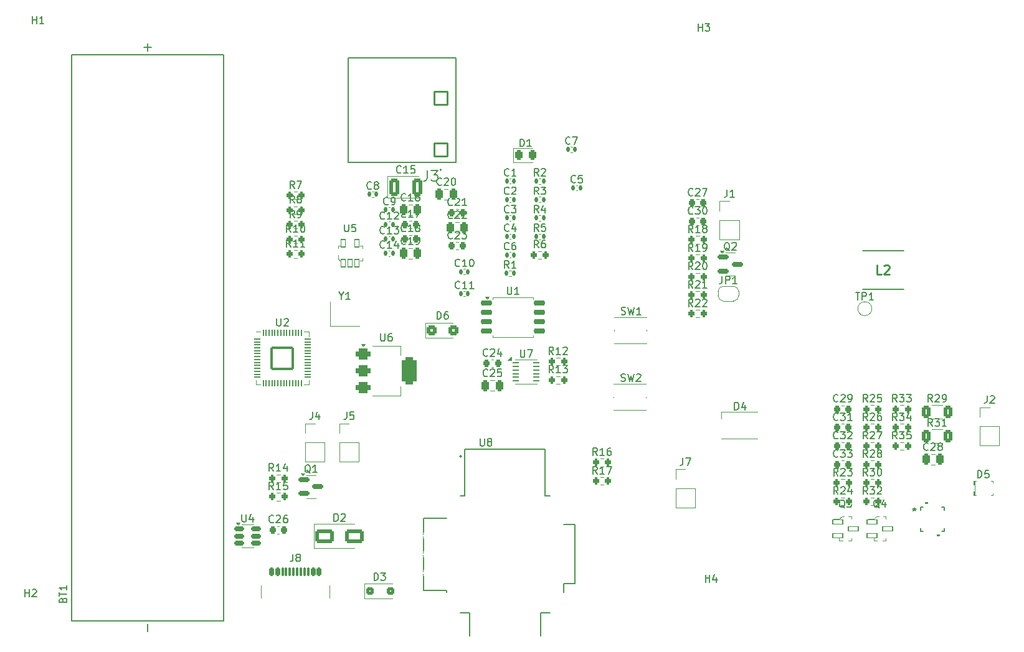
<source format=gbr>
%TF.GenerationSoftware,KiCad,Pcbnew,8.0.0*%
%TF.CreationDate,2024-04-27T18:31:45+01:00*%
%TF.ProjectId,StepUp,53746570-5570-42e6-9b69-6361645f7063,rev?*%
%TF.SameCoordinates,Original*%
%TF.FileFunction,Legend,Top*%
%TF.FilePolarity,Positive*%
%FSLAX46Y46*%
G04 Gerber Fmt 4.6, Leading zero omitted, Abs format (unit mm)*
G04 Created by KiCad (PCBNEW 8.0.0) date 2024-04-27 18:31:45*
%MOMM*%
%LPD*%
G01*
G04 APERTURE LIST*
G04 Aperture macros list*
%AMRoundRect*
0 Rectangle with rounded corners*
0 $1 Rounding radius*
0 $2 $3 $4 $5 $6 $7 $8 $9 X,Y pos of 4 corners*
0 Add a 4 corners polygon primitive as box body*
4,1,4,$2,$3,$4,$5,$6,$7,$8,$9,$2,$3,0*
0 Add four circle primitives for the rounded corners*
1,1,$1+$1,$2,$3*
1,1,$1+$1,$4,$5*
1,1,$1+$1,$6,$7*
1,1,$1+$1,$8,$9*
0 Add four rect primitives between the rounded corners*
20,1,$1+$1,$2,$3,$4,$5,0*
20,1,$1+$1,$4,$5,$6,$7,0*
20,1,$1+$1,$6,$7,$8,$9,0*
20,1,$1+$1,$8,$9,$2,$3,0*%
%AMFreePoly0*
4,1,19,0.500000,-0.750000,0.000000,-0.750000,0.000000,-0.744911,-0.071157,-0.744911,-0.207708,-0.704816,-0.327430,-0.627875,-0.420627,-0.520320,-0.479746,-0.390866,-0.500000,-0.250000,-0.500000,0.250000,-0.479746,0.390866,-0.420627,0.520320,-0.327430,0.627875,-0.207708,0.704816,-0.071157,0.744911,0.000000,0.744911,0.000000,0.750000,0.500000,0.750000,0.500000,-0.750000,0.500000,-0.750000,
$1*%
%AMFreePoly1*
4,1,19,0.000000,0.744911,0.071157,0.744911,0.207708,0.704816,0.327430,0.627875,0.420627,0.520320,0.479746,0.390866,0.500000,0.250000,0.500000,-0.250000,0.479746,-0.390866,0.420627,-0.520320,0.327430,-0.627875,0.207708,-0.704816,0.071157,-0.744911,0.000000,-0.744911,0.000000,-0.750000,-0.500000,-0.750000,-0.500000,0.750000,0.000000,0.750000,0.000000,0.744911,0.000000,0.744911,
$1*%
G04 Aperture macros list end*
%ADD10C,0.150000*%
%ADD11C,0.254000*%
%ADD12C,0.000000*%
%ADD13C,0.152400*%
%ADD14C,0.120000*%
%ADD15C,0.200000*%
%ADD16C,0.127000*%
%ADD17C,0.100000*%
%ADD18R,0.762000X0.254000*%
%ADD19R,0.254000X0.762000*%
%ADD20R,1.701800X1.701800*%
%ADD21C,1.500000*%
%ADD22R,2.150000X2.200000*%
%ADD23RoundRect,0.250000X-0.400000X-0.450000X0.400000X-0.450000X0.400000X0.450000X-0.400000X0.450000X0*%
%ADD24RoundRect,0.102000X0.900000X0.900000X-0.900000X0.900000X-0.900000X-0.900000X0.900000X-0.900000X0*%
%ADD25C,2.004000*%
%ADD26RoundRect,0.200000X-0.200000X-0.275000X0.200000X-0.275000X0.200000X0.275000X-0.200000X0.275000X0*%
%ADD27C,3.550000*%
%ADD28C,2.390000*%
%ADD29C,2.184000*%
%ADD30RoundRect,0.070000X-0.650000X-0.300000X0.650000X-0.300000X0.650000X0.300000X-0.650000X0.300000X0*%
%ADD31RoundRect,0.140000X-0.140000X-0.170000X0.140000X-0.170000X0.140000X0.170000X-0.140000X0.170000X0*%
%ADD32R,1.700000X1.700000*%
%ADD33O,1.700000X1.700000*%
%ADD34RoundRect,0.250000X-0.250000X-0.475000X0.250000X-0.475000X0.250000X0.475000X-0.250000X0.475000X0*%
%ADD35RoundRect,0.225000X-0.225000X-0.250000X0.225000X-0.250000X0.225000X0.250000X-0.225000X0.250000X0*%
%ADD36RoundRect,0.135000X-0.135000X-0.185000X0.135000X-0.185000X0.135000X0.185000X-0.135000X0.185000X0*%
%ADD37RoundRect,0.250000X-0.312500X-0.625000X0.312500X-0.625000X0.312500X0.625000X-0.312500X0.625000X0*%
%ADD38RoundRect,0.250000X-0.412500X-0.925000X0.412500X-0.925000X0.412500X0.925000X-0.412500X0.925000X0*%
%ADD39R,1.300000X0.700000*%
%ADD40C,2.700000*%
%ADD41RoundRect,0.062500X-0.362500X-0.062500X0.362500X-0.062500X0.362500X0.062500X-0.362500X0.062500X0*%
%ADD42R,1.600000X2.500000*%
%ADD43RoundRect,0.243750X-0.243750X-0.456250X0.243750X-0.456250X0.243750X0.456250X-0.243750X0.456250X0*%
%ADD44R,1.050000X0.650000*%
%ADD45RoundRect,0.050000X-0.387500X-0.050000X0.387500X-0.050000X0.387500X0.050000X-0.387500X0.050000X0*%
%ADD46RoundRect,0.050000X-0.050000X-0.387500X0.050000X-0.387500X0.050000X0.387500X-0.050000X0.387500X0*%
%ADD47RoundRect,0.144000X-1.456000X-1.456000X1.456000X-1.456000X1.456000X1.456000X-1.456000X1.456000X0*%
%ADD48C,1.982000*%
%ADD49C,2.490000*%
%ADD50C,0.650000*%
%ADD51RoundRect,0.150000X-0.150000X-0.425000X0.150000X-0.425000X0.150000X0.425000X-0.150000X0.425000X0*%
%ADD52RoundRect,0.075000X-0.075000X-0.500000X0.075000X-0.500000X0.075000X0.500000X-0.075000X0.500000X0*%
%ADD53O,1.000000X2.100000*%
%ADD54O,1.000000X1.800000*%
%ADD55RoundRect,0.250000X-1.000000X-0.650000X1.000000X-0.650000X1.000000X0.650000X-1.000000X0.650000X0*%
%ADD56FreePoly0,0.000000*%
%ADD57FreePoly1,0.000000*%
%ADD58RoundRect,0.150000X-0.512500X-0.150000X0.512500X-0.150000X0.512500X0.150000X-0.512500X0.150000X0*%
%ADD59R,1.400000X1.200000*%
%ADD60RoundRect,0.070000X-0.300000X-0.525000X0.300000X-0.525000X0.300000X0.525000X-0.300000X0.525000X0*%
%ADD61RoundRect,0.150000X-0.587500X-0.150000X0.587500X-0.150000X0.587500X0.150000X-0.587500X0.150000X0*%
%ADD62RoundRect,0.375000X-0.625000X-0.375000X0.625000X-0.375000X0.625000X0.375000X-0.625000X0.375000X0*%
%ADD63RoundRect,0.500000X-0.500000X-1.400000X0.500000X-1.400000X0.500000X1.400000X-0.500000X1.400000X0*%
%ADD64R,0.900000X0.950000*%
%ADD65RoundRect,0.250000X-0.300000X-0.300000X0.300000X-0.300000X0.300000X0.300000X-0.300000X0.300000X0*%
%ADD66RoundRect,0.150000X-0.650000X-0.150000X0.650000X-0.150000X0.650000X0.150000X-0.650000X0.150000X0*%
G04 APERTURE END LIST*
D10*
X210315695Y-129154818D02*
X210315695Y-129964341D01*
X210315695Y-129964341D02*
X210363314Y-130059579D01*
X210363314Y-130059579D02*
X210410933Y-130107199D01*
X210410933Y-130107199D02*
X210506171Y-130154818D01*
X210506171Y-130154818D02*
X210696647Y-130154818D01*
X210696647Y-130154818D02*
X210791885Y-130107199D01*
X210791885Y-130107199D02*
X210839504Y-130059579D01*
X210839504Y-130059579D02*
X210887123Y-129964341D01*
X210887123Y-129964341D02*
X210887123Y-129154818D01*
X211268076Y-129154818D02*
X211887123Y-129154818D01*
X211887123Y-129154818D02*
X211553790Y-129535770D01*
X211553790Y-129535770D02*
X211696647Y-129535770D01*
X211696647Y-129535770D02*
X211791885Y-129583389D01*
X211791885Y-129583389D02*
X211839504Y-129631008D01*
X211839504Y-129631008D02*
X211887123Y-129726246D01*
X211887123Y-129726246D02*
X211887123Y-129964341D01*
X211887123Y-129964341D02*
X211839504Y-130059579D01*
X211839504Y-130059579D02*
X211791885Y-130107199D01*
X211791885Y-130107199D02*
X211696647Y-130154818D01*
X211696647Y-130154818D02*
X211410933Y-130154818D01*
X211410933Y-130154818D02*
X211315695Y-130107199D01*
X211315695Y-130107199D02*
X211268076Y-130059579D01*
X208639200Y-128154818D02*
X208639200Y-128392913D01*
X208401105Y-128297675D02*
X208639200Y-128392913D01*
X208639200Y-128392913D02*
X208877295Y-128297675D01*
X208496343Y-128583389D02*
X208639200Y-128392913D01*
X208639200Y-128392913D02*
X208782057Y-128583389D01*
X208639200Y-128154818D02*
X208639200Y-128392913D01*
X208401105Y-128297675D02*
X208639200Y-128392913D01*
X208639200Y-128392913D02*
X208877295Y-128297675D01*
X208496343Y-128583389D02*
X208639200Y-128392913D01*
X208639200Y-128392913D02*
X208782057Y-128583389D01*
X200643095Y-98856819D02*
X201214523Y-98856819D01*
X200928809Y-99856819D02*
X200928809Y-98856819D01*
X201547857Y-99856819D02*
X201547857Y-98856819D01*
X201547857Y-98856819D02*
X201928809Y-98856819D01*
X201928809Y-98856819D02*
X202024047Y-98904438D01*
X202024047Y-98904438D02*
X202071666Y-98952057D01*
X202071666Y-98952057D02*
X202119285Y-99047295D01*
X202119285Y-99047295D02*
X202119285Y-99190152D01*
X202119285Y-99190152D02*
X202071666Y-99285390D01*
X202071666Y-99285390D02*
X202024047Y-99333009D01*
X202024047Y-99333009D02*
X201928809Y-99380628D01*
X201928809Y-99380628D02*
X201547857Y-99380628D01*
X203071666Y-99856819D02*
X202500238Y-99856819D01*
X202785952Y-99856819D02*
X202785952Y-98856819D01*
X202785952Y-98856819D02*
X202690714Y-98999676D01*
X202690714Y-98999676D02*
X202595476Y-99094914D01*
X202595476Y-99094914D02*
X202500238Y-99142533D01*
D11*
X204168333Y-96374318D02*
X203563571Y-96374318D01*
X203563571Y-96374318D02*
X203563571Y-95104318D01*
X204531190Y-95225270D02*
X204591666Y-95164794D01*
X204591666Y-95164794D02*
X204712619Y-95104318D01*
X204712619Y-95104318D02*
X205015000Y-95104318D01*
X205015000Y-95104318D02*
X205135952Y-95164794D01*
X205135952Y-95164794D02*
X205196428Y-95225270D01*
X205196428Y-95225270D02*
X205256905Y-95346222D01*
X205256905Y-95346222D02*
X205256905Y-95467175D01*
X205256905Y-95467175D02*
X205196428Y-95648603D01*
X205196428Y-95648603D02*
X204470714Y-96374318D01*
X204470714Y-96374318D02*
X205256905Y-96374318D01*
D10*
X143761905Y-102454819D02*
X143761905Y-101454819D01*
X143761905Y-101454819D02*
X144000000Y-101454819D01*
X144000000Y-101454819D02*
X144142857Y-101502438D01*
X144142857Y-101502438D02*
X144238095Y-101597676D01*
X144238095Y-101597676D02*
X144285714Y-101692914D01*
X144285714Y-101692914D02*
X144333333Y-101883390D01*
X144333333Y-101883390D02*
X144333333Y-102026247D01*
X144333333Y-102026247D02*
X144285714Y-102216723D01*
X144285714Y-102216723D02*
X144238095Y-102311961D01*
X144238095Y-102311961D02*
X144142857Y-102407200D01*
X144142857Y-102407200D02*
X144000000Y-102454819D01*
X144000000Y-102454819D02*
X143761905Y-102454819D01*
X145190476Y-101454819D02*
X145000000Y-101454819D01*
X145000000Y-101454819D02*
X144904762Y-101502438D01*
X144904762Y-101502438D02*
X144857143Y-101550057D01*
X144857143Y-101550057D02*
X144761905Y-101692914D01*
X144761905Y-101692914D02*
X144714286Y-101883390D01*
X144714286Y-101883390D02*
X144714286Y-102264342D01*
X144714286Y-102264342D02*
X144761905Y-102359580D01*
X144761905Y-102359580D02*
X144809524Y-102407200D01*
X144809524Y-102407200D02*
X144904762Y-102454819D01*
X144904762Y-102454819D02*
X145095238Y-102454819D01*
X145095238Y-102454819D02*
X145190476Y-102407200D01*
X145190476Y-102407200D02*
X145238095Y-102359580D01*
X145238095Y-102359580D02*
X145285714Y-102264342D01*
X145285714Y-102264342D02*
X145285714Y-102026247D01*
X145285714Y-102026247D02*
X145238095Y-101931009D01*
X145238095Y-101931009D02*
X145190476Y-101883390D01*
X145190476Y-101883390D02*
X145095238Y-101835771D01*
X145095238Y-101835771D02*
X144904762Y-101835771D01*
X144904762Y-101835771D02*
X144809524Y-101883390D01*
X144809524Y-101883390D02*
X144761905Y-101931009D01*
X144761905Y-101931009D02*
X144714286Y-102026247D01*
X142438333Y-82266366D02*
X142438333Y-83266366D01*
X142438333Y-83266366D02*
X142371666Y-83466366D01*
X142371666Y-83466366D02*
X142238333Y-83599700D01*
X142238333Y-83599700D02*
X142038333Y-83666366D01*
X142038333Y-83666366D02*
X141905000Y-83666366D01*
X142971667Y-82266366D02*
X143838333Y-82266366D01*
X143838333Y-82266366D02*
X143371667Y-82799700D01*
X143371667Y-82799700D02*
X143571667Y-82799700D01*
X143571667Y-82799700D02*
X143705000Y-82866366D01*
X143705000Y-82866366D02*
X143771667Y-82933033D01*
X143771667Y-82933033D02*
X143838333Y-83066366D01*
X143838333Y-83066366D02*
X143838333Y-83399700D01*
X143838333Y-83399700D02*
X143771667Y-83533033D01*
X143771667Y-83533033D02*
X143705000Y-83599700D01*
X143705000Y-83599700D02*
X143571667Y-83666366D01*
X143571667Y-83666366D02*
X143171667Y-83666366D01*
X143171667Y-83666366D02*
X143038333Y-83599700D01*
X143038333Y-83599700D02*
X142971667Y-83533033D01*
X178527142Y-95724819D02*
X178193809Y-95248628D01*
X177955714Y-95724819D02*
X177955714Y-94724819D01*
X177955714Y-94724819D02*
X178336666Y-94724819D01*
X178336666Y-94724819D02*
X178431904Y-94772438D01*
X178431904Y-94772438D02*
X178479523Y-94820057D01*
X178479523Y-94820057D02*
X178527142Y-94915295D01*
X178527142Y-94915295D02*
X178527142Y-95058152D01*
X178527142Y-95058152D02*
X178479523Y-95153390D01*
X178479523Y-95153390D02*
X178431904Y-95201009D01*
X178431904Y-95201009D02*
X178336666Y-95248628D01*
X178336666Y-95248628D02*
X177955714Y-95248628D01*
X178908095Y-94820057D02*
X178955714Y-94772438D01*
X178955714Y-94772438D02*
X179050952Y-94724819D01*
X179050952Y-94724819D02*
X179289047Y-94724819D01*
X179289047Y-94724819D02*
X179384285Y-94772438D01*
X179384285Y-94772438D02*
X179431904Y-94820057D01*
X179431904Y-94820057D02*
X179479523Y-94915295D01*
X179479523Y-94915295D02*
X179479523Y-95010533D01*
X179479523Y-95010533D02*
X179431904Y-95153390D01*
X179431904Y-95153390D02*
X178860476Y-95724819D01*
X178860476Y-95724819D02*
X179479523Y-95724819D01*
X180098571Y-94724819D02*
X180193809Y-94724819D01*
X180193809Y-94724819D02*
X180289047Y-94772438D01*
X180289047Y-94772438D02*
X180336666Y-94820057D01*
X180336666Y-94820057D02*
X180384285Y-94915295D01*
X180384285Y-94915295D02*
X180431904Y-95105771D01*
X180431904Y-95105771D02*
X180431904Y-95343866D01*
X180431904Y-95343866D02*
X180384285Y-95534342D01*
X180384285Y-95534342D02*
X180336666Y-95629580D01*
X180336666Y-95629580D02*
X180289047Y-95677200D01*
X180289047Y-95677200D02*
X180193809Y-95724819D01*
X180193809Y-95724819D02*
X180098571Y-95724819D01*
X180098571Y-95724819D02*
X180003333Y-95677200D01*
X180003333Y-95677200D02*
X179955714Y-95629580D01*
X179955714Y-95629580D02*
X179908095Y-95534342D01*
X179908095Y-95534342D02*
X179860476Y-95343866D01*
X179860476Y-95343866D02*
X179860476Y-95105771D01*
X179860476Y-95105771D02*
X179908095Y-94915295D01*
X179908095Y-94915295D02*
X179955714Y-94820057D01*
X179955714Y-94820057D02*
X180003333Y-94772438D01*
X180003333Y-94772438D02*
X180098571Y-94724819D01*
X92891009Y-140710714D02*
X92938628Y-140567857D01*
X92938628Y-140567857D02*
X92986247Y-140520238D01*
X92986247Y-140520238D02*
X93081485Y-140472619D01*
X93081485Y-140472619D02*
X93224342Y-140472619D01*
X93224342Y-140472619D02*
X93319580Y-140520238D01*
X93319580Y-140520238D02*
X93367200Y-140567857D01*
X93367200Y-140567857D02*
X93414819Y-140663095D01*
X93414819Y-140663095D02*
X93414819Y-141044047D01*
X93414819Y-141044047D02*
X92414819Y-141044047D01*
X92414819Y-141044047D02*
X92414819Y-140710714D01*
X92414819Y-140710714D02*
X92462438Y-140615476D01*
X92462438Y-140615476D02*
X92510057Y-140567857D01*
X92510057Y-140567857D02*
X92605295Y-140520238D01*
X92605295Y-140520238D02*
X92700533Y-140520238D01*
X92700533Y-140520238D02*
X92795771Y-140567857D01*
X92795771Y-140567857D02*
X92843390Y-140615476D01*
X92843390Y-140615476D02*
X92891009Y-140710714D01*
X92891009Y-140710714D02*
X92891009Y-141044047D01*
X92414819Y-140186904D02*
X92414819Y-139615476D01*
X93414819Y-139901190D02*
X92414819Y-139901190D01*
X93414819Y-138758333D02*
X93414819Y-139329761D01*
X93414819Y-139044047D02*
X92414819Y-139044047D01*
X92414819Y-139044047D02*
X92557676Y-139139285D01*
X92557676Y-139139285D02*
X92652914Y-139234523D01*
X92652914Y-139234523D02*
X92700533Y-139329761D01*
X203879761Y-128175057D02*
X203784523Y-128127438D01*
X203784523Y-128127438D02*
X203689285Y-128032200D01*
X203689285Y-128032200D02*
X203546428Y-127889342D01*
X203546428Y-127889342D02*
X203451190Y-127841723D01*
X203451190Y-127841723D02*
X203355952Y-127841723D01*
X203403571Y-128079819D02*
X203308333Y-128032200D01*
X203308333Y-128032200D02*
X203213095Y-127936961D01*
X203213095Y-127936961D02*
X203165476Y-127746485D01*
X203165476Y-127746485D02*
X203165476Y-127413152D01*
X203165476Y-127413152D02*
X203213095Y-127222676D01*
X203213095Y-127222676D02*
X203308333Y-127127438D01*
X203308333Y-127127438D02*
X203403571Y-127079819D01*
X203403571Y-127079819D02*
X203594047Y-127079819D01*
X203594047Y-127079819D02*
X203689285Y-127127438D01*
X203689285Y-127127438D02*
X203784523Y-127222676D01*
X203784523Y-127222676D02*
X203832142Y-127413152D01*
X203832142Y-127413152D02*
X203832142Y-127746485D01*
X203832142Y-127746485D02*
X203784523Y-127936961D01*
X203784523Y-127936961D02*
X203689285Y-128032200D01*
X203689285Y-128032200D02*
X203594047Y-128079819D01*
X203594047Y-128079819D02*
X203403571Y-128079819D01*
X204689285Y-127413152D02*
X204689285Y-128079819D01*
X204451190Y-127032200D02*
X204213095Y-127746485D01*
X204213095Y-127746485D02*
X204832142Y-127746485D01*
X146834642Y-95217080D02*
X146787023Y-95264700D01*
X146787023Y-95264700D02*
X146644166Y-95312319D01*
X146644166Y-95312319D02*
X146548928Y-95312319D01*
X146548928Y-95312319D02*
X146406071Y-95264700D01*
X146406071Y-95264700D02*
X146310833Y-95169461D01*
X146310833Y-95169461D02*
X146263214Y-95074223D01*
X146263214Y-95074223D02*
X146215595Y-94883747D01*
X146215595Y-94883747D02*
X146215595Y-94740890D01*
X146215595Y-94740890D02*
X146263214Y-94550414D01*
X146263214Y-94550414D02*
X146310833Y-94455176D01*
X146310833Y-94455176D02*
X146406071Y-94359938D01*
X146406071Y-94359938D02*
X146548928Y-94312319D01*
X146548928Y-94312319D02*
X146644166Y-94312319D01*
X146644166Y-94312319D02*
X146787023Y-94359938D01*
X146787023Y-94359938D02*
X146834642Y-94407557D01*
X147787023Y-95312319D02*
X147215595Y-95312319D01*
X147501309Y-95312319D02*
X147501309Y-94312319D01*
X147501309Y-94312319D02*
X147406071Y-94455176D01*
X147406071Y-94455176D02*
X147310833Y-94550414D01*
X147310833Y-94550414D02*
X147215595Y-94598033D01*
X148406071Y-94312319D02*
X148501309Y-94312319D01*
X148501309Y-94312319D02*
X148596547Y-94359938D01*
X148596547Y-94359938D02*
X148644166Y-94407557D01*
X148644166Y-94407557D02*
X148691785Y-94502795D01*
X148691785Y-94502795D02*
X148739404Y-94693271D01*
X148739404Y-94693271D02*
X148739404Y-94931366D01*
X148739404Y-94931366D02*
X148691785Y-95121842D01*
X148691785Y-95121842D02*
X148644166Y-95217080D01*
X148644166Y-95217080D02*
X148596547Y-95264700D01*
X148596547Y-95264700D02*
X148501309Y-95312319D01*
X148501309Y-95312319D02*
X148406071Y-95312319D01*
X148406071Y-95312319D02*
X148310833Y-95264700D01*
X148310833Y-95264700D02*
X148263214Y-95217080D01*
X148263214Y-95217080D02*
X148215595Y-95121842D01*
X148215595Y-95121842D02*
X148167976Y-94931366D01*
X148167976Y-94931366D02*
X148167976Y-94693271D01*
X148167976Y-94693271D02*
X148215595Y-94502795D01*
X148215595Y-94502795D02*
X148263214Y-94407557D01*
X148263214Y-94407557D02*
X148310833Y-94359938D01*
X148310833Y-94359938D02*
X148406071Y-94312319D01*
X162575833Y-83817080D02*
X162528214Y-83864700D01*
X162528214Y-83864700D02*
X162385357Y-83912319D01*
X162385357Y-83912319D02*
X162290119Y-83912319D01*
X162290119Y-83912319D02*
X162147262Y-83864700D01*
X162147262Y-83864700D02*
X162052024Y-83769461D01*
X162052024Y-83769461D02*
X162004405Y-83674223D01*
X162004405Y-83674223D02*
X161956786Y-83483747D01*
X161956786Y-83483747D02*
X161956786Y-83340890D01*
X161956786Y-83340890D02*
X162004405Y-83150414D01*
X162004405Y-83150414D02*
X162052024Y-83055176D01*
X162052024Y-83055176D02*
X162147262Y-82959938D01*
X162147262Y-82959938D02*
X162290119Y-82912319D01*
X162290119Y-82912319D02*
X162385357Y-82912319D01*
X162385357Y-82912319D02*
X162528214Y-82959938D01*
X162528214Y-82959938D02*
X162575833Y-83007557D01*
X163480595Y-82912319D02*
X163004405Y-82912319D01*
X163004405Y-82912319D02*
X162956786Y-83388509D01*
X162956786Y-83388509D02*
X163004405Y-83340890D01*
X163004405Y-83340890D02*
X163099643Y-83293271D01*
X163099643Y-83293271D02*
X163337738Y-83293271D01*
X163337738Y-83293271D02*
X163432976Y-83340890D01*
X163432976Y-83340890D02*
X163480595Y-83388509D01*
X163480595Y-83388509D02*
X163528214Y-83483747D01*
X163528214Y-83483747D02*
X163528214Y-83721842D01*
X163528214Y-83721842D02*
X163480595Y-83817080D01*
X163480595Y-83817080D02*
X163432976Y-83864700D01*
X163432976Y-83864700D02*
X163337738Y-83912319D01*
X163337738Y-83912319D02*
X163099643Y-83912319D01*
X163099643Y-83912319D02*
X163004405Y-83864700D01*
X163004405Y-83864700D02*
X162956786Y-83817080D01*
X157550833Y-92762319D02*
X157217500Y-92286128D01*
X156979405Y-92762319D02*
X156979405Y-91762319D01*
X156979405Y-91762319D02*
X157360357Y-91762319D01*
X157360357Y-91762319D02*
X157455595Y-91809938D01*
X157455595Y-91809938D02*
X157503214Y-91857557D01*
X157503214Y-91857557D02*
X157550833Y-91952795D01*
X157550833Y-91952795D02*
X157550833Y-92095652D01*
X157550833Y-92095652D02*
X157503214Y-92190890D01*
X157503214Y-92190890D02*
X157455595Y-92238509D01*
X157455595Y-92238509D02*
X157360357Y-92286128D01*
X157360357Y-92286128D02*
X156979405Y-92286128D01*
X158407976Y-91762319D02*
X158217500Y-91762319D01*
X158217500Y-91762319D02*
X158122262Y-91809938D01*
X158122262Y-91809938D02*
X158074643Y-91857557D01*
X158074643Y-91857557D02*
X157979405Y-92000414D01*
X157979405Y-92000414D02*
X157931786Y-92190890D01*
X157931786Y-92190890D02*
X157931786Y-92571842D01*
X157931786Y-92571842D02*
X157979405Y-92667080D01*
X157979405Y-92667080D02*
X158027024Y-92714700D01*
X158027024Y-92714700D02*
X158122262Y-92762319D01*
X158122262Y-92762319D02*
X158312738Y-92762319D01*
X158312738Y-92762319D02*
X158407976Y-92714700D01*
X158407976Y-92714700D02*
X158455595Y-92667080D01*
X158455595Y-92667080D02*
X158503214Y-92571842D01*
X158503214Y-92571842D02*
X158503214Y-92333747D01*
X158503214Y-92333747D02*
X158455595Y-92238509D01*
X158455595Y-92238509D02*
X158407976Y-92190890D01*
X158407976Y-92190890D02*
X158312738Y-92143271D01*
X158312738Y-92143271D02*
X158122262Y-92143271D01*
X158122262Y-92143271D02*
X158027024Y-92190890D01*
X158027024Y-92190890D02*
X157979405Y-92238509D01*
X157979405Y-92238509D02*
X157931786Y-92333747D01*
X134833333Y-84699580D02*
X134785714Y-84747200D01*
X134785714Y-84747200D02*
X134642857Y-84794819D01*
X134642857Y-84794819D02*
X134547619Y-84794819D01*
X134547619Y-84794819D02*
X134404762Y-84747200D01*
X134404762Y-84747200D02*
X134309524Y-84651961D01*
X134309524Y-84651961D02*
X134261905Y-84556723D01*
X134261905Y-84556723D02*
X134214286Y-84366247D01*
X134214286Y-84366247D02*
X134214286Y-84223390D01*
X134214286Y-84223390D02*
X134261905Y-84032914D01*
X134261905Y-84032914D02*
X134309524Y-83937676D01*
X134309524Y-83937676D02*
X134404762Y-83842438D01*
X134404762Y-83842438D02*
X134547619Y-83794819D01*
X134547619Y-83794819D02*
X134642857Y-83794819D01*
X134642857Y-83794819D02*
X134785714Y-83842438D01*
X134785714Y-83842438D02*
X134833333Y-83890057D01*
X135404762Y-84223390D02*
X135309524Y-84175771D01*
X135309524Y-84175771D02*
X135261905Y-84128152D01*
X135261905Y-84128152D02*
X135214286Y-84032914D01*
X135214286Y-84032914D02*
X135214286Y-83985295D01*
X135214286Y-83985295D02*
X135261905Y-83890057D01*
X135261905Y-83890057D02*
X135309524Y-83842438D01*
X135309524Y-83842438D02*
X135404762Y-83794819D01*
X135404762Y-83794819D02*
X135595238Y-83794819D01*
X135595238Y-83794819D02*
X135690476Y-83842438D01*
X135690476Y-83842438D02*
X135738095Y-83890057D01*
X135738095Y-83890057D02*
X135785714Y-83985295D01*
X135785714Y-83985295D02*
X135785714Y-84032914D01*
X135785714Y-84032914D02*
X135738095Y-84128152D01*
X135738095Y-84128152D02*
X135690476Y-84175771D01*
X135690476Y-84175771D02*
X135595238Y-84223390D01*
X135595238Y-84223390D02*
X135404762Y-84223390D01*
X135404762Y-84223390D02*
X135309524Y-84271009D01*
X135309524Y-84271009D02*
X135261905Y-84318628D01*
X135261905Y-84318628D02*
X135214286Y-84413866D01*
X135214286Y-84413866D02*
X135214286Y-84604342D01*
X135214286Y-84604342D02*
X135261905Y-84699580D01*
X135261905Y-84699580D02*
X135309524Y-84747200D01*
X135309524Y-84747200D02*
X135404762Y-84794819D01*
X135404762Y-84794819D02*
X135595238Y-84794819D01*
X135595238Y-84794819D02*
X135690476Y-84747200D01*
X135690476Y-84747200D02*
X135738095Y-84699580D01*
X135738095Y-84699580D02*
X135785714Y-84604342D01*
X135785714Y-84604342D02*
X135785714Y-84413866D01*
X135785714Y-84413866D02*
X135738095Y-84318628D01*
X135738095Y-84318628D02*
X135690476Y-84271009D01*
X135690476Y-84271009D02*
X135595238Y-84223390D01*
X183166666Y-84854819D02*
X183166666Y-85569104D01*
X183166666Y-85569104D02*
X183119047Y-85711961D01*
X183119047Y-85711961D02*
X183023809Y-85807200D01*
X183023809Y-85807200D02*
X182880952Y-85854819D01*
X182880952Y-85854819D02*
X182785714Y-85854819D01*
X184166666Y-85854819D02*
X183595238Y-85854819D01*
X183880952Y-85854819D02*
X183880952Y-84854819D01*
X183880952Y-84854819D02*
X183785714Y-84997676D01*
X183785714Y-84997676D02*
X183690476Y-85092914D01*
X183690476Y-85092914D02*
X183595238Y-85140533D01*
X139494642Y-92207080D02*
X139447023Y-92254700D01*
X139447023Y-92254700D02*
X139304166Y-92302319D01*
X139304166Y-92302319D02*
X139208928Y-92302319D01*
X139208928Y-92302319D02*
X139066071Y-92254700D01*
X139066071Y-92254700D02*
X138970833Y-92159461D01*
X138970833Y-92159461D02*
X138923214Y-92064223D01*
X138923214Y-92064223D02*
X138875595Y-91873747D01*
X138875595Y-91873747D02*
X138875595Y-91730890D01*
X138875595Y-91730890D02*
X138923214Y-91540414D01*
X138923214Y-91540414D02*
X138970833Y-91445176D01*
X138970833Y-91445176D02*
X139066071Y-91349938D01*
X139066071Y-91349938D02*
X139208928Y-91302319D01*
X139208928Y-91302319D02*
X139304166Y-91302319D01*
X139304166Y-91302319D02*
X139447023Y-91349938D01*
X139447023Y-91349938D02*
X139494642Y-91397557D01*
X140447023Y-92302319D02*
X139875595Y-92302319D01*
X140161309Y-92302319D02*
X140161309Y-91302319D01*
X140161309Y-91302319D02*
X140066071Y-91445176D01*
X140066071Y-91445176D02*
X139970833Y-91540414D01*
X139970833Y-91540414D02*
X139875595Y-91588033D01*
X140923214Y-92302319D02*
X141113690Y-92302319D01*
X141113690Y-92302319D02*
X141208928Y-92254700D01*
X141208928Y-92254700D02*
X141256547Y-92207080D01*
X141256547Y-92207080D02*
X141351785Y-92064223D01*
X141351785Y-92064223D02*
X141399404Y-91873747D01*
X141399404Y-91873747D02*
X141399404Y-91492795D01*
X141399404Y-91492795D02*
X141351785Y-91397557D01*
X141351785Y-91397557D02*
X141304166Y-91349938D01*
X141304166Y-91349938D02*
X141208928Y-91302319D01*
X141208928Y-91302319D02*
X141018452Y-91302319D01*
X141018452Y-91302319D02*
X140923214Y-91349938D01*
X140923214Y-91349938D02*
X140875595Y-91397557D01*
X140875595Y-91397557D02*
X140827976Y-91492795D01*
X140827976Y-91492795D02*
X140827976Y-91730890D01*
X140827976Y-91730890D02*
X140875595Y-91826128D01*
X140875595Y-91826128D02*
X140923214Y-91873747D01*
X140923214Y-91873747D02*
X141018452Y-91921366D01*
X141018452Y-91921366D02*
X141208928Y-91921366D01*
X141208928Y-91921366D02*
X141304166Y-91873747D01*
X141304166Y-91873747D02*
X141351785Y-91826128D01*
X141351785Y-91826128D02*
X141399404Y-91730890D01*
X206282142Y-116254819D02*
X205948809Y-115778628D01*
X205710714Y-116254819D02*
X205710714Y-115254819D01*
X205710714Y-115254819D02*
X206091666Y-115254819D01*
X206091666Y-115254819D02*
X206186904Y-115302438D01*
X206186904Y-115302438D02*
X206234523Y-115350057D01*
X206234523Y-115350057D02*
X206282142Y-115445295D01*
X206282142Y-115445295D02*
X206282142Y-115588152D01*
X206282142Y-115588152D02*
X206234523Y-115683390D01*
X206234523Y-115683390D02*
X206186904Y-115731009D01*
X206186904Y-115731009D02*
X206091666Y-115778628D01*
X206091666Y-115778628D02*
X205710714Y-115778628D01*
X206615476Y-115254819D02*
X207234523Y-115254819D01*
X207234523Y-115254819D02*
X206901190Y-115635771D01*
X206901190Y-115635771D02*
X207044047Y-115635771D01*
X207044047Y-115635771D02*
X207139285Y-115683390D01*
X207139285Y-115683390D02*
X207186904Y-115731009D01*
X207186904Y-115731009D02*
X207234523Y-115826247D01*
X207234523Y-115826247D02*
X207234523Y-116064342D01*
X207234523Y-116064342D02*
X207186904Y-116159580D01*
X207186904Y-116159580D02*
X207139285Y-116207200D01*
X207139285Y-116207200D02*
X207044047Y-116254819D01*
X207044047Y-116254819D02*
X206758333Y-116254819D01*
X206758333Y-116254819D02*
X206663095Y-116207200D01*
X206663095Y-116207200D02*
X206615476Y-116159580D01*
X208091666Y-115588152D02*
X208091666Y-116254819D01*
X207853571Y-115207200D02*
X207615476Y-115921485D01*
X207615476Y-115921485D02*
X208234523Y-115921485D01*
X139494642Y-90487080D02*
X139447023Y-90534700D01*
X139447023Y-90534700D02*
X139304166Y-90582319D01*
X139304166Y-90582319D02*
X139208928Y-90582319D01*
X139208928Y-90582319D02*
X139066071Y-90534700D01*
X139066071Y-90534700D02*
X138970833Y-90439461D01*
X138970833Y-90439461D02*
X138923214Y-90344223D01*
X138923214Y-90344223D02*
X138875595Y-90153747D01*
X138875595Y-90153747D02*
X138875595Y-90010890D01*
X138875595Y-90010890D02*
X138923214Y-89820414D01*
X138923214Y-89820414D02*
X138970833Y-89725176D01*
X138970833Y-89725176D02*
X139066071Y-89629938D01*
X139066071Y-89629938D02*
X139208928Y-89582319D01*
X139208928Y-89582319D02*
X139304166Y-89582319D01*
X139304166Y-89582319D02*
X139447023Y-89629938D01*
X139447023Y-89629938D02*
X139494642Y-89677557D01*
X140447023Y-90582319D02*
X139875595Y-90582319D01*
X140161309Y-90582319D02*
X140161309Y-89582319D01*
X140161309Y-89582319D02*
X140066071Y-89725176D01*
X140066071Y-89725176D02*
X139970833Y-89820414D01*
X139970833Y-89820414D02*
X139875595Y-89868033D01*
X141018452Y-90010890D02*
X140923214Y-89963271D01*
X140923214Y-89963271D02*
X140875595Y-89915652D01*
X140875595Y-89915652D02*
X140827976Y-89820414D01*
X140827976Y-89820414D02*
X140827976Y-89772795D01*
X140827976Y-89772795D02*
X140875595Y-89677557D01*
X140875595Y-89677557D02*
X140923214Y-89629938D01*
X140923214Y-89629938D02*
X141018452Y-89582319D01*
X141018452Y-89582319D02*
X141208928Y-89582319D01*
X141208928Y-89582319D02*
X141304166Y-89629938D01*
X141304166Y-89629938D02*
X141351785Y-89677557D01*
X141351785Y-89677557D02*
X141399404Y-89772795D01*
X141399404Y-89772795D02*
X141399404Y-89820414D01*
X141399404Y-89820414D02*
X141351785Y-89915652D01*
X141351785Y-89915652D02*
X141304166Y-89963271D01*
X141304166Y-89963271D02*
X141208928Y-90010890D01*
X141208928Y-90010890D02*
X141018452Y-90010890D01*
X141018452Y-90010890D02*
X140923214Y-90058509D01*
X140923214Y-90058509D02*
X140875595Y-90106128D01*
X140875595Y-90106128D02*
X140827976Y-90201366D01*
X140827976Y-90201366D02*
X140827976Y-90391842D01*
X140827976Y-90391842D02*
X140875595Y-90487080D01*
X140875595Y-90487080D02*
X140923214Y-90534700D01*
X140923214Y-90534700D02*
X141018452Y-90582319D01*
X141018452Y-90582319D02*
X141208928Y-90582319D01*
X141208928Y-90582319D02*
X141304166Y-90534700D01*
X141304166Y-90534700D02*
X141351785Y-90487080D01*
X141351785Y-90487080D02*
X141399404Y-90391842D01*
X141399404Y-90391842D02*
X141399404Y-90201366D01*
X141399404Y-90201366D02*
X141351785Y-90106128D01*
X141351785Y-90106128D02*
X141304166Y-90058509D01*
X141304166Y-90058509D02*
X141208928Y-90010890D01*
X123884642Y-90652319D02*
X123551309Y-90176128D01*
X123313214Y-90652319D02*
X123313214Y-89652319D01*
X123313214Y-89652319D02*
X123694166Y-89652319D01*
X123694166Y-89652319D02*
X123789404Y-89699938D01*
X123789404Y-89699938D02*
X123837023Y-89747557D01*
X123837023Y-89747557D02*
X123884642Y-89842795D01*
X123884642Y-89842795D02*
X123884642Y-89985652D01*
X123884642Y-89985652D02*
X123837023Y-90080890D01*
X123837023Y-90080890D02*
X123789404Y-90128509D01*
X123789404Y-90128509D02*
X123694166Y-90176128D01*
X123694166Y-90176128D02*
X123313214Y-90176128D01*
X124837023Y-90652319D02*
X124265595Y-90652319D01*
X124551309Y-90652319D02*
X124551309Y-89652319D01*
X124551309Y-89652319D02*
X124456071Y-89795176D01*
X124456071Y-89795176D02*
X124360833Y-89890414D01*
X124360833Y-89890414D02*
X124265595Y-89938033D01*
X125456071Y-89652319D02*
X125551309Y-89652319D01*
X125551309Y-89652319D02*
X125646547Y-89699938D01*
X125646547Y-89699938D02*
X125694166Y-89747557D01*
X125694166Y-89747557D02*
X125741785Y-89842795D01*
X125741785Y-89842795D02*
X125789404Y-90033271D01*
X125789404Y-90033271D02*
X125789404Y-90271366D01*
X125789404Y-90271366D02*
X125741785Y-90461842D01*
X125741785Y-90461842D02*
X125694166Y-90557080D01*
X125694166Y-90557080D02*
X125646547Y-90604700D01*
X125646547Y-90604700D02*
X125551309Y-90652319D01*
X125551309Y-90652319D02*
X125456071Y-90652319D01*
X125456071Y-90652319D02*
X125360833Y-90604700D01*
X125360833Y-90604700D02*
X125313214Y-90557080D01*
X125313214Y-90557080D02*
X125265595Y-90461842D01*
X125265595Y-90461842D02*
X125217976Y-90271366D01*
X125217976Y-90271366D02*
X125217976Y-90033271D01*
X125217976Y-90033271D02*
X125265595Y-89842795D01*
X125265595Y-89842795D02*
X125313214Y-89747557D01*
X125313214Y-89747557D02*
X125360833Y-89699938D01*
X125360833Y-89699938D02*
X125456071Y-89652319D01*
X157550833Y-82982319D02*
X157217500Y-82506128D01*
X156979405Y-82982319D02*
X156979405Y-81982319D01*
X156979405Y-81982319D02*
X157360357Y-81982319D01*
X157360357Y-81982319D02*
X157455595Y-82029938D01*
X157455595Y-82029938D02*
X157503214Y-82077557D01*
X157503214Y-82077557D02*
X157550833Y-82172795D01*
X157550833Y-82172795D02*
X157550833Y-82315652D01*
X157550833Y-82315652D02*
X157503214Y-82410890D01*
X157503214Y-82410890D02*
X157455595Y-82458509D01*
X157455595Y-82458509D02*
X157360357Y-82506128D01*
X157360357Y-82506128D02*
X156979405Y-82506128D01*
X157931786Y-82077557D02*
X157979405Y-82029938D01*
X157979405Y-82029938D02*
X158074643Y-81982319D01*
X158074643Y-81982319D02*
X158312738Y-81982319D01*
X158312738Y-81982319D02*
X158407976Y-82029938D01*
X158407976Y-82029938D02*
X158455595Y-82077557D01*
X158455595Y-82077557D02*
X158503214Y-82172795D01*
X158503214Y-82172795D02*
X158503214Y-82268033D01*
X158503214Y-82268033D02*
X158455595Y-82410890D01*
X158455595Y-82410890D02*
X157884167Y-82982319D01*
X157884167Y-82982319D02*
X158503214Y-82982319D01*
X211092142Y-113744819D02*
X210758809Y-113268628D01*
X210520714Y-113744819D02*
X210520714Y-112744819D01*
X210520714Y-112744819D02*
X210901666Y-112744819D01*
X210901666Y-112744819D02*
X210996904Y-112792438D01*
X210996904Y-112792438D02*
X211044523Y-112840057D01*
X211044523Y-112840057D02*
X211092142Y-112935295D01*
X211092142Y-112935295D02*
X211092142Y-113078152D01*
X211092142Y-113078152D02*
X211044523Y-113173390D01*
X211044523Y-113173390D02*
X210996904Y-113221009D01*
X210996904Y-113221009D02*
X210901666Y-113268628D01*
X210901666Y-113268628D02*
X210520714Y-113268628D01*
X211473095Y-112840057D02*
X211520714Y-112792438D01*
X211520714Y-112792438D02*
X211615952Y-112744819D01*
X211615952Y-112744819D02*
X211854047Y-112744819D01*
X211854047Y-112744819D02*
X211949285Y-112792438D01*
X211949285Y-112792438D02*
X211996904Y-112840057D01*
X211996904Y-112840057D02*
X212044523Y-112935295D01*
X212044523Y-112935295D02*
X212044523Y-113030533D01*
X212044523Y-113030533D02*
X211996904Y-113173390D01*
X211996904Y-113173390D02*
X211425476Y-113744819D01*
X211425476Y-113744819D02*
X212044523Y-113744819D01*
X212520714Y-113744819D02*
X212711190Y-113744819D01*
X212711190Y-113744819D02*
X212806428Y-113697200D01*
X212806428Y-113697200D02*
X212854047Y-113649580D01*
X212854047Y-113649580D02*
X212949285Y-113506723D01*
X212949285Y-113506723D02*
X212996904Y-113316247D01*
X212996904Y-113316247D02*
X212996904Y-112935295D01*
X212996904Y-112935295D02*
X212949285Y-112840057D01*
X212949285Y-112840057D02*
X212901666Y-112792438D01*
X212901666Y-112792438D02*
X212806428Y-112744819D01*
X212806428Y-112744819D02*
X212615952Y-112744819D01*
X212615952Y-112744819D02*
X212520714Y-112792438D01*
X212520714Y-112792438D02*
X212473095Y-112840057D01*
X212473095Y-112840057D02*
X212425476Y-112935295D01*
X212425476Y-112935295D02*
X212425476Y-113173390D01*
X212425476Y-113173390D02*
X212473095Y-113268628D01*
X212473095Y-113268628D02*
X212520714Y-113316247D01*
X212520714Y-113316247D02*
X212615952Y-113363866D01*
X212615952Y-113363866D02*
X212806428Y-113363866D01*
X212806428Y-113363866D02*
X212901666Y-113316247D01*
X212901666Y-113316247D02*
X212949285Y-113268628D01*
X212949285Y-113268628D02*
X212996904Y-113173390D01*
X157550833Y-90512319D02*
X157217500Y-90036128D01*
X156979405Y-90512319D02*
X156979405Y-89512319D01*
X156979405Y-89512319D02*
X157360357Y-89512319D01*
X157360357Y-89512319D02*
X157455595Y-89559938D01*
X157455595Y-89559938D02*
X157503214Y-89607557D01*
X157503214Y-89607557D02*
X157550833Y-89702795D01*
X157550833Y-89702795D02*
X157550833Y-89845652D01*
X157550833Y-89845652D02*
X157503214Y-89940890D01*
X157503214Y-89940890D02*
X157455595Y-89988509D01*
X157455595Y-89988509D02*
X157360357Y-90036128D01*
X157360357Y-90036128D02*
X156979405Y-90036128D01*
X158455595Y-89512319D02*
X157979405Y-89512319D01*
X157979405Y-89512319D02*
X157931786Y-89988509D01*
X157931786Y-89988509D02*
X157979405Y-89940890D01*
X157979405Y-89940890D02*
X158074643Y-89893271D01*
X158074643Y-89893271D02*
X158312738Y-89893271D01*
X158312738Y-89893271D02*
X158407976Y-89940890D01*
X158407976Y-89940890D02*
X158455595Y-89988509D01*
X158455595Y-89988509D02*
X158503214Y-90083747D01*
X158503214Y-90083747D02*
X158503214Y-90321842D01*
X158503214Y-90321842D02*
X158455595Y-90417080D01*
X158455595Y-90417080D02*
X158407976Y-90464700D01*
X158407976Y-90464700D02*
X158312738Y-90512319D01*
X158312738Y-90512319D02*
X158074643Y-90512319D01*
X158074643Y-90512319D02*
X157979405Y-90464700D01*
X157979405Y-90464700D02*
X157931786Y-90417080D01*
X124360833Y-84682319D02*
X124027500Y-84206128D01*
X123789405Y-84682319D02*
X123789405Y-83682319D01*
X123789405Y-83682319D02*
X124170357Y-83682319D01*
X124170357Y-83682319D02*
X124265595Y-83729938D01*
X124265595Y-83729938D02*
X124313214Y-83777557D01*
X124313214Y-83777557D02*
X124360833Y-83872795D01*
X124360833Y-83872795D02*
X124360833Y-84015652D01*
X124360833Y-84015652D02*
X124313214Y-84110890D01*
X124313214Y-84110890D02*
X124265595Y-84158509D01*
X124265595Y-84158509D02*
X124170357Y-84206128D01*
X124170357Y-84206128D02*
X123789405Y-84206128D01*
X124694167Y-83682319D02*
X125360833Y-83682319D01*
X125360833Y-83682319D02*
X124932262Y-84682319D01*
X138857142Y-82509580D02*
X138809523Y-82557200D01*
X138809523Y-82557200D02*
X138666666Y-82604819D01*
X138666666Y-82604819D02*
X138571428Y-82604819D01*
X138571428Y-82604819D02*
X138428571Y-82557200D01*
X138428571Y-82557200D02*
X138333333Y-82461961D01*
X138333333Y-82461961D02*
X138285714Y-82366723D01*
X138285714Y-82366723D02*
X138238095Y-82176247D01*
X138238095Y-82176247D02*
X138238095Y-82033390D01*
X138238095Y-82033390D02*
X138285714Y-81842914D01*
X138285714Y-81842914D02*
X138333333Y-81747676D01*
X138333333Y-81747676D02*
X138428571Y-81652438D01*
X138428571Y-81652438D02*
X138571428Y-81604819D01*
X138571428Y-81604819D02*
X138666666Y-81604819D01*
X138666666Y-81604819D02*
X138809523Y-81652438D01*
X138809523Y-81652438D02*
X138857142Y-81700057D01*
X139809523Y-82604819D02*
X139238095Y-82604819D01*
X139523809Y-82604819D02*
X139523809Y-81604819D01*
X139523809Y-81604819D02*
X139428571Y-81747676D01*
X139428571Y-81747676D02*
X139333333Y-81842914D01*
X139333333Y-81842914D02*
X139238095Y-81890533D01*
X140714285Y-81604819D02*
X140238095Y-81604819D01*
X140238095Y-81604819D02*
X140190476Y-82081009D01*
X140190476Y-82081009D02*
X140238095Y-82033390D01*
X140238095Y-82033390D02*
X140333333Y-81985771D01*
X140333333Y-81985771D02*
X140571428Y-81985771D01*
X140571428Y-81985771D02*
X140666666Y-82033390D01*
X140666666Y-82033390D02*
X140714285Y-82081009D01*
X140714285Y-82081009D02*
X140761904Y-82176247D01*
X140761904Y-82176247D02*
X140761904Y-82414342D01*
X140761904Y-82414342D02*
X140714285Y-82509580D01*
X140714285Y-82509580D02*
X140666666Y-82557200D01*
X140666666Y-82557200D02*
X140571428Y-82604819D01*
X140571428Y-82604819D02*
X140333333Y-82604819D01*
X140333333Y-82604819D02*
X140238095Y-82557200D01*
X140238095Y-82557200D02*
X140190476Y-82509580D01*
X124360833Y-86672319D02*
X124027500Y-86196128D01*
X123789405Y-86672319D02*
X123789405Y-85672319D01*
X123789405Y-85672319D02*
X124170357Y-85672319D01*
X124170357Y-85672319D02*
X124265595Y-85719938D01*
X124265595Y-85719938D02*
X124313214Y-85767557D01*
X124313214Y-85767557D02*
X124360833Y-85862795D01*
X124360833Y-85862795D02*
X124360833Y-86005652D01*
X124360833Y-86005652D02*
X124313214Y-86100890D01*
X124313214Y-86100890D02*
X124265595Y-86148509D01*
X124265595Y-86148509D02*
X124170357Y-86196128D01*
X124170357Y-86196128D02*
X123789405Y-86196128D01*
X124932262Y-86100890D02*
X124837024Y-86053271D01*
X124837024Y-86053271D02*
X124789405Y-86005652D01*
X124789405Y-86005652D02*
X124741786Y-85910414D01*
X124741786Y-85910414D02*
X124741786Y-85862795D01*
X124741786Y-85862795D02*
X124789405Y-85767557D01*
X124789405Y-85767557D02*
X124837024Y-85719938D01*
X124837024Y-85719938D02*
X124932262Y-85672319D01*
X124932262Y-85672319D02*
X125122738Y-85672319D01*
X125122738Y-85672319D02*
X125217976Y-85719938D01*
X125217976Y-85719938D02*
X125265595Y-85767557D01*
X125265595Y-85767557D02*
X125313214Y-85862795D01*
X125313214Y-85862795D02*
X125313214Y-85910414D01*
X125313214Y-85910414D02*
X125265595Y-86005652D01*
X125265595Y-86005652D02*
X125217976Y-86053271D01*
X125217976Y-86053271D02*
X125122738Y-86100890D01*
X125122738Y-86100890D02*
X124932262Y-86100890D01*
X124932262Y-86100890D02*
X124837024Y-86148509D01*
X124837024Y-86148509D02*
X124789405Y-86196128D01*
X124789405Y-86196128D02*
X124741786Y-86291366D01*
X124741786Y-86291366D02*
X124741786Y-86481842D01*
X124741786Y-86481842D02*
X124789405Y-86577080D01*
X124789405Y-86577080D02*
X124837024Y-86624700D01*
X124837024Y-86624700D02*
X124932262Y-86672319D01*
X124932262Y-86672319D02*
X125122738Y-86672319D01*
X125122738Y-86672319D02*
X125217976Y-86624700D01*
X125217976Y-86624700D02*
X125265595Y-86577080D01*
X125265595Y-86577080D02*
X125313214Y-86481842D01*
X125313214Y-86481842D02*
X125313214Y-86291366D01*
X125313214Y-86291366D02*
X125265595Y-86196128D01*
X125265595Y-86196128D02*
X125217976Y-86148509D01*
X125217976Y-86148509D02*
X125122738Y-86100890D01*
X202272142Y-126294819D02*
X201938809Y-125818628D01*
X201700714Y-126294819D02*
X201700714Y-125294819D01*
X201700714Y-125294819D02*
X202081666Y-125294819D01*
X202081666Y-125294819D02*
X202176904Y-125342438D01*
X202176904Y-125342438D02*
X202224523Y-125390057D01*
X202224523Y-125390057D02*
X202272142Y-125485295D01*
X202272142Y-125485295D02*
X202272142Y-125628152D01*
X202272142Y-125628152D02*
X202224523Y-125723390D01*
X202224523Y-125723390D02*
X202176904Y-125771009D01*
X202176904Y-125771009D02*
X202081666Y-125818628D01*
X202081666Y-125818628D02*
X201700714Y-125818628D01*
X202605476Y-125294819D02*
X203224523Y-125294819D01*
X203224523Y-125294819D02*
X202891190Y-125675771D01*
X202891190Y-125675771D02*
X203034047Y-125675771D01*
X203034047Y-125675771D02*
X203129285Y-125723390D01*
X203129285Y-125723390D02*
X203176904Y-125771009D01*
X203176904Y-125771009D02*
X203224523Y-125866247D01*
X203224523Y-125866247D02*
X203224523Y-126104342D01*
X203224523Y-126104342D02*
X203176904Y-126199580D01*
X203176904Y-126199580D02*
X203129285Y-126247200D01*
X203129285Y-126247200D02*
X203034047Y-126294819D01*
X203034047Y-126294819D02*
X202748333Y-126294819D01*
X202748333Y-126294819D02*
X202653095Y-126247200D01*
X202653095Y-126247200D02*
X202605476Y-126199580D01*
X203605476Y-125390057D02*
X203653095Y-125342438D01*
X203653095Y-125342438D02*
X203748333Y-125294819D01*
X203748333Y-125294819D02*
X203986428Y-125294819D01*
X203986428Y-125294819D02*
X204081666Y-125342438D01*
X204081666Y-125342438D02*
X204129285Y-125390057D01*
X204129285Y-125390057D02*
X204176904Y-125485295D01*
X204176904Y-125485295D02*
X204176904Y-125580533D01*
X204176904Y-125580533D02*
X204129285Y-125723390D01*
X204129285Y-125723390D02*
X203557857Y-126294819D01*
X203557857Y-126294819D02*
X204176904Y-126294819D01*
X157550833Y-88002319D02*
X157217500Y-87526128D01*
X156979405Y-88002319D02*
X156979405Y-87002319D01*
X156979405Y-87002319D02*
X157360357Y-87002319D01*
X157360357Y-87002319D02*
X157455595Y-87049938D01*
X157455595Y-87049938D02*
X157503214Y-87097557D01*
X157503214Y-87097557D02*
X157550833Y-87192795D01*
X157550833Y-87192795D02*
X157550833Y-87335652D01*
X157550833Y-87335652D02*
X157503214Y-87430890D01*
X157503214Y-87430890D02*
X157455595Y-87478509D01*
X157455595Y-87478509D02*
X157360357Y-87526128D01*
X157360357Y-87526128D02*
X156979405Y-87526128D01*
X158407976Y-87335652D02*
X158407976Y-88002319D01*
X158169881Y-86954700D02*
X157931786Y-87668985D01*
X157931786Y-87668985D02*
X158550833Y-87668985D01*
X210512142Y-120229580D02*
X210464523Y-120277200D01*
X210464523Y-120277200D02*
X210321666Y-120324819D01*
X210321666Y-120324819D02*
X210226428Y-120324819D01*
X210226428Y-120324819D02*
X210083571Y-120277200D01*
X210083571Y-120277200D02*
X209988333Y-120181961D01*
X209988333Y-120181961D02*
X209940714Y-120086723D01*
X209940714Y-120086723D02*
X209893095Y-119896247D01*
X209893095Y-119896247D02*
X209893095Y-119753390D01*
X209893095Y-119753390D02*
X209940714Y-119562914D01*
X209940714Y-119562914D02*
X209988333Y-119467676D01*
X209988333Y-119467676D02*
X210083571Y-119372438D01*
X210083571Y-119372438D02*
X210226428Y-119324819D01*
X210226428Y-119324819D02*
X210321666Y-119324819D01*
X210321666Y-119324819D02*
X210464523Y-119372438D01*
X210464523Y-119372438D02*
X210512142Y-119420057D01*
X210893095Y-119420057D02*
X210940714Y-119372438D01*
X210940714Y-119372438D02*
X211035952Y-119324819D01*
X211035952Y-119324819D02*
X211274047Y-119324819D01*
X211274047Y-119324819D02*
X211369285Y-119372438D01*
X211369285Y-119372438D02*
X211416904Y-119420057D01*
X211416904Y-119420057D02*
X211464523Y-119515295D01*
X211464523Y-119515295D02*
X211464523Y-119610533D01*
X211464523Y-119610533D02*
X211416904Y-119753390D01*
X211416904Y-119753390D02*
X210845476Y-120324819D01*
X210845476Y-120324819D02*
X211464523Y-120324819D01*
X212035952Y-119753390D02*
X211940714Y-119705771D01*
X211940714Y-119705771D02*
X211893095Y-119658152D01*
X211893095Y-119658152D02*
X211845476Y-119562914D01*
X211845476Y-119562914D02*
X211845476Y-119515295D01*
X211845476Y-119515295D02*
X211893095Y-119420057D01*
X211893095Y-119420057D02*
X211940714Y-119372438D01*
X211940714Y-119372438D02*
X212035952Y-119324819D01*
X212035952Y-119324819D02*
X212226428Y-119324819D01*
X212226428Y-119324819D02*
X212321666Y-119372438D01*
X212321666Y-119372438D02*
X212369285Y-119420057D01*
X212369285Y-119420057D02*
X212416904Y-119515295D01*
X212416904Y-119515295D02*
X212416904Y-119562914D01*
X212416904Y-119562914D02*
X212369285Y-119658152D01*
X212369285Y-119658152D02*
X212321666Y-119705771D01*
X212321666Y-119705771D02*
X212226428Y-119753390D01*
X212226428Y-119753390D02*
X212035952Y-119753390D01*
X212035952Y-119753390D02*
X211940714Y-119801009D01*
X211940714Y-119801009D02*
X211893095Y-119848628D01*
X211893095Y-119848628D02*
X211845476Y-119943866D01*
X211845476Y-119943866D02*
X211845476Y-120134342D01*
X211845476Y-120134342D02*
X211893095Y-120229580D01*
X211893095Y-120229580D02*
X211940714Y-120277200D01*
X211940714Y-120277200D02*
X212035952Y-120324819D01*
X212035952Y-120324819D02*
X212226428Y-120324819D01*
X212226428Y-120324819D02*
X212321666Y-120277200D01*
X212321666Y-120277200D02*
X212369285Y-120229580D01*
X212369285Y-120229580D02*
X212416904Y-120134342D01*
X212416904Y-120134342D02*
X212416904Y-119943866D01*
X212416904Y-119943866D02*
X212369285Y-119848628D01*
X212369285Y-119848628D02*
X212321666Y-119801009D01*
X212321666Y-119801009D02*
X212226428Y-119753390D01*
X199179761Y-128175057D02*
X199084523Y-128127438D01*
X199084523Y-128127438D02*
X198989285Y-128032200D01*
X198989285Y-128032200D02*
X198846428Y-127889342D01*
X198846428Y-127889342D02*
X198751190Y-127841723D01*
X198751190Y-127841723D02*
X198655952Y-127841723D01*
X198703571Y-128079819D02*
X198608333Y-128032200D01*
X198608333Y-128032200D02*
X198513095Y-127936961D01*
X198513095Y-127936961D02*
X198465476Y-127746485D01*
X198465476Y-127746485D02*
X198465476Y-127413152D01*
X198465476Y-127413152D02*
X198513095Y-127222676D01*
X198513095Y-127222676D02*
X198608333Y-127127438D01*
X198608333Y-127127438D02*
X198703571Y-127079819D01*
X198703571Y-127079819D02*
X198894047Y-127079819D01*
X198894047Y-127079819D02*
X198989285Y-127127438D01*
X198989285Y-127127438D02*
X199084523Y-127222676D01*
X199084523Y-127222676D02*
X199132142Y-127413152D01*
X199132142Y-127413152D02*
X199132142Y-127746485D01*
X199132142Y-127746485D02*
X199084523Y-127936961D01*
X199084523Y-127936961D02*
X198989285Y-128032200D01*
X198989285Y-128032200D02*
X198894047Y-128079819D01*
X198894047Y-128079819D02*
X198703571Y-128079819D01*
X199465476Y-127079819D02*
X200084523Y-127079819D01*
X200084523Y-127079819D02*
X199751190Y-127460771D01*
X199751190Y-127460771D02*
X199894047Y-127460771D01*
X199894047Y-127460771D02*
X199989285Y-127508390D01*
X199989285Y-127508390D02*
X200036904Y-127556009D01*
X200036904Y-127556009D02*
X200084523Y-127651247D01*
X200084523Y-127651247D02*
X200084523Y-127889342D01*
X200084523Y-127889342D02*
X200036904Y-127984580D01*
X200036904Y-127984580D02*
X199989285Y-128032200D01*
X199989285Y-128032200D02*
X199894047Y-128079819D01*
X199894047Y-128079819D02*
X199608333Y-128079819D01*
X199608333Y-128079819D02*
X199513095Y-128032200D01*
X199513095Y-128032200D02*
X199465476Y-127984580D01*
X157550833Y-85492319D02*
X157217500Y-85016128D01*
X156979405Y-85492319D02*
X156979405Y-84492319D01*
X156979405Y-84492319D02*
X157360357Y-84492319D01*
X157360357Y-84492319D02*
X157455595Y-84539938D01*
X157455595Y-84539938D02*
X157503214Y-84587557D01*
X157503214Y-84587557D02*
X157550833Y-84682795D01*
X157550833Y-84682795D02*
X157550833Y-84825652D01*
X157550833Y-84825652D02*
X157503214Y-84920890D01*
X157503214Y-84920890D02*
X157455595Y-84968509D01*
X157455595Y-84968509D02*
X157360357Y-85016128D01*
X157360357Y-85016128D02*
X156979405Y-85016128D01*
X157884167Y-84492319D02*
X158503214Y-84492319D01*
X158503214Y-84492319D02*
X158169881Y-84873271D01*
X158169881Y-84873271D02*
X158312738Y-84873271D01*
X158312738Y-84873271D02*
X158407976Y-84920890D01*
X158407976Y-84920890D02*
X158455595Y-84968509D01*
X158455595Y-84968509D02*
X158503214Y-85063747D01*
X158503214Y-85063747D02*
X158503214Y-85301842D01*
X158503214Y-85301842D02*
X158455595Y-85397080D01*
X158455595Y-85397080D02*
X158407976Y-85444700D01*
X158407976Y-85444700D02*
X158312738Y-85492319D01*
X158312738Y-85492319D02*
X158027024Y-85492319D01*
X158027024Y-85492319D02*
X157931786Y-85444700D01*
X157931786Y-85444700D02*
X157884167Y-85397080D01*
X161850833Y-78597080D02*
X161803214Y-78644700D01*
X161803214Y-78644700D02*
X161660357Y-78692319D01*
X161660357Y-78692319D02*
X161565119Y-78692319D01*
X161565119Y-78692319D02*
X161422262Y-78644700D01*
X161422262Y-78644700D02*
X161327024Y-78549461D01*
X161327024Y-78549461D02*
X161279405Y-78454223D01*
X161279405Y-78454223D02*
X161231786Y-78263747D01*
X161231786Y-78263747D02*
X161231786Y-78120890D01*
X161231786Y-78120890D02*
X161279405Y-77930414D01*
X161279405Y-77930414D02*
X161327024Y-77835176D01*
X161327024Y-77835176D02*
X161422262Y-77739938D01*
X161422262Y-77739938D02*
X161565119Y-77692319D01*
X161565119Y-77692319D02*
X161660357Y-77692319D01*
X161660357Y-77692319D02*
X161803214Y-77739938D01*
X161803214Y-77739938D02*
X161850833Y-77787557D01*
X162184167Y-77692319D02*
X162850833Y-77692319D01*
X162850833Y-77692319D02*
X162422262Y-78692319D01*
X198262142Y-123784819D02*
X197928809Y-123308628D01*
X197690714Y-123784819D02*
X197690714Y-122784819D01*
X197690714Y-122784819D02*
X198071666Y-122784819D01*
X198071666Y-122784819D02*
X198166904Y-122832438D01*
X198166904Y-122832438D02*
X198214523Y-122880057D01*
X198214523Y-122880057D02*
X198262142Y-122975295D01*
X198262142Y-122975295D02*
X198262142Y-123118152D01*
X198262142Y-123118152D02*
X198214523Y-123213390D01*
X198214523Y-123213390D02*
X198166904Y-123261009D01*
X198166904Y-123261009D02*
X198071666Y-123308628D01*
X198071666Y-123308628D02*
X197690714Y-123308628D01*
X198643095Y-122880057D02*
X198690714Y-122832438D01*
X198690714Y-122832438D02*
X198785952Y-122784819D01*
X198785952Y-122784819D02*
X199024047Y-122784819D01*
X199024047Y-122784819D02*
X199119285Y-122832438D01*
X199119285Y-122832438D02*
X199166904Y-122880057D01*
X199166904Y-122880057D02*
X199214523Y-122975295D01*
X199214523Y-122975295D02*
X199214523Y-123070533D01*
X199214523Y-123070533D02*
X199166904Y-123213390D01*
X199166904Y-123213390D02*
X198595476Y-123784819D01*
X198595476Y-123784819D02*
X199214523Y-123784819D01*
X199547857Y-122784819D02*
X200166904Y-122784819D01*
X200166904Y-122784819D02*
X199833571Y-123165771D01*
X199833571Y-123165771D02*
X199976428Y-123165771D01*
X199976428Y-123165771D02*
X200071666Y-123213390D01*
X200071666Y-123213390D02*
X200119285Y-123261009D01*
X200119285Y-123261009D02*
X200166904Y-123356247D01*
X200166904Y-123356247D02*
X200166904Y-123594342D01*
X200166904Y-123594342D02*
X200119285Y-123689580D01*
X200119285Y-123689580D02*
X200071666Y-123737200D01*
X200071666Y-123737200D02*
X199976428Y-123784819D01*
X199976428Y-123784819D02*
X199690714Y-123784819D01*
X199690714Y-123784819D02*
X199595476Y-123737200D01*
X199595476Y-123737200D02*
X199547857Y-123689580D01*
X153540833Y-92937080D02*
X153493214Y-92984700D01*
X153493214Y-92984700D02*
X153350357Y-93032319D01*
X153350357Y-93032319D02*
X153255119Y-93032319D01*
X153255119Y-93032319D02*
X153112262Y-92984700D01*
X153112262Y-92984700D02*
X153017024Y-92889461D01*
X153017024Y-92889461D02*
X152969405Y-92794223D01*
X152969405Y-92794223D02*
X152921786Y-92603747D01*
X152921786Y-92603747D02*
X152921786Y-92460890D01*
X152921786Y-92460890D02*
X152969405Y-92270414D01*
X152969405Y-92270414D02*
X153017024Y-92175176D01*
X153017024Y-92175176D02*
X153112262Y-92079938D01*
X153112262Y-92079938D02*
X153255119Y-92032319D01*
X153255119Y-92032319D02*
X153350357Y-92032319D01*
X153350357Y-92032319D02*
X153493214Y-92079938D01*
X153493214Y-92079938D02*
X153540833Y-92127557D01*
X154397976Y-92032319D02*
X154207500Y-92032319D01*
X154207500Y-92032319D02*
X154112262Y-92079938D01*
X154112262Y-92079938D02*
X154064643Y-92127557D01*
X154064643Y-92127557D02*
X153969405Y-92270414D01*
X153969405Y-92270414D02*
X153921786Y-92460890D01*
X153921786Y-92460890D02*
X153921786Y-92841842D01*
X153921786Y-92841842D02*
X153969405Y-92937080D01*
X153969405Y-92937080D02*
X154017024Y-92984700D01*
X154017024Y-92984700D02*
X154112262Y-93032319D01*
X154112262Y-93032319D02*
X154302738Y-93032319D01*
X154302738Y-93032319D02*
X154397976Y-92984700D01*
X154397976Y-92984700D02*
X154445595Y-92937080D01*
X154445595Y-92937080D02*
X154493214Y-92841842D01*
X154493214Y-92841842D02*
X154493214Y-92603747D01*
X154493214Y-92603747D02*
X154445595Y-92508509D01*
X154445595Y-92508509D02*
X154397976Y-92460890D01*
X154397976Y-92460890D02*
X154302738Y-92413271D01*
X154302738Y-92413271D02*
X154112262Y-92413271D01*
X154112262Y-92413271D02*
X154017024Y-92460890D01*
X154017024Y-92460890D02*
X153969405Y-92508509D01*
X153969405Y-92508509D02*
X153921786Y-92603747D01*
X184211905Y-114804819D02*
X184211905Y-113804819D01*
X184211905Y-113804819D02*
X184450000Y-113804819D01*
X184450000Y-113804819D02*
X184592857Y-113852438D01*
X184592857Y-113852438D02*
X184688095Y-113947676D01*
X184688095Y-113947676D02*
X184735714Y-114042914D01*
X184735714Y-114042914D02*
X184783333Y-114233390D01*
X184783333Y-114233390D02*
X184783333Y-114376247D01*
X184783333Y-114376247D02*
X184735714Y-114566723D01*
X184735714Y-114566723D02*
X184688095Y-114661961D01*
X184688095Y-114661961D02*
X184592857Y-114757200D01*
X184592857Y-114757200D02*
X184450000Y-114804819D01*
X184450000Y-114804819D02*
X184211905Y-114804819D01*
X185640476Y-114138152D02*
X185640476Y-114804819D01*
X185402381Y-113757200D02*
X185164286Y-114471485D01*
X185164286Y-114471485D02*
X185783333Y-114471485D01*
X211092142Y-117034819D02*
X210758809Y-116558628D01*
X210520714Y-117034819D02*
X210520714Y-116034819D01*
X210520714Y-116034819D02*
X210901666Y-116034819D01*
X210901666Y-116034819D02*
X210996904Y-116082438D01*
X210996904Y-116082438D02*
X211044523Y-116130057D01*
X211044523Y-116130057D02*
X211092142Y-116225295D01*
X211092142Y-116225295D02*
X211092142Y-116368152D01*
X211092142Y-116368152D02*
X211044523Y-116463390D01*
X211044523Y-116463390D02*
X210996904Y-116511009D01*
X210996904Y-116511009D02*
X210901666Y-116558628D01*
X210901666Y-116558628D02*
X210520714Y-116558628D01*
X211425476Y-116034819D02*
X212044523Y-116034819D01*
X212044523Y-116034819D02*
X211711190Y-116415771D01*
X211711190Y-116415771D02*
X211854047Y-116415771D01*
X211854047Y-116415771D02*
X211949285Y-116463390D01*
X211949285Y-116463390D02*
X211996904Y-116511009D01*
X211996904Y-116511009D02*
X212044523Y-116606247D01*
X212044523Y-116606247D02*
X212044523Y-116844342D01*
X212044523Y-116844342D02*
X211996904Y-116939580D01*
X211996904Y-116939580D02*
X211949285Y-116987200D01*
X211949285Y-116987200D02*
X211854047Y-117034819D01*
X211854047Y-117034819D02*
X211568333Y-117034819D01*
X211568333Y-117034819D02*
X211473095Y-116987200D01*
X211473095Y-116987200D02*
X211425476Y-116939580D01*
X212996904Y-117034819D02*
X212425476Y-117034819D01*
X212711190Y-117034819D02*
X212711190Y-116034819D01*
X212711190Y-116034819D02*
X212615952Y-116177676D01*
X212615952Y-116177676D02*
X212520714Y-116272914D01*
X212520714Y-116272914D02*
X212425476Y-116320533D01*
X88738095Y-62254819D02*
X88738095Y-61254819D01*
X88738095Y-61731009D02*
X89309523Y-61731009D01*
X89309523Y-62254819D02*
X89309523Y-61254819D01*
X90309523Y-62254819D02*
X89738095Y-62254819D01*
X90023809Y-62254819D02*
X90023809Y-61254819D01*
X90023809Y-61254819D02*
X89928571Y-61397676D01*
X89928571Y-61397676D02*
X89833333Y-61492914D01*
X89833333Y-61492914D02*
X89738095Y-61540533D01*
X202272142Y-118764819D02*
X201938809Y-118288628D01*
X201700714Y-118764819D02*
X201700714Y-117764819D01*
X201700714Y-117764819D02*
X202081666Y-117764819D01*
X202081666Y-117764819D02*
X202176904Y-117812438D01*
X202176904Y-117812438D02*
X202224523Y-117860057D01*
X202224523Y-117860057D02*
X202272142Y-117955295D01*
X202272142Y-117955295D02*
X202272142Y-118098152D01*
X202272142Y-118098152D02*
X202224523Y-118193390D01*
X202224523Y-118193390D02*
X202176904Y-118241009D01*
X202176904Y-118241009D02*
X202081666Y-118288628D01*
X202081666Y-118288628D02*
X201700714Y-118288628D01*
X202653095Y-117860057D02*
X202700714Y-117812438D01*
X202700714Y-117812438D02*
X202795952Y-117764819D01*
X202795952Y-117764819D02*
X203034047Y-117764819D01*
X203034047Y-117764819D02*
X203129285Y-117812438D01*
X203129285Y-117812438D02*
X203176904Y-117860057D01*
X203176904Y-117860057D02*
X203224523Y-117955295D01*
X203224523Y-117955295D02*
X203224523Y-118050533D01*
X203224523Y-118050533D02*
X203176904Y-118193390D01*
X203176904Y-118193390D02*
X202605476Y-118764819D01*
X202605476Y-118764819D02*
X203224523Y-118764819D01*
X203557857Y-117764819D02*
X204224523Y-117764819D01*
X204224523Y-117764819D02*
X203795952Y-118764819D01*
X136624642Y-90757080D02*
X136577023Y-90804700D01*
X136577023Y-90804700D02*
X136434166Y-90852319D01*
X136434166Y-90852319D02*
X136338928Y-90852319D01*
X136338928Y-90852319D02*
X136196071Y-90804700D01*
X136196071Y-90804700D02*
X136100833Y-90709461D01*
X136100833Y-90709461D02*
X136053214Y-90614223D01*
X136053214Y-90614223D02*
X136005595Y-90423747D01*
X136005595Y-90423747D02*
X136005595Y-90280890D01*
X136005595Y-90280890D02*
X136053214Y-90090414D01*
X136053214Y-90090414D02*
X136100833Y-89995176D01*
X136100833Y-89995176D02*
X136196071Y-89899938D01*
X136196071Y-89899938D02*
X136338928Y-89852319D01*
X136338928Y-89852319D02*
X136434166Y-89852319D01*
X136434166Y-89852319D02*
X136577023Y-89899938D01*
X136577023Y-89899938D02*
X136624642Y-89947557D01*
X137577023Y-90852319D02*
X137005595Y-90852319D01*
X137291309Y-90852319D02*
X137291309Y-89852319D01*
X137291309Y-89852319D02*
X137196071Y-89995176D01*
X137196071Y-89995176D02*
X137100833Y-90090414D01*
X137100833Y-90090414D02*
X137005595Y-90138033D01*
X137910357Y-89852319D02*
X138529404Y-89852319D01*
X138529404Y-89852319D02*
X138196071Y-90233271D01*
X138196071Y-90233271D02*
X138338928Y-90233271D01*
X138338928Y-90233271D02*
X138434166Y-90280890D01*
X138434166Y-90280890D02*
X138481785Y-90328509D01*
X138481785Y-90328509D02*
X138529404Y-90423747D01*
X138529404Y-90423747D02*
X138529404Y-90661842D01*
X138529404Y-90661842D02*
X138481785Y-90757080D01*
X138481785Y-90757080D02*
X138434166Y-90804700D01*
X138434166Y-90804700D02*
X138338928Y-90852319D01*
X138338928Y-90852319D02*
X138053214Y-90852319D01*
X138053214Y-90852319D02*
X137957976Y-90804700D01*
X137957976Y-90804700D02*
X137910357Y-90757080D01*
X155088095Y-106649819D02*
X155088095Y-107459342D01*
X155088095Y-107459342D02*
X155135714Y-107554580D01*
X155135714Y-107554580D02*
X155183333Y-107602200D01*
X155183333Y-107602200D02*
X155278571Y-107649819D01*
X155278571Y-107649819D02*
X155469047Y-107649819D01*
X155469047Y-107649819D02*
X155564285Y-107602200D01*
X155564285Y-107602200D02*
X155611904Y-107554580D01*
X155611904Y-107554580D02*
X155659523Y-107459342D01*
X155659523Y-107459342D02*
X155659523Y-106649819D01*
X156040476Y-106649819D02*
X156707142Y-106649819D01*
X156707142Y-106649819D02*
X156278571Y-107649819D01*
X153540833Y-87917080D02*
X153493214Y-87964700D01*
X153493214Y-87964700D02*
X153350357Y-88012319D01*
X153350357Y-88012319D02*
X153255119Y-88012319D01*
X153255119Y-88012319D02*
X153112262Y-87964700D01*
X153112262Y-87964700D02*
X153017024Y-87869461D01*
X153017024Y-87869461D02*
X152969405Y-87774223D01*
X152969405Y-87774223D02*
X152921786Y-87583747D01*
X152921786Y-87583747D02*
X152921786Y-87440890D01*
X152921786Y-87440890D02*
X152969405Y-87250414D01*
X152969405Y-87250414D02*
X153017024Y-87155176D01*
X153017024Y-87155176D02*
X153112262Y-87059938D01*
X153112262Y-87059938D02*
X153255119Y-87012319D01*
X153255119Y-87012319D02*
X153350357Y-87012319D01*
X153350357Y-87012319D02*
X153493214Y-87059938D01*
X153493214Y-87059938D02*
X153540833Y-87107557D01*
X153874167Y-87012319D02*
X154493214Y-87012319D01*
X154493214Y-87012319D02*
X154159881Y-87393271D01*
X154159881Y-87393271D02*
X154302738Y-87393271D01*
X154302738Y-87393271D02*
X154397976Y-87440890D01*
X154397976Y-87440890D02*
X154445595Y-87488509D01*
X154445595Y-87488509D02*
X154493214Y-87583747D01*
X154493214Y-87583747D02*
X154493214Y-87821842D01*
X154493214Y-87821842D02*
X154445595Y-87917080D01*
X154445595Y-87917080D02*
X154397976Y-87964700D01*
X154397976Y-87964700D02*
X154302738Y-88012319D01*
X154302738Y-88012319D02*
X154017024Y-88012319D01*
X154017024Y-88012319D02*
X153921786Y-87964700D01*
X153921786Y-87964700D02*
X153874167Y-87917080D01*
X202272142Y-121274819D02*
X201938809Y-120798628D01*
X201700714Y-121274819D02*
X201700714Y-120274819D01*
X201700714Y-120274819D02*
X202081666Y-120274819D01*
X202081666Y-120274819D02*
X202176904Y-120322438D01*
X202176904Y-120322438D02*
X202224523Y-120370057D01*
X202224523Y-120370057D02*
X202272142Y-120465295D01*
X202272142Y-120465295D02*
X202272142Y-120608152D01*
X202272142Y-120608152D02*
X202224523Y-120703390D01*
X202224523Y-120703390D02*
X202176904Y-120751009D01*
X202176904Y-120751009D02*
X202081666Y-120798628D01*
X202081666Y-120798628D02*
X201700714Y-120798628D01*
X202653095Y-120370057D02*
X202700714Y-120322438D01*
X202700714Y-120322438D02*
X202795952Y-120274819D01*
X202795952Y-120274819D02*
X203034047Y-120274819D01*
X203034047Y-120274819D02*
X203129285Y-120322438D01*
X203129285Y-120322438D02*
X203176904Y-120370057D01*
X203176904Y-120370057D02*
X203224523Y-120465295D01*
X203224523Y-120465295D02*
X203224523Y-120560533D01*
X203224523Y-120560533D02*
X203176904Y-120703390D01*
X203176904Y-120703390D02*
X202605476Y-121274819D01*
X202605476Y-121274819D02*
X203224523Y-121274819D01*
X203795952Y-120703390D02*
X203700714Y-120655771D01*
X203700714Y-120655771D02*
X203653095Y-120608152D01*
X203653095Y-120608152D02*
X203605476Y-120512914D01*
X203605476Y-120512914D02*
X203605476Y-120465295D01*
X203605476Y-120465295D02*
X203653095Y-120370057D01*
X203653095Y-120370057D02*
X203700714Y-120322438D01*
X203700714Y-120322438D02*
X203795952Y-120274819D01*
X203795952Y-120274819D02*
X203986428Y-120274819D01*
X203986428Y-120274819D02*
X204081666Y-120322438D01*
X204081666Y-120322438D02*
X204129285Y-120370057D01*
X204129285Y-120370057D02*
X204176904Y-120465295D01*
X204176904Y-120465295D02*
X204176904Y-120512914D01*
X204176904Y-120512914D02*
X204129285Y-120608152D01*
X204129285Y-120608152D02*
X204081666Y-120655771D01*
X204081666Y-120655771D02*
X203986428Y-120703390D01*
X203986428Y-120703390D02*
X203795952Y-120703390D01*
X203795952Y-120703390D02*
X203700714Y-120751009D01*
X203700714Y-120751009D02*
X203653095Y-120798628D01*
X203653095Y-120798628D02*
X203605476Y-120893866D01*
X203605476Y-120893866D02*
X203605476Y-121084342D01*
X203605476Y-121084342D02*
X203653095Y-121179580D01*
X203653095Y-121179580D02*
X203700714Y-121227200D01*
X203700714Y-121227200D02*
X203795952Y-121274819D01*
X203795952Y-121274819D02*
X203986428Y-121274819D01*
X203986428Y-121274819D02*
X204081666Y-121227200D01*
X204081666Y-121227200D02*
X204129285Y-121179580D01*
X204129285Y-121179580D02*
X204176904Y-121084342D01*
X204176904Y-121084342D02*
X204176904Y-120893866D01*
X204176904Y-120893866D02*
X204129285Y-120798628D01*
X204129285Y-120798628D02*
X204081666Y-120751009D01*
X204081666Y-120751009D02*
X203986428Y-120703390D01*
X155034405Y-78972319D02*
X155034405Y-77972319D01*
X155034405Y-77972319D02*
X155272500Y-77972319D01*
X155272500Y-77972319D02*
X155415357Y-78019938D01*
X155415357Y-78019938D02*
X155510595Y-78115176D01*
X155510595Y-78115176D02*
X155558214Y-78210414D01*
X155558214Y-78210414D02*
X155605833Y-78400890D01*
X155605833Y-78400890D02*
X155605833Y-78543747D01*
X155605833Y-78543747D02*
X155558214Y-78734223D01*
X155558214Y-78734223D02*
X155510595Y-78829461D01*
X155510595Y-78829461D02*
X155415357Y-78924700D01*
X155415357Y-78924700D02*
X155272500Y-78972319D01*
X155272500Y-78972319D02*
X155034405Y-78972319D01*
X156558214Y-78972319D02*
X155986786Y-78972319D01*
X156272500Y-78972319D02*
X156272500Y-77972319D01*
X156272500Y-77972319D02*
X156177262Y-78115176D01*
X156177262Y-78115176D02*
X156082024Y-78210414D01*
X156082024Y-78210414D02*
X155986786Y-78258033D01*
X136624642Y-92727080D02*
X136577023Y-92774700D01*
X136577023Y-92774700D02*
X136434166Y-92822319D01*
X136434166Y-92822319D02*
X136338928Y-92822319D01*
X136338928Y-92822319D02*
X136196071Y-92774700D01*
X136196071Y-92774700D02*
X136100833Y-92679461D01*
X136100833Y-92679461D02*
X136053214Y-92584223D01*
X136053214Y-92584223D02*
X136005595Y-92393747D01*
X136005595Y-92393747D02*
X136005595Y-92250890D01*
X136005595Y-92250890D02*
X136053214Y-92060414D01*
X136053214Y-92060414D02*
X136100833Y-91965176D01*
X136100833Y-91965176D02*
X136196071Y-91869938D01*
X136196071Y-91869938D02*
X136338928Y-91822319D01*
X136338928Y-91822319D02*
X136434166Y-91822319D01*
X136434166Y-91822319D02*
X136577023Y-91869938D01*
X136577023Y-91869938D02*
X136624642Y-91917557D01*
X137577023Y-92822319D02*
X137005595Y-92822319D01*
X137291309Y-92822319D02*
X137291309Y-91822319D01*
X137291309Y-91822319D02*
X137196071Y-91965176D01*
X137196071Y-91965176D02*
X137100833Y-92060414D01*
X137100833Y-92060414D02*
X137005595Y-92108033D01*
X138434166Y-92155652D02*
X138434166Y-92822319D01*
X138196071Y-91774700D02*
X137957976Y-92488985D01*
X137957976Y-92488985D02*
X138577023Y-92488985D01*
X168816667Y-101807200D02*
X168959524Y-101854819D01*
X168959524Y-101854819D02*
X169197619Y-101854819D01*
X169197619Y-101854819D02*
X169292857Y-101807200D01*
X169292857Y-101807200D02*
X169340476Y-101759580D01*
X169340476Y-101759580D02*
X169388095Y-101664342D01*
X169388095Y-101664342D02*
X169388095Y-101569104D01*
X169388095Y-101569104D02*
X169340476Y-101473866D01*
X169340476Y-101473866D02*
X169292857Y-101426247D01*
X169292857Y-101426247D02*
X169197619Y-101378628D01*
X169197619Y-101378628D02*
X169007143Y-101331009D01*
X169007143Y-101331009D02*
X168911905Y-101283390D01*
X168911905Y-101283390D02*
X168864286Y-101235771D01*
X168864286Y-101235771D02*
X168816667Y-101140533D01*
X168816667Y-101140533D02*
X168816667Y-101045295D01*
X168816667Y-101045295D02*
X168864286Y-100950057D01*
X168864286Y-100950057D02*
X168911905Y-100902438D01*
X168911905Y-100902438D02*
X169007143Y-100854819D01*
X169007143Y-100854819D02*
X169245238Y-100854819D01*
X169245238Y-100854819D02*
X169388095Y-100902438D01*
X169721429Y-100854819D02*
X169959524Y-101854819D01*
X169959524Y-101854819D02*
X170150000Y-101140533D01*
X170150000Y-101140533D02*
X170340476Y-101854819D01*
X170340476Y-101854819D02*
X170578572Y-100854819D01*
X171483333Y-101854819D02*
X170911905Y-101854819D01*
X171197619Y-101854819D02*
X171197619Y-100854819D01*
X171197619Y-100854819D02*
X171102381Y-100997676D01*
X171102381Y-100997676D02*
X171007143Y-101092914D01*
X171007143Y-101092914D02*
X170911905Y-101140533D01*
X121537142Y-123154819D02*
X121203809Y-122678628D01*
X120965714Y-123154819D02*
X120965714Y-122154819D01*
X120965714Y-122154819D02*
X121346666Y-122154819D01*
X121346666Y-122154819D02*
X121441904Y-122202438D01*
X121441904Y-122202438D02*
X121489523Y-122250057D01*
X121489523Y-122250057D02*
X121537142Y-122345295D01*
X121537142Y-122345295D02*
X121537142Y-122488152D01*
X121537142Y-122488152D02*
X121489523Y-122583390D01*
X121489523Y-122583390D02*
X121441904Y-122631009D01*
X121441904Y-122631009D02*
X121346666Y-122678628D01*
X121346666Y-122678628D02*
X120965714Y-122678628D01*
X122489523Y-123154819D02*
X121918095Y-123154819D01*
X122203809Y-123154819D02*
X122203809Y-122154819D01*
X122203809Y-122154819D02*
X122108571Y-122297676D01*
X122108571Y-122297676D02*
X122013333Y-122392914D01*
X122013333Y-122392914D02*
X121918095Y-122440533D01*
X123346666Y-122488152D02*
X123346666Y-123154819D01*
X123108571Y-122107200D02*
X122870476Y-122821485D01*
X122870476Y-122821485D02*
X123489523Y-122821485D01*
X121963095Y-102409819D02*
X121963095Y-103219342D01*
X121963095Y-103219342D02*
X122010714Y-103314580D01*
X122010714Y-103314580D02*
X122058333Y-103362200D01*
X122058333Y-103362200D02*
X122153571Y-103409819D01*
X122153571Y-103409819D02*
X122344047Y-103409819D01*
X122344047Y-103409819D02*
X122439285Y-103362200D01*
X122439285Y-103362200D02*
X122486904Y-103314580D01*
X122486904Y-103314580D02*
X122534523Y-103219342D01*
X122534523Y-103219342D02*
X122534523Y-102409819D01*
X122963095Y-102505057D02*
X123010714Y-102457438D01*
X123010714Y-102457438D02*
X123105952Y-102409819D01*
X123105952Y-102409819D02*
X123344047Y-102409819D01*
X123344047Y-102409819D02*
X123439285Y-102457438D01*
X123439285Y-102457438D02*
X123486904Y-102505057D01*
X123486904Y-102505057D02*
X123534523Y-102600295D01*
X123534523Y-102600295D02*
X123534523Y-102695533D01*
X123534523Y-102695533D02*
X123486904Y-102838390D01*
X123486904Y-102838390D02*
X122915476Y-103409819D01*
X122915476Y-103409819D02*
X123534523Y-103409819D01*
X198262142Y-118669580D02*
X198214523Y-118717200D01*
X198214523Y-118717200D02*
X198071666Y-118764819D01*
X198071666Y-118764819D02*
X197976428Y-118764819D01*
X197976428Y-118764819D02*
X197833571Y-118717200D01*
X197833571Y-118717200D02*
X197738333Y-118621961D01*
X197738333Y-118621961D02*
X197690714Y-118526723D01*
X197690714Y-118526723D02*
X197643095Y-118336247D01*
X197643095Y-118336247D02*
X197643095Y-118193390D01*
X197643095Y-118193390D02*
X197690714Y-118002914D01*
X197690714Y-118002914D02*
X197738333Y-117907676D01*
X197738333Y-117907676D02*
X197833571Y-117812438D01*
X197833571Y-117812438D02*
X197976428Y-117764819D01*
X197976428Y-117764819D02*
X198071666Y-117764819D01*
X198071666Y-117764819D02*
X198214523Y-117812438D01*
X198214523Y-117812438D02*
X198262142Y-117860057D01*
X198595476Y-117764819D02*
X199214523Y-117764819D01*
X199214523Y-117764819D02*
X198881190Y-118145771D01*
X198881190Y-118145771D02*
X199024047Y-118145771D01*
X199024047Y-118145771D02*
X199119285Y-118193390D01*
X199119285Y-118193390D02*
X199166904Y-118241009D01*
X199166904Y-118241009D02*
X199214523Y-118336247D01*
X199214523Y-118336247D02*
X199214523Y-118574342D01*
X199214523Y-118574342D02*
X199166904Y-118669580D01*
X199166904Y-118669580D02*
X199119285Y-118717200D01*
X199119285Y-118717200D02*
X199024047Y-118764819D01*
X199024047Y-118764819D02*
X198738333Y-118764819D01*
X198738333Y-118764819D02*
X198643095Y-118717200D01*
X198643095Y-118717200D02*
X198595476Y-118669580D01*
X199595476Y-117860057D02*
X199643095Y-117812438D01*
X199643095Y-117812438D02*
X199738333Y-117764819D01*
X199738333Y-117764819D02*
X199976428Y-117764819D01*
X199976428Y-117764819D02*
X200071666Y-117812438D01*
X200071666Y-117812438D02*
X200119285Y-117860057D01*
X200119285Y-117860057D02*
X200166904Y-117955295D01*
X200166904Y-117955295D02*
X200166904Y-118050533D01*
X200166904Y-118050533D02*
X200119285Y-118193390D01*
X200119285Y-118193390D02*
X199547857Y-118764819D01*
X199547857Y-118764819D02*
X200166904Y-118764819D01*
X159562142Y-109784819D02*
X159228809Y-109308628D01*
X158990714Y-109784819D02*
X158990714Y-108784819D01*
X158990714Y-108784819D02*
X159371666Y-108784819D01*
X159371666Y-108784819D02*
X159466904Y-108832438D01*
X159466904Y-108832438D02*
X159514523Y-108880057D01*
X159514523Y-108880057D02*
X159562142Y-108975295D01*
X159562142Y-108975295D02*
X159562142Y-109118152D01*
X159562142Y-109118152D02*
X159514523Y-109213390D01*
X159514523Y-109213390D02*
X159466904Y-109261009D01*
X159466904Y-109261009D02*
X159371666Y-109308628D01*
X159371666Y-109308628D02*
X158990714Y-109308628D01*
X160514523Y-109784819D02*
X159943095Y-109784819D01*
X160228809Y-109784819D02*
X160228809Y-108784819D01*
X160228809Y-108784819D02*
X160133571Y-108927676D01*
X160133571Y-108927676D02*
X160038333Y-109022914D01*
X160038333Y-109022914D02*
X159943095Y-109070533D01*
X160847857Y-108784819D02*
X161466904Y-108784819D01*
X161466904Y-108784819D02*
X161133571Y-109165771D01*
X161133571Y-109165771D02*
X161276428Y-109165771D01*
X161276428Y-109165771D02*
X161371666Y-109213390D01*
X161371666Y-109213390D02*
X161419285Y-109261009D01*
X161419285Y-109261009D02*
X161466904Y-109356247D01*
X161466904Y-109356247D02*
X161466904Y-109594342D01*
X161466904Y-109594342D02*
X161419285Y-109689580D01*
X161419285Y-109689580D02*
X161371666Y-109737200D01*
X161371666Y-109737200D02*
X161276428Y-109784819D01*
X161276428Y-109784819D02*
X160990714Y-109784819D01*
X160990714Y-109784819D02*
X160895476Y-109737200D01*
X160895476Y-109737200D02*
X160847857Y-109689580D01*
X144357142Y-84179580D02*
X144309523Y-84227200D01*
X144309523Y-84227200D02*
X144166666Y-84274819D01*
X144166666Y-84274819D02*
X144071428Y-84274819D01*
X144071428Y-84274819D02*
X143928571Y-84227200D01*
X143928571Y-84227200D02*
X143833333Y-84131961D01*
X143833333Y-84131961D02*
X143785714Y-84036723D01*
X143785714Y-84036723D02*
X143738095Y-83846247D01*
X143738095Y-83846247D02*
X143738095Y-83703390D01*
X143738095Y-83703390D02*
X143785714Y-83512914D01*
X143785714Y-83512914D02*
X143833333Y-83417676D01*
X143833333Y-83417676D02*
X143928571Y-83322438D01*
X143928571Y-83322438D02*
X144071428Y-83274819D01*
X144071428Y-83274819D02*
X144166666Y-83274819D01*
X144166666Y-83274819D02*
X144309523Y-83322438D01*
X144309523Y-83322438D02*
X144357142Y-83370057D01*
X144738095Y-83370057D02*
X144785714Y-83322438D01*
X144785714Y-83322438D02*
X144880952Y-83274819D01*
X144880952Y-83274819D02*
X145119047Y-83274819D01*
X145119047Y-83274819D02*
X145214285Y-83322438D01*
X145214285Y-83322438D02*
X145261904Y-83370057D01*
X145261904Y-83370057D02*
X145309523Y-83465295D01*
X145309523Y-83465295D02*
X145309523Y-83560533D01*
X145309523Y-83560533D02*
X145261904Y-83703390D01*
X145261904Y-83703390D02*
X144690476Y-84274819D01*
X144690476Y-84274819D02*
X145309523Y-84274819D01*
X145928571Y-83274819D02*
X146023809Y-83274819D01*
X146023809Y-83274819D02*
X146119047Y-83322438D01*
X146119047Y-83322438D02*
X146166666Y-83370057D01*
X146166666Y-83370057D02*
X146214285Y-83465295D01*
X146214285Y-83465295D02*
X146261904Y-83655771D01*
X146261904Y-83655771D02*
X146261904Y-83893866D01*
X146261904Y-83893866D02*
X146214285Y-84084342D01*
X146214285Y-84084342D02*
X146166666Y-84179580D01*
X146166666Y-84179580D02*
X146119047Y-84227200D01*
X146119047Y-84227200D02*
X146023809Y-84274819D01*
X146023809Y-84274819D02*
X145928571Y-84274819D01*
X145928571Y-84274819D02*
X145833333Y-84227200D01*
X145833333Y-84227200D02*
X145785714Y-84179580D01*
X145785714Y-84179580D02*
X145738095Y-84084342D01*
X145738095Y-84084342D02*
X145690476Y-83893866D01*
X145690476Y-83893866D02*
X145690476Y-83655771D01*
X145690476Y-83655771D02*
X145738095Y-83465295D01*
X145738095Y-83465295D02*
X145785714Y-83370057D01*
X145785714Y-83370057D02*
X145833333Y-83322438D01*
X145833333Y-83322438D02*
X145928571Y-83274819D01*
X153540833Y-90427080D02*
X153493214Y-90474700D01*
X153493214Y-90474700D02*
X153350357Y-90522319D01*
X153350357Y-90522319D02*
X153255119Y-90522319D01*
X153255119Y-90522319D02*
X153112262Y-90474700D01*
X153112262Y-90474700D02*
X153017024Y-90379461D01*
X153017024Y-90379461D02*
X152969405Y-90284223D01*
X152969405Y-90284223D02*
X152921786Y-90093747D01*
X152921786Y-90093747D02*
X152921786Y-89950890D01*
X152921786Y-89950890D02*
X152969405Y-89760414D01*
X152969405Y-89760414D02*
X153017024Y-89665176D01*
X153017024Y-89665176D02*
X153112262Y-89569938D01*
X153112262Y-89569938D02*
X153255119Y-89522319D01*
X153255119Y-89522319D02*
X153350357Y-89522319D01*
X153350357Y-89522319D02*
X153493214Y-89569938D01*
X153493214Y-89569938D02*
X153540833Y-89617557D01*
X154397976Y-89855652D02*
X154397976Y-90522319D01*
X154159881Y-89474700D02*
X153921786Y-90188985D01*
X153921786Y-90188985D02*
X154540833Y-90188985D01*
X149613095Y-118719819D02*
X149613095Y-119529342D01*
X149613095Y-119529342D02*
X149660714Y-119624580D01*
X149660714Y-119624580D02*
X149708333Y-119672200D01*
X149708333Y-119672200D02*
X149803571Y-119719819D01*
X149803571Y-119719819D02*
X149994047Y-119719819D01*
X149994047Y-119719819D02*
X150089285Y-119672200D01*
X150089285Y-119672200D02*
X150136904Y-119624580D01*
X150136904Y-119624580D02*
X150184523Y-119529342D01*
X150184523Y-119529342D02*
X150184523Y-118719819D01*
X150803571Y-119148390D02*
X150708333Y-119100771D01*
X150708333Y-119100771D02*
X150660714Y-119053152D01*
X150660714Y-119053152D02*
X150613095Y-118957914D01*
X150613095Y-118957914D02*
X150613095Y-118910295D01*
X150613095Y-118910295D02*
X150660714Y-118815057D01*
X150660714Y-118815057D02*
X150708333Y-118767438D01*
X150708333Y-118767438D02*
X150803571Y-118719819D01*
X150803571Y-118719819D02*
X150994047Y-118719819D01*
X150994047Y-118719819D02*
X151089285Y-118767438D01*
X151089285Y-118767438D02*
X151136904Y-118815057D01*
X151136904Y-118815057D02*
X151184523Y-118910295D01*
X151184523Y-118910295D02*
X151184523Y-118957914D01*
X151184523Y-118957914D02*
X151136904Y-119053152D01*
X151136904Y-119053152D02*
X151089285Y-119100771D01*
X151089285Y-119100771D02*
X150994047Y-119148390D01*
X150994047Y-119148390D02*
X150803571Y-119148390D01*
X150803571Y-119148390D02*
X150708333Y-119196009D01*
X150708333Y-119196009D02*
X150660714Y-119243628D01*
X150660714Y-119243628D02*
X150613095Y-119338866D01*
X150613095Y-119338866D02*
X150613095Y-119529342D01*
X150613095Y-119529342D02*
X150660714Y-119624580D01*
X150660714Y-119624580D02*
X150708333Y-119672200D01*
X150708333Y-119672200D02*
X150803571Y-119719819D01*
X150803571Y-119719819D02*
X150994047Y-119719819D01*
X150994047Y-119719819D02*
X151089285Y-119672200D01*
X151089285Y-119672200D02*
X151136904Y-119624580D01*
X151136904Y-119624580D02*
X151184523Y-119529342D01*
X151184523Y-119529342D02*
X151184523Y-119338866D01*
X151184523Y-119338866D02*
X151136904Y-119243628D01*
X151136904Y-119243628D02*
X151089285Y-119196009D01*
X151089285Y-119196009D02*
X150994047Y-119148390D01*
X126816666Y-115124819D02*
X126816666Y-115839104D01*
X126816666Y-115839104D02*
X126769047Y-115981961D01*
X126769047Y-115981961D02*
X126673809Y-116077200D01*
X126673809Y-116077200D02*
X126530952Y-116124819D01*
X126530952Y-116124819D02*
X126435714Y-116124819D01*
X127721428Y-115458152D02*
X127721428Y-116124819D01*
X127483333Y-115077200D02*
X127245238Y-115791485D01*
X127245238Y-115791485D02*
X127864285Y-115791485D01*
X124166666Y-134454819D02*
X124166666Y-135169104D01*
X124166666Y-135169104D02*
X124119047Y-135311961D01*
X124119047Y-135311961D02*
X124023809Y-135407200D01*
X124023809Y-135407200D02*
X123880952Y-135454819D01*
X123880952Y-135454819D02*
X123785714Y-135454819D01*
X124785714Y-134883390D02*
X124690476Y-134835771D01*
X124690476Y-134835771D02*
X124642857Y-134788152D01*
X124642857Y-134788152D02*
X124595238Y-134692914D01*
X124595238Y-134692914D02*
X124595238Y-134645295D01*
X124595238Y-134645295D02*
X124642857Y-134550057D01*
X124642857Y-134550057D02*
X124690476Y-134502438D01*
X124690476Y-134502438D02*
X124785714Y-134454819D01*
X124785714Y-134454819D02*
X124976190Y-134454819D01*
X124976190Y-134454819D02*
X125071428Y-134502438D01*
X125071428Y-134502438D02*
X125119047Y-134550057D01*
X125119047Y-134550057D02*
X125166666Y-134645295D01*
X125166666Y-134645295D02*
X125166666Y-134692914D01*
X125166666Y-134692914D02*
X125119047Y-134788152D01*
X125119047Y-134788152D02*
X125071428Y-134835771D01*
X125071428Y-134835771D02*
X124976190Y-134883390D01*
X124976190Y-134883390D02*
X124785714Y-134883390D01*
X124785714Y-134883390D02*
X124690476Y-134931009D01*
X124690476Y-134931009D02*
X124642857Y-134978628D01*
X124642857Y-134978628D02*
X124595238Y-135073866D01*
X124595238Y-135073866D02*
X124595238Y-135264342D01*
X124595238Y-135264342D02*
X124642857Y-135359580D01*
X124642857Y-135359580D02*
X124690476Y-135407200D01*
X124690476Y-135407200D02*
X124785714Y-135454819D01*
X124785714Y-135454819D02*
X124976190Y-135454819D01*
X124976190Y-135454819D02*
X125071428Y-135407200D01*
X125071428Y-135407200D02*
X125119047Y-135359580D01*
X125119047Y-135359580D02*
X125166666Y-135264342D01*
X125166666Y-135264342D02*
X125166666Y-135073866D01*
X125166666Y-135073866D02*
X125119047Y-134978628D01*
X125119047Y-134978628D02*
X125071428Y-134931009D01*
X125071428Y-134931009D02*
X124976190Y-134883390D01*
X202272142Y-116254819D02*
X201938809Y-115778628D01*
X201700714Y-116254819D02*
X201700714Y-115254819D01*
X201700714Y-115254819D02*
X202081666Y-115254819D01*
X202081666Y-115254819D02*
X202176904Y-115302438D01*
X202176904Y-115302438D02*
X202224523Y-115350057D01*
X202224523Y-115350057D02*
X202272142Y-115445295D01*
X202272142Y-115445295D02*
X202272142Y-115588152D01*
X202272142Y-115588152D02*
X202224523Y-115683390D01*
X202224523Y-115683390D02*
X202176904Y-115731009D01*
X202176904Y-115731009D02*
X202081666Y-115778628D01*
X202081666Y-115778628D02*
X201700714Y-115778628D01*
X202653095Y-115350057D02*
X202700714Y-115302438D01*
X202700714Y-115302438D02*
X202795952Y-115254819D01*
X202795952Y-115254819D02*
X203034047Y-115254819D01*
X203034047Y-115254819D02*
X203129285Y-115302438D01*
X203129285Y-115302438D02*
X203176904Y-115350057D01*
X203176904Y-115350057D02*
X203224523Y-115445295D01*
X203224523Y-115445295D02*
X203224523Y-115540533D01*
X203224523Y-115540533D02*
X203176904Y-115683390D01*
X203176904Y-115683390D02*
X202605476Y-116254819D01*
X202605476Y-116254819D02*
X203224523Y-116254819D01*
X204081666Y-115254819D02*
X203891190Y-115254819D01*
X203891190Y-115254819D02*
X203795952Y-115302438D01*
X203795952Y-115302438D02*
X203748333Y-115350057D01*
X203748333Y-115350057D02*
X203653095Y-115492914D01*
X203653095Y-115492914D02*
X203605476Y-115683390D01*
X203605476Y-115683390D02*
X203605476Y-116064342D01*
X203605476Y-116064342D02*
X203653095Y-116159580D01*
X203653095Y-116159580D02*
X203700714Y-116207200D01*
X203700714Y-116207200D02*
X203795952Y-116254819D01*
X203795952Y-116254819D02*
X203986428Y-116254819D01*
X203986428Y-116254819D02*
X204081666Y-116207200D01*
X204081666Y-116207200D02*
X204129285Y-116159580D01*
X204129285Y-116159580D02*
X204176904Y-116064342D01*
X204176904Y-116064342D02*
X204176904Y-115826247D01*
X204176904Y-115826247D02*
X204129285Y-115731009D01*
X204129285Y-115731009D02*
X204081666Y-115683390D01*
X204081666Y-115683390D02*
X203986428Y-115635771D01*
X203986428Y-115635771D02*
X203795952Y-115635771D01*
X203795952Y-115635771D02*
X203700714Y-115683390D01*
X203700714Y-115683390D02*
X203653095Y-115731009D01*
X203653095Y-115731009D02*
X203605476Y-115826247D01*
X129761905Y-129954819D02*
X129761905Y-128954819D01*
X129761905Y-128954819D02*
X130000000Y-128954819D01*
X130000000Y-128954819D02*
X130142857Y-129002438D01*
X130142857Y-129002438D02*
X130238095Y-129097676D01*
X130238095Y-129097676D02*
X130285714Y-129192914D01*
X130285714Y-129192914D02*
X130333333Y-129383390D01*
X130333333Y-129383390D02*
X130333333Y-129526247D01*
X130333333Y-129526247D02*
X130285714Y-129716723D01*
X130285714Y-129716723D02*
X130238095Y-129811961D01*
X130238095Y-129811961D02*
X130142857Y-129907200D01*
X130142857Y-129907200D02*
X130000000Y-129954819D01*
X130000000Y-129954819D02*
X129761905Y-129954819D01*
X130714286Y-129050057D02*
X130761905Y-129002438D01*
X130761905Y-129002438D02*
X130857143Y-128954819D01*
X130857143Y-128954819D02*
X131095238Y-128954819D01*
X131095238Y-128954819D02*
X131190476Y-129002438D01*
X131190476Y-129002438D02*
X131238095Y-129050057D01*
X131238095Y-129050057D02*
X131285714Y-129145295D01*
X131285714Y-129145295D02*
X131285714Y-129240533D01*
X131285714Y-129240533D02*
X131238095Y-129383390D01*
X131238095Y-129383390D02*
X130666667Y-129954819D01*
X130666667Y-129954819D02*
X131285714Y-129954819D01*
X153540833Y-85407080D02*
X153493214Y-85454700D01*
X153493214Y-85454700D02*
X153350357Y-85502319D01*
X153350357Y-85502319D02*
X153255119Y-85502319D01*
X153255119Y-85502319D02*
X153112262Y-85454700D01*
X153112262Y-85454700D02*
X153017024Y-85359461D01*
X153017024Y-85359461D02*
X152969405Y-85264223D01*
X152969405Y-85264223D02*
X152921786Y-85073747D01*
X152921786Y-85073747D02*
X152921786Y-84930890D01*
X152921786Y-84930890D02*
X152969405Y-84740414D01*
X152969405Y-84740414D02*
X153017024Y-84645176D01*
X153017024Y-84645176D02*
X153112262Y-84549938D01*
X153112262Y-84549938D02*
X153255119Y-84502319D01*
X153255119Y-84502319D02*
X153350357Y-84502319D01*
X153350357Y-84502319D02*
X153493214Y-84549938D01*
X153493214Y-84549938D02*
X153540833Y-84597557D01*
X153921786Y-84597557D02*
X153969405Y-84549938D01*
X153969405Y-84549938D02*
X154064643Y-84502319D01*
X154064643Y-84502319D02*
X154302738Y-84502319D01*
X154302738Y-84502319D02*
X154397976Y-84549938D01*
X154397976Y-84549938D02*
X154445595Y-84597557D01*
X154445595Y-84597557D02*
X154493214Y-84692795D01*
X154493214Y-84692795D02*
X154493214Y-84788033D01*
X154493214Y-84788033D02*
X154445595Y-84930890D01*
X154445595Y-84930890D02*
X153874167Y-85502319D01*
X153874167Y-85502319D02*
X154493214Y-85502319D01*
X168766667Y-110882200D02*
X168909524Y-110929819D01*
X168909524Y-110929819D02*
X169147619Y-110929819D01*
X169147619Y-110929819D02*
X169242857Y-110882200D01*
X169242857Y-110882200D02*
X169290476Y-110834580D01*
X169290476Y-110834580D02*
X169338095Y-110739342D01*
X169338095Y-110739342D02*
X169338095Y-110644104D01*
X169338095Y-110644104D02*
X169290476Y-110548866D01*
X169290476Y-110548866D02*
X169242857Y-110501247D01*
X169242857Y-110501247D02*
X169147619Y-110453628D01*
X169147619Y-110453628D02*
X168957143Y-110406009D01*
X168957143Y-110406009D02*
X168861905Y-110358390D01*
X168861905Y-110358390D02*
X168814286Y-110310771D01*
X168814286Y-110310771D02*
X168766667Y-110215533D01*
X168766667Y-110215533D02*
X168766667Y-110120295D01*
X168766667Y-110120295D02*
X168814286Y-110025057D01*
X168814286Y-110025057D02*
X168861905Y-109977438D01*
X168861905Y-109977438D02*
X168957143Y-109929819D01*
X168957143Y-109929819D02*
X169195238Y-109929819D01*
X169195238Y-109929819D02*
X169338095Y-109977438D01*
X169671429Y-109929819D02*
X169909524Y-110929819D01*
X169909524Y-110929819D02*
X170100000Y-110215533D01*
X170100000Y-110215533D02*
X170290476Y-110929819D01*
X170290476Y-110929819D02*
X170528572Y-109929819D01*
X170861905Y-110025057D02*
X170909524Y-109977438D01*
X170909524Y-109977438D02*
X171004762Y-109929819D01*
X171004762Y-109929819D02*
X171242857Y-109929819D01*
X171242857Y-109929819D02*
X171338095Y-109977438D01*
X171338095Y-109977438D02*
X171385714Y-110025057D01*
X171385714Y-110025057D02*
X171433333Y-110120295D01*
X171433333Y-110120295D02*
X171433333Y-110215533D01*
X171433333Y-110215533D02*
X171385714Y-110358390D01*
X171385714Y-110358390D02*
X170814286Y-110929819D01*
X170814286Y-110929819D02*
X171433333Y-110929819D01*
X150632142Y-107429580D02*
X150584523Y-107477200D01*
X150584523Y-107477200D02*
X150441666Y-107524819D01*
X150441666Y-107524819D02*
X150346428Y-107524819D01*
X150346428Y-107524819D02*
X150203571Y-107477200D01*
X150203571Y-107477200D02*
X150108333Y-107381961D01*
X150108333Y-107381961D02*
X150060714Y-107286723D01*
X150060714Y-107286723D02*
X150013095Y-107096247D01*
X150013095Y-107096247D02*
X150013095Y-106953390D01*
X150013095Y-106953390D02*
X150060714Y-106762914D01*
X150060714Y-106762914D02*
X150108333Y-106667676D01*
X150108333Y-106667676D02*
X150203571Y-106572438D01*
X150203571Y-106572438D02*
X150346428Y-106524819D01*
X150346428Y-106524819D02*
X150441666Y-106524819D01*
X150441666Y-106524819D02*
X150584523Y-106572438D01*
X150584523Y-106572438D02*
X150632142Y-106620057D01*
X151013095Y-106620057D02*
X151060714Y-106572438D01*
X151060714Y-106572438D02*
X151155952Y-106524819D01*
X151155952Y-106524819D02*
X151394047Y-106524819D01*
X151394047Y-106524819D02*
X151489285Y-106572438D01*
X151489285Y-106572438D02*
X151536904Y-106620057D01*
X151536904Y-106620057D02*
X151584523Y-106715295D01*
X151584523Y-106715295D02*
X151584523Y-106810533D01*
X151584523Y-106810533D02*
X151536904Y-106953390D01*
X151536904Y-106953390D02*
X150965476Y-107524819D01*
X150965476Y-107524819D02*
X151584523Y-107524819D01*
X152441666Y-106858152D02*
X152441666Y-107524819D01*
X152203571Y-106477200D02*
X151965476Y-107191485D01*
X151965476Y-107191485D02*
X152584523Y-107191485D01*
X87738095Y-140254819D02*
X87738095Y-139254819D01*
X87738095Y-139731009D02*
X88309523Y-139731009D01*
X88309523Y-140254819D02*
X88309523Y-139254819D01*
X88738095Y-139350057D02*
X88785714Y-139302438D01*
X88785714Y-139302438D02*
X88880952Y-139254819D01*
X88880952Y-139254819D02*
X89119047Y-139254819D01*
X89119047Y-139254819D02*
X89214285Y-139302438D01*
X89214285Y-139302438D02*
X89261904Y-139350057D01*
X89261904Y-139350057D02*
X89309523Y-139445295D01*
X89309523Y-139445295D02*
X89309523Y-139540533D01*
X89309523Y-139540533D02*
X89261904Y-139683390D01*
X89261904Y-139683390D02*
X88690476Y-140254819D01*
X88690476Y-140254819D02*
X89309523Y-140254819D01*
X182516666Y-96654819D02*
X182516666Y-97369104D01*
X182516666Y-97369104D02*
X182469047Y-97511961D01*
X182469047Y-97511961D02*
X182373809Y-97607200D01*
X182373809Y-97607200D02*
X182230952Y-97654819D01*
X182230952Y-97654819D02*
X182135714Y-97654819D01*
X182992857Y-97654819D02*
X182992857Y-96654819D01*
X182992857Y-96654819D02*
X183373809Y-96654819D01*
X183373809Y-96654819D02*
X183469047Y-96702438D01*
X183469047Y-96702438D02*
X183516666Y-96750057D01*
X183516666Y-96750057D02*
X183564285Y-96845295D01*
X183564285Y-96845295D02*
X183564285Y-96988152D01*
X183564285Y-96988152D02*
X183516666Y-97083390D01*
X183516666Y-97083390D02*
X183469047Y-97131009D01*
X183469047Y-97131009D02*
X183373809Y-97178628D01*
X183373809Y-97178628D02*
X182992857Y-97178628D01*
X184516666Y-97654819D02*
X183945238Y-97654819D01*
X184230952Y-97654819D02*
X184230952Y-96654819D01*
X184230952Y-96654819D02*
X184135714Y-96797676D01*
X184135714Y-96797676D02*
X184040476Y-96892914D01*
X184040476Y-96892914D02*
X183945238Y-96940533D01*
X198262142Y-116159580D02*
X198214523Y-116207200D01*
X198214523Y-116207200D02*
X198071666Y-116254819D01*
X198071666Y-116254819D02*
X197976428Y-116254819D01*
X197976428Y-116254819D02*
X197833571Y-116207200D01*
X197833571Y-116207200D02*
X197738333Y-116111961D01*
X197738333Y-116111961D02*
X197690714Y-116016723D01*
X197690714Y-116016723D02*
X197643095Y-115826247D01*
X197643095Y-115826247D02*
X197643095Y-115683390D01*
X197643095Y-115683390D02*
X197690714Y-115492914D01*
X197690714Y-115492914D02*
X197738333Y-115397676D01*
X197738333Y-115397676D02*
X197833571Y-115302438D01*
X197833571Y-115302438D02*
X197976428Y-115254819D01*
X197976428Y-115254819D02*
X198071666Y-115254819D01*
X198071666Y-115254819D02*
X198214523Y-115302438D01*
X198214523Y-115302438D02*
X198262142Y-115350057D01*
X198595476Y-115254819D02*
X199214523Y-115254819D01*
X199214523Y-115254819D02*
X198881190Y-115635771D01*
X198881190Y-115635771D02*
X199024047Y-115635771D01*
X199024047Y-115635771D02*
X199119285Y-115683390D01*
X199119285Y-115683390D02*
X199166904Y-115731009D01*
X199166904Y-115731009D02*
X199214523Y-115826247D01*
X199214523Y-115826247D02*
X199214523Y-116064342D01*
X199214523Y-116064342D02*
X199166904Y-116159580D01*
X199166904Y-116159580D02*
X199119285Y-116207200D01*
X199119285Y-116207200D02*
X199024047Y-116254819D01*
X199024047Y-116254819D02*
X198738333Y-116254819D01*
X198738333Y-116254819D02*
X198643095Y-116207200D01*
X198643095Y-116207200D02*
X198595476Y-116159580D01*
X200166904Y-116254819D02*
X199595476Y-116254819D01*
X199881190Y-116254819D02*
X199881190Y-115254819D01*
X199881190Y-115254819D02*
X199785952Y-115397676D01*
X199785952Y-115397676D02*
X199690714Y-115492914D01*
X199690714Y-115492914D02*
X199595476Y-115540533D01*
X153540833Y-82897080D02*
X153493214Y-82944700D01*
X153493214Y-82944700D02*
X153350357Y-82992319D01*
X153350357Y-82992319D02*
X153255119Y-82992319D01*
X153255119Y-82992319D02*
X153112262Y-82944700D01*
X153112262Y-82944700D02*
X153017024Y-82849461D01*
X153017024Y-82849461D02*
X152969405Y-82754223D01*
X152969405Y-82754223D02*
X152921786Y-82563747D01*
X152921786Y-82563747D02*
X152921786Y-82420890D01*
X152921786Y-82420890D02*
X152969405Y-82230414D01*
X152969405Y-82230414D02*
X153017024Y-82135176D01*
X153017024Y-82135176D02*
X153112262Y-82039938D01*
X153112262Y-82039938D02*
X153255119Y-81992319D01*
X153255119Y-81992319D02*
X153350357Y-81992319D01*
X153350357Y-81992319D02*
X153493214Y-82039938D01*
X153493214Y-82039938D02*
X153540833Y-82087557D01*
X154493214Y-82992319D02*
X153921786Y-82992319D01*
X154207500Y-82992319D02*
X154207500Y-81992319D01*
X154207500Y-81992319D02*
X154112262Y-82135176D01*
X154112262Y-82135176D02*
X154017024Y-82230414D01*
X154017024Y-82230414D02*
X153921786Y-82278033D01*
X165532142Y-121014819D02*
X165198809Y-120538628D01*
X164960714Y-121014819D02*
X164960714Y-120014819D01*
X164960714Y-120014819D02*
X165341666Y-120014819D01*
X165341666Y-120014819D02*
X165436904Y-120062438D01*
X165436904Y-120062438D02*
X165484523Y-120110057D01*
X165484523Y-120110057D02*
X165532142Y-120205295D01*
X165532142Y-120205295D02*
X165532142Y-120348152D01*
X165532142Y-120348152D02*
X165484523Y-120443390D01*
X165484523Y-120443390D02*
X165436904Y-120491009D01*
X165436904Y-120491009D02*
X165341666Y-120538628D01*
X165341666Y-120538628D02*
X164960714Y-120538628D01*
X166484523Y-121014819D02*
X165913095Y-121014819D01*
X166198809Y-121014819D02*
X166198809Y-120014819D01*
X166198809Y-120014819D02*
X166103571Y-120157676D01*
X166103571Y-120157676D02*
X166008333Y-120252914D01*
X166008333Y-120252914D02*
X165913095Y-120300533D01*
X167341666Y-120014819D02*
X167151190Y-120014819D01*
X167151190Y-120014819D02*
X167055952Y-120062438D01*
X167055952Y-120062438D02*
X167008333Y-120110057D01*
X167008333Y-120110057D02*
X166913095Y-120252914D01*
X166913095Y-120252914D02*
X166865476Y-120443390D01*
X166865476Y-120443390D02*
X166865476Y-120824342D01*
X166865476Y-120824342D02*
X166913095Y-120919580D01*
X166913095Y-120919580D02*
X166960714Y-120967200D01*
X166960714Y-120967200D02*
X167055952Y-121014819D01*
X167055952Y-121014819D02*
X167246428Y-121014819D01*
X167246428Y-121014819D02*
X167341666Y-120967200D01*
X167341666Y-120967200D02*
X167389285Y-120919580D01*
X167389285Y-120919580D02*
X167436904Y-120824342D01*
X167436904Y-120824342D02*
X167436904Y-120586247D01*
X167436904Y-120586247D02*
X167389285Y-120491009D01*
X167389285Y-120491009D02*
X167341666Y-120443390D01*
X167341666Y-120443390D02*
X167246428Y-120395771D01*
X167246428Y-120395771D02*
X167055952Y-120395771D01*
X167055952Y-120395771D02*
X166960714Y-120443390D01*
X166960714Y-120443390D02*
X166913095Y-120491009D01*
X166913095Y-120491009D02*
X166865476Y-120586247D01*
X117238095Y-129054819D02*
X117238095Y-129864342D01*
X117238095Y-129864342D02*
X117285714Y-129959580D01*
X117285714Y-129959580D02*
X117333333Y-130007200D01*
X117333333Y-130007200D02*
X117428571Y-130054819D01*
X117428571Y-130054819D02*
X117619047Y-130054819D01*
X117619047Y-130054819D02*
X117714285Y-130007200D01*
X117714285Y-130007200D02*
X117761904Y-129959580D01*
X117761904Y-129959580D02*
X117809523Y-129864342D01*
X117809523Y-129864342D02*
X117809523Y-129054819D01*
X118714285Y-129388152D02*
X118714285Y-130054819D01*
X118476190Y-129007200D02*
X118238095Y-129721485D01*
X118238095Y-129721485D02*
X118857142Y-129721485D01*
X159562142Y-107274819D02*
X159228809Y-106798628D01*
X158990714Y-107274819D02*
X158990714Y-106274819D01*
X158990714Y-106274819D02*
X159371666Y-106274819D01*
X159371666Y-106274819D02*
X159466904Y-106322438D01*
X159466904Y-106322438D02*
X159514523Y-106370057D01*
X159514523Y-106370057D02*
X159562142Y-106465295D01*
X159562142Y-106465295D02*
X159562142Y-106608152D01*
X159562142Y-106608152D02*
X159514523Y-106703390D01*
X159514523Y-106703390D02*
X159466904Y-106751009D01*
X159466904Y-106751009D02*
X159371666Y-106798628D01*
X159371666Y-106798628D02*
X158990714Y-106798628D01*
X160514523Y-107274819D02*
X159943095Y-107274819D01*
X160228809Y-107274819D02*
X160228809Y-106274819D01*
X160228809Y-106274819D02*
X160133571Y-106417676D01*
X160133571Y-106417676D02*
X160038333Y-106512914D01*
X160038333Y-106512914D02*
X159943095Y-106560533D01*
X160895476Y-106370057D02*
X160943095Y-106322438D01*
X160943095Y-106322438D02*
X161038333Y-106274819D01*
X161038333Y-106274819D02*
X161276428Y-106274819D01*
X161276428Y-106274819D02*
X161371666Y-106322438D01*
X161371666Y-106322438D02*
X161419285Y-106370057D01*
X161419285Y-106370057D02*
X161466904Y-106465295D01*
X161466904Y-106465295D02*
X161466904Y-106560533D01*
X161466904Y-106560533D02*
X161419285Y-106703390D01*
X161419285Y-106703390D02*
X160847857Y-107274819D01*
X160847857Y-107274819D02*
X161466904Y-107274819D01*
X137100833Y-86817080D02*
X137053214Y-86864700D01*
X137053214Y-86864700D02*
X136910357Y-86912319D01*
X136910357Y-86912319D02*
X136815119Y-86912319D01*
X136815119Y-86912319D02*
X136672262Y-86864700D01*
X136672262Y-86864700D02*
X136577024Y-86769461D01*
X136577024Y-86769461D02*
X136529405Y-86674223D01*
X136529405Y-86674223D02*
X136481786Y-86483747D01*
X136481786Y-86483747D02*
X136481786Y-86340890D01*
X136481786Y-86340890D02*
X136529405Y-86150414D01*
X136529405Y-86150414D02*
X136577024Y-86055176D01*
X136577024Y-86055176D02*
X136672262Y-85959938D01*
X136672262Y-85959938D02*
X136815119Y-85912319D01*
X136815119Y-85912319D02*
X136910357Y-85912319D01*
X136910357Y-85912319D02*
X137053214Y-85959938D01*
X137053214Y-85959938D02*
X137100833Y-86007557D01*
X137577024Y-86912319D02*
X137767500Y-86912319D01*
X137767500Y-86912319D02*
X137862738Y-86864700D01*
X137862738Y-86864700D02*
X137910357Y-86817080D01*
X137910357Y-86817080D02*
X138005595Y-86674223D01*
X138005595Y-86674223D02*
X138053214Y-86483747D01*
X138053214Y-86483747D02*
X138053214Y-86102795D01*
X138053214Y-86102795D02*
X138005595Y-86007557D01*
X138005595Y-86007557D02*
X137957976Y-85959938D01*
X137957976Y-85959938D02*
X137862738Y-85912319D01*
X137862738Y-85912319D02*
X137672262Y-85912319D01*
X137672262Y-85912319D02*
X137577024Y-85959938D01*
X137577024Y-85959938D02*
X137529405Y-86007557D01*
X137529405Y-86007557D02*
X137481786Y-86102795D01*
X137481786Y-86102795D02*
X137481786Y-86340890D01*
X137481786Y-86340890D02*
X137529405Y-86436128D01*
X137529405Y-86436128D02*
X137577024Y-86483747D01*
X137577024Y-86483747D02*
X137672262Y-86531366D01*
X137672262Y-86531366D02*
X137862738Y-86531366D01*
X137862738Y-86531366D02*
X137957976Y-86483747D01*
X137957976Y-86483747D02*
X138005595Y-86436128D01*
X138005595Y-86436128D02*
X138053214Y-86340890D01*
X177166666Y-121349819D02*
X177166666Y-122064104D01*
X177166666Y-122064104D02*
X177119047Y-122206961D01*
X177119047Y-122206961D02*
X177023809Y-122302200D01*
X177023809Y-122302200D02*
X176880952Y-122349819D01*
X176880952Y-122349819D02*
X176785714Y-122349819D01*
X177547619Y-121349819D02*
X178214285Y-121349819D01*
X178214285Y-121349819D02*
X177785714Y-122349819D01*
X145857142Y-91429580D02*
X145809523Y-91477200D01*
X145809523Y-91477200D02*
X145666666Y-91524819D01*
X145666666Y-91524819D02*
X145571428Y-91524819D01*
X145571428Y-91524819D02*
X145428571Y-91477200D01*
X145428571Y-91477200D02*
X145333333Y-91381961D01*
X145333333Y-91381961D02*
X145285714Y-91286723D01*
X145285714Y-91286723D02*
X145238095Y-91096247D01*
X145238095Y-91096247D02*
X145238095Y-90953390D01*
X145238095Y-90953390D02*
X145285714Y-90762914D01*
X145285714Y-90762914D02*
X145333333Y-90667676D01*
X145333333Y-90667676D02*
X145428571Y-90572438D01*
X145428571Y-90572438D02*
X145571428Y-90524819D01*
X145571428Y-90524819D02*
X145666666Y-90524819D01*
X145666666Y-90524819D02*
X145809523Y-90572438D01*
X145809523Y-90572438D02*
X145857142Y-90620057D01*
X146238095Y-90620057D02*
X146285714Y-90572438D01*
X146285714Y-90572438D02*
X146380952Y-90524819D01*
X146380952Y-90524819D02*
X146619047Y-90524819D01*
X146619047Y-90524819D02*
X146714285Y-90572438D01*
X146714285Y-90572438D02*
X146761904Y-90620057D01*
X146761904Y-90620057D02*
X146809523Y-90715295D01*
X146809523Y-90715295D02*
X146809523Y-90810533D01*
X146809523Y-90810533D02*
X146761904Y-90953390D01*
X146761904Y-90953390D02*
X146190476Y-91524819D01*
X146190476Y-91524819D02*
X146809523Y-91524819D01*
X147142857Y-90524819D02*
X147761904Y-90524819D01*
X147761904Y-90524819D02*
X147428571Y-90905771D01*
X147428571Y-90905771D02*
X147571428Y-90905771D01*
X147571428Y-90905771D02*
X147666666Y-90953390D01*
X147666666Y-90953390D02*
X147714285Y-91001009D01*
X147714285Y-91001009D02*
X147761904Y-91096247D01*
X147761904Y-91096247D02*
X147761904Y-91334342D01*
X147761904Y-91334342D02*
X147714285Y-91429580D01*
X147714285Y-91429580D02*
X147666666Y-91477200D01*
X147666666Y-91477200D02*
X147571428Y-91524819D01*
X147571428Y-91524819D02*
X147285714Y-91524819D01*
X147285714Y-91524819D02*
X147190476Y-91477200D01*
X147190476Y-91477200D02*
X147142857Y-91429580D01*
X130748809Y-99303628D02*
X130748809Y-99779819D01*
X130415476Y-98779819D02*
X130748809Y-99303628D01*
X130748809Y-99303628D02*
X131082142Y-98779819D01*
X131939285Y-99779819D02*
X131367857Y-99779819D01*
X131653571Y-99779819D02*
X131653571Y-98779819D01*
X131653571Y-98779819D02*
X131558333Y-98922676D01*
X131558333Y-98922676D02*
X131463095Y-99017914D01*
X131463095Y-99017914D02*
X131367857Y-99065533D01*
X165532142Y-123524819D02*
X165198809Y-123048628D01*
X164960714Y-123524819D02*
X164960714Y-122524819D01*
X164960714Y-122524819D02*
X165341666Y-122524819D01*
X165341666Y-122524819D02*
X165436904Y-122572438D01*
X165436904Y-122572438D02*
X165484523Y-122620057D01*
X165484523Y-122620057D02*
X165532142Y-122715295D01*
X165532142Y-122715295D02*
X165532142Y-122858152D01*
X165532142Y-122858152D02*
X165484523Y-122953390D01*
X165484523Y-122953390D02*
X165436904Y-123001009D01*
X165436904Y-123001009D02*
X165341666Y-123048628D01*
X165341666Y-123048628D02*
X164960714Y-123048628D01*
X166484523Y-123524819D02*
X165913095Y-123524819D01*
X166198809Y-123524819D02*
X166198809Y-122524819D01*
X166198809Y-122524819D02*
X166103571Y-122667676D01*
X166103571Y-122667676D02*
X166008333Y-122762914D01*
X166008333Y-122762914D02*
X165913095Y-122810533D01*
X166817857Y-122524819D02*
X167484523Y-122524819D01*
X167484523Y-122524819D02*
X167055952Y-123524819D01*
X178527142Y-93214819D02*
X178193809Y-92738628D01*
X177955714Y-93214819D02*
X177955714Y-92214819D01*
X177955714Y-92214819D02*
X178336666Y-92214819D01*
X178336666Y-92214819D02*
X178431904Y-92262438D01*
X178431904Y-92262438D02*
X178479523Y-92310057D01*
X178479523Y-92310057D02*
X178527142Y-92405295D01*
X178527142Y-92405295D02*
X178527142Y-92548152D01*
X178527142Y-92548152D02*
X178479523Y-92643390D01*
X178479523Y-92643390D02*
X178431904Y-92691009D01*
X178431904Y-92691009D02*
X178336666Y-92738628D01*
X178336666Y-92738628D02*
X177955714Y-92738628D01*
X179479523Y-93214819D02*
X178908095Y-93214819D01*
X179193809Y-93214819D02*
X179193809Y-92214819D01*
X179193809Y-92214819D02*
X179098571Y-92357676D01*
X179098571Y-92357676D02*
X179003333Y-92452914D01*
X179003333Y-92452914D02*
X178908095Y-92500533D01*
X179955714Y-93214819D02*
X180146190Y-93214819D01*
X180146190Y-93214819D02*
X180241428Y-93167200D01*
X180241428Y-93167200D02*
X180289047Y-93119580D01*
X180289047Y-93119580D02*
X180384285Y-92976723D01*
X180384285Y-92976723D02*
X180431904Y-92786247D01*
X180431904Y-92786247D02*
X180431904Y-92405295D01*
X180431904Y-92405295D02*
X180384285Y-92310057D01*
X180384285Y-92310057D02*
X180336666Y-92262438D01*
X180336666Y-92262438D02*
X180241428Y-92214819D01*
X180241428Y-92214819D02*
X180050952Y-92214819D01*
X180050952Y-92214819D02*
X179955714Y-92262438D01*
X179955714Y-92262438D02*
X179908095Y-92310057D01*
X179908095Y-92310057D02*
X179860476Y-92405295D01*
X179860476Y-92405295D02*
X179860476Y-92643390D01*
X179860476Y-92643390D02*
X179908095Y-92738628D01*
X179908095Y-92738628D02*
X179955714Y-92786247D01*
X179955714Y-92786247D02*
X180050952Y-92833866D01*
X180050952Y-92833866D02*
X180241428Y-92833866D01*
X180241428Y-92833866D02*
X180336666Y-92786247D01*
X180336666Y-92786247D02*
X180384285Y-92738628D01*
X180384285Y-92738628D02*
X180431904Y-92643390D01*
X145857142Y-86929580D02*
X145809523Y-86977200D01*
X145809523Y-86977200D02*
X145666666Y-87024819D01*
X145666666Y-87024819D02*
X145571428Y-87024819D01*
X145571428Y-87024819D02*
X145428571Y-86977200D01*
X145428571Y-86977200D02*
X145333333Y-86881961D01*
X145333333Y-86881961D02*
X145285714Y-86786723D01*
X145285714Y-86786723D02*
X145238095Y-86596247D01*
X145238095Y-86596247D02*
X145238095Y-86453390D01*
X145238095Y-86453390D02*
X145285714Y-86262914D01*
X145285714Y-86262914D02*
X145333333Y-86167676D01*
X145333333Y-86167676D02*
X145428571Y-86072438D01*
X145428571Y-86072438D02*
X145571428Y-86024819D01*
X145571428Y-86024819D02*
X145666666Y-86024819D01*
X145666666Y-86024819D02*
X145809523Y-86072438D01*
X145809523Y-86072438D02*
X145857142Y-86120057D01*
X146238095Y-86120057D02*
X146285714Y-86072438D01*
X146285714Y-86072438D02*
X146380952Y-86024819D01*
X146380952Y-86024819D02*
X146619047Y-86024819D01*
X146619047Y-86024819D02*
X146714285Y-86072438D01*
X146714285Y-86072438D02*
X146761904Y-86120057D01*
X146761904Y-86120057D02*
X146809523Y-86215295D01*
X146809523Y-86215295D02*
X146809523Y-86310533D01*
X146809523Y-86310533D02*
X146761904Y-86453390D01*
X146761904Y-86453390D02*
X146190476Y-87024819D01*
X146190476Y-87024819D02*
X146809523Y-87024819D01*
X147761904Y-87024819D02*
X147190476Y-87024819D01*
X147476190Y-87024819D02*
X147476190Y-86024819D01*
X147476190Y-86024819D02*
X147380952Y-86167676D01*
X147380952Y-86167676D02*
X147285714Y-86262914D01*
X147285714Y-86262914D02*
X147190476Y-86310533D01*
X131466666Y-115124819D02*
X131466666Y-115839104D01*
X131466666Y-115839104D02*
X131419047Y-115981961D01*
X131419047Y-115981961D02*
X131323809Y-116077200D01*
X131323809Y-116077200D02*
X131180952Y-116124819D01*
X131180952Y-116124819D02*
X131085714Y-116124819D01*
X132419047Y-115124819D02*
X131942857Y-115124819D01*
X131942857Y-115124819D02*
X131895238Y-115601009D01*
X131895238Y-115601009D02*
X131942857Y-115553390D01*
X131942857Y-115553390D02*
X132038095Y-115505771D01*
X132038095Y-115505771D02*
X132276190Y-115505771D01*
X132276190Y-115505771D02*
X132371428Y-115553390D01*
X132371428Y-115553390D02*
X132419047Y-115601009D01*
X132419047Y-115601009D02*
X132466666Y-115696247D01*
X132466666Y-115696247D02*
X132466666Y-115934342D01*
X132466666Y-115934342D02*
X132419047Y-116029580D01*
X132419047Y-116029580D02*
X132371428Y-116077200D01*
X132371428Y-116077200D02*
X132276190Y-116124819D01*
X132276190Y-116124819D02*
X132038095Y-116124819D01*
X132038095Y-116124819D02*
X131942857Y-116077200D01*
X131942857Y-116077200D02*
X131895238Y-116029580D01*
X131163095Y-89579819D02*
X131163095Y-90389342D01*
X131163095Y-90389342D02*
X131210714Y-90484580D01*
X131210714Y-90484580D02*
X131258333Y-90532200D01*
X131258333Y-90532200D02*
X131353571Y-90579819D01*
X131353571Y-90579819D02*
X131544047Y-90579819D01*
X131544047Y-90579819D02*
X131639285Y-90532200D01*
X131639285Y-90532200D02*
X131686904Y-90484580D01*
X131686904Y-90484580D02*
X131734523Y-90389342D01*
X131734523Y-90389342D02*
X131734523Y-89579819D01*
X132686904Y-89579819D02*
X132210714Y-89579819D01*
X132210714Y-89579819D02*
X132163095Y-90056009D01*
X132163095Y-90056009D02*
X132210714Y-90008390D01*
X132210714Y-90008390D02*
X132305952Y-89960771D01*
X132305952Y-89960771D02*
X132544047Y-89960771D01*
X132544047Y-89960771D02*
X132639285Y-90008390D01*
X132639285Y-90008390D02*
X132686904Y-90056009D01*
X132686904Y-90056009D02*
X132734523Y-90151247D01*
X132734523Y-90151247D02*
X132734523Y-90389342D01*
X132734523Y-90389342D02*
X132686904Y-90484580D01*
X132686904Y-90484580D02*
X132639285Y-90532200D01*
X132639285Y-90532200D02*
X132544047Y-90579819D01*
X132544047Y-90579819D02*
X132305952Y-90579819D01*
X132305952Y-90579819D02*
X132210714Y-90532200D01*
X132210714Y-90532200D02*
X132163095Y-90484580D01*
X153540833Y-95532319D02*
X153207500Y-95056128D01*
X152969405Y-95532319D02*
X152969405Y-94532319D01*
X152969405Y-94532319D02*
X153350357Y-94532319D01*
X153350357Y-94532319D02*
X153445595Y-94579938D01*
X153445595Y-94579938D02*
X153493214Y-94627557D01*
X153493214Y-94627557D02*
X153540833Y-94722795D01*
X153540833Y-94722795D02*
X153540833Y-94865652D01*
X153540833Y-94865652D02*
X153493214Y-94960890D01*
X153493214Y-94960890D02*
X153445595Y-95008509D01*
X153445595Y-95008509D02*
X153350357Y-95056128D01*
X153350357Y-95056128D02*
X152969405Y-95056128D01*
X154493214Y-95532319D02*
X153921786Y-95532319D01*
X154207500Y-95532319D02*
X154207500Y-94532319D01*
X154207500Y-94532319D02*
X154112262Y-94675176D01*
X154112262Y-94675176D02*
X154017024Y-94770414D01*
X154017024Y-94770414D02*
X153921786Y-94818033D01*
X136624642Y-88787080D02*
X136577023Y-88834700D01*
X136577023Y-88834700D02*
X136434166Y-88882319D01*
X136434166Y-88882319D02*
X136338928Y-88882319D01*
X136338928Y-88882319D02*
X136196071Y-88834700D01*
X136196071Y-88834700D02*
X136100833Y-88739461D01*
X136100833Y-88739461D02*
X136053214Y-88644223D01*
X136053214Y-88644223D02*
X136005595Y-88453747D01*
X136005595Y-88453747D02*
X136005595Y-88310890D01*
X136005595Y-88310890D02*
X136053214Y-88120414D01*
X136053214Y-88120414D02*
X136100833Y-88025176D01*
X136100833Y-88025176D02*
X136196071Y-87929938D01*
X136196071Y-87929938D02*
X136338928Y-87882319D01*
X136338928Y-87882319D02*
X136434166Y-87882319D01*
X136434166Y-87882319D02*
X136577023Y-87929938D01*
X136577023Y-87929938D02*
X136624642Y-87977557D01*
X137577023Y-88882319D02*
X137005595Y-88882319D01*
X137291309Y-88882319D02*
X137291309Y-87882319D01*
X137291309Y-87882319D02*
X137196071Y-88025176D01*
X137196071Y-88025176D02*
X137100833Y-88120414D01*
X137100833Y-88120414D02*
X137005595Y-88168033D01*
X137957976Y-87977557D02*
X138005595Y-87929938D01*
X138005595Y-87929938D02*
X138100833Y-87882319D01*
X138100833Y-87882319D02*
X138338928Y-87882319D01*
X138338928Y-87882319D02*
X138434166Y-87929938D01*
X138434166Y-87929938D02*
X138481785Y-87977557D01*
X138481785Y-87977557D02*
X138529404Y-88072795D01*
X138529404Y-88072795D02*
X138529404Y-88168033D01*
X138529404Y-88168033D02*
X138481785Y-88310890D01*
X138481785Y-88310890D02*
X137910357Y-88882319D01*
X137910357Y-88882319D02*
X138529404Y-88882319D01*
X123884642Y-92642319D02*
X123551309Y-92166128D01*
X123313214Y-92642319D02*
X123313214Y-91642319D01*
X123313214Y-91642319D02*
X123694166Y-91642319D01*
X123694166Y-91642319D02*
X123789404Y-91689938D01*
X123789404Y-91689938D02*
X123837023Y-91737557D01*
X123837023Y-91737557D02*
X123884642Y-91832795D01*
X123884642Y-91832795D02*
X123884642Y-91975652D01*
X123884642Y-91975652D02*
X123837023Y-92070890D01*
X123837023Y-92070890D02*
X123789404Y-92118509D01*
X123789404Y-92118509D02*
X123694166Y-92166128D01*
X123694166Y-92166128D02*
X123313214Y-92166128D01*
X124837023Y-92642319D02*
X124265595Y-92642319D01*
X124551309Y-92642319D02*
X124551309Y-91642319D01*
X124551309Y-91642319D02*
X124456071Y-91785176D01*
X124456071Y-91785176D02*
X124360833Y-91880414D01*
X124360833Y-91880414D02*
X124265595Y-91928033D01*
X125789404Y-92642319D02*
X125217976Y-92642319D01*
X125503690Y-92642319D02*
X125503690Y-91642319D01*
X125503690Y-91642319D02*
X125408452Y-91785176D01*
X125408452Y-91785176D02*
X125313214Y-91880414D01*
X125313214Y-91880414D02*
X125217976Y-91928033D01*
X202272142Y-113744819D02*
X201938809Y-113268628D01*
X201700714Y-113744819D02*
X201700714Y-112744819D01*
X201700714Y-112744819D02*
X202081666Y-112744819D01*
X202081666Y-112744819D02*
X202176904Y-112792438D01*
X202176904Y-112792438D02*
X202224523Y-112840057D01*
X202224523Y-112840057D02*
X202272142Y-112935295D01*
X202272142Y-112935295D02*
X202272142Y-113078152D01*
X202272142Y-113078152D02*
X202224523Y-113173390D01*
X202224523Y-113173390D02*
X202176904Y-113221009D01*
X202176904Y-113221009D02*
X202081666Y-113268628D01*
X202081666Y-113268628D02*
X201700714Y-113268628D01*
X202653095Y-112840057D02*
X202700714Y-112792438D01*
X202700714Y-112792438D02*
X202795952Y-112744819D01*
X202795952Y-112744819D02*
X203034047Y-112744819D01*
X203034047Y-112744819D02*
X203129285Y-112792438D01*
X203129285Y-112792438D02*
X203176904Y-112840057D01*
X203176904Y-112840057D02*
X203224523Y-112935295D01*
X203224523Y-112935295D02*
X203224523Y-113030533D01*
X203224523Y-113030533D02*
X203176904Y-113173390D01*
X203176904Y-113173390D02*
X202605476Y-113744819D01*
X202605476Y-113744819D02*
X203224523Y-113744819D01*
X204129285Y-112744819D02*
X203653095Y-112744819D01*
X203653095Y-112744819D02*
X203605476Y-113221009D01*
X203605476Y-113221009D02*
X203653095Y-113173390D01*
X203653095Y-113173390D02*
X203748333Y-113125771D01*
X203748333Y-113125771D02*
X203986428Y-113125771D01*
X203986428Y-113125771D02*
X204081666Y-113173390D01*
X204081666Y-113173390D02*
X204129285Y-113221009D01*
X204129285Y-113221009D02*
X204176904Y-113316247D01*
X204176904Y-113316247D02*
X204176904Y-113554342D01*
X204176904Y-113554342D02*
X204129285Y-113649580D01*
X204129285Y-113649580D02*
X204081666Y-113697200D01*
X204081666Y-113697200D02*
X203986428Y-113744819D01*
X203986428Y-113744819D02*
X203748333Y-113744819D01*
X203748333Y-113744819D02*
X203653095Y-113697200D01*
X203653095Y-113697200D02*
X203605476Y-113649580D01*
X206282142Y-118764819D02*
X205948809Y-118288628D01*
X205710714Y-118764819D02*
X205710714Y-117764819D01*
X205710714Y-117764819D02*
X206091666Y-117764819D01*
X206091666Y-117764819D02*
X206186904Y-117812438D01*
X206186904Y-117812438D02*
X206234523Y-117860057D01*
X206234523Y-117860057D02*
X206282142Y-117955295D01*
X206282142Y-117955295D02*
X206282142Y-118098152D01*
X206282142Y-118098152D02*
X206234523Y-118193390D01*
X206234523Y-118193390D02*
X206186904Y-118241009D01*
X206186904Y-118241009D02*
X206091666Y-118288628D01*
X206091666Y-118288628D02*
X205710714Y-118288628D01*
X206615476Y-117764819D02*
X207234523Y-117764819D01*
X207234523Y-117764819D02*
X206901190Y-118145771D01*
X206901190Y-118145771D02*
X207044047Y-118145771D01*
X207044047Y-118145771D02*
X207139285Y-118193390D01*
X207139285Y-118193390D02*
X207186904Y-118241009D01*
X207186904Y-118241009D02*
X207234523Y-118336247D01*
X207234523Y-118336247D02*
X207234523Y-118574342D01*
X207234523Y-118574342D02*
X207186904Y-118669580D01*
X207186904Y-118669580D02*
X207139285Y-118717200D01*
X207139285Y-118717200D02*
X207044047Y-118764819D01*
X207044047Y-118764819D02*
X206758333Y-118764819D01*
X206758333Y-118764819D02*
X206663095Y-118717200D01*
X206663095Y-118717200D02*
X206615476Y-118669580D01*
X208139285Y-117764819D02*
X207663095Y-117764819D01*
X207663095Y-117764819D02*
X207615476Y-118241009D01*
X207615476Y-118241009D02*
X207663095Y-118193390D01*
X207663095Y-118193390D02*
X207758333Y-118145771D01*
X207758333Y-118145771D02*
X207996428Y-118145771D01*
X207996428Y-118145771D02*
X208091666Y-118193390D01*
X208091666Y-118193390D02*
X208139285Y-118241009D01*
X208139285Y-118241009D02*
X208186904Y-118336247D01*
X208186904Y-118336247D02*
X208186904Y-118574342D01*
X208186904Y-118574342D02*
X208139285Y-118669580D01*
X208139285Y-118669580D02*
X208091666Y-118717200D01*
X208091666Y-118717200D02*
X207996428Y-118764819D01*
X207996428Y-118764819D02*
X207758333Y-118764819D01*
X207758333Y-118764819D02*
X207663095Y-118717200D01*
X207663095Y-118717200D02*
X207615476Y-118669580D01*
X178527142Y-88099580D02*
X178479523Y-88147200D01*
X178479523Y-88147200D02*
X178336666Y-88194819D01*
X178336666Y-88194819D02*
X178241428Y-88194819D01*
X178241428Y-88194819D02*
X178098571Y-88147200D01*
X178098571Y-88147200D02*
X178003333Y-88051961D01*
X178003333Y-88051961D02*
X177955714Y-87956723D01*
X177955714Y-87956723D02*
X177908095Y-87766247D01*
X177908095Y-87766247D02*
X177908095Y-87623390D01*
X177908095Y-87623390D02*
X177955714Y-87432914D01*
X177955714Y-87432914D02*
X178003333Y-87337676D01*
X178003333Y-87337676D02*
X178098571Y-87242438D01*
X178098571Y-87242438D02*
X178241428Y-87194819D01*
X178241428Y-87194819D02*
X178336666Y-87194819D01*
X178336666Y-87194819D02*
X178479523Y-87242438D01*
X178479523Y-87242438D02*
X178527142Y-87290057D01*
X178860476Y-87194819D02*
X179479523Y-87194819D01*
X179479523Y-87194819D02*
X179146190Y-87575771D01*
X179146190Y-87575771D02*
X179289047Y-87575771D01*
X179289047Y-87575771D02*
X179384285Y-87623390D01*
X179384285Y-87623390D02*
X179431904Y-87671009D01*
X179431904Y-87671009D02*
X179479523Y-87766247D01*
X179479523Y-87766247D02*
X179479523Y-88004342D01*
X179479523Y-88004342D02*
X179431904Y-88099580D01*
X179431904Y-88099580D02*
X179384285Y-88147200D01*
X179384285Y-88147200D02*
X179289047Y-88194819D01*
X179289047Y-88194819D02*
X179003333Y-88194819D01*
X179003333Y-88194819D02*
X178908095Y-88147200D01*
X178908095Y-88147200D02*
X178860476Y-88099580D01*
X180098571Y-87194819D02*
X180193809Y-87194819D01*
X180193809Y-87194819D02*
X180289047Y-87242438D01*
X180289047Y-87242438D02*
X180336666Y-87290057D01*
X180336666Y-87290057D02*
X180384285Y-87385295D01*
X180384285Y-87385295D02*
X180431904Y-87575771D01*
X180431904Y-87575771D02*
X180431904Y-87813866D01*
X180431904Y-87813866D02*
X180384285Y-88004342D01*
X180384285Y-88004342D02*
X180336666Y-88099580D01*
X180336666Y-88099580D02*
X180289047Y-88147200D01*
X180289047Y-88147200D02*
X180193809Y-88194819D01*
X180193809Y-88194819D02*
X180098571Y-88194819D01*
X180098571Y-88194819D02*
X180003333Y-88147200D01*
X180003333Y-88147200D02*
X179955714Y-88099580D01*
X179955714Y-88099580D02*
X179908095Y-88004342D01*
X179908095Y-88004342D02*
X179860476Y-87813866D01*
X179860476Y-87813866D02*
X179860476Y-87575771D01*
X179860476Y-87575771D02*
X179908095Y-87385295D01*
X179908095Y-87385295D02*
X179955714Y-87290057D01*
X179955714Y-87290057D02*
X180003333Y-87242438D01*
X180003333Y-87242438D02*
X180098571Y-87194819D01*
X150632142Y-110189580D02*
X150584523Y-110237200D01*
X150584523Y-110237200D02*
X150441666Y-110284819D01*
X150441666Y-110284819D02*
X150346428Y-110284819D01*
X150346428Y-110284819D02*
X150203571Y-110237200D01*
X150203571Y-110237200D02*
X150108333Y-110141961D01*
X150108333Y-110141961D02*
X150060714Y-110046723D01*
X150060714Y-110046723D02*
X150013095Y-109856247D01*
X150013095Y-109856247D02*
X150013095Y-109713390D01*
X150013095Y-109713390D02*
X150060714Y-109522914D01*
X150060714Y-109522914D02*
X150108333Y-109427676D01*
X150108333Y-109427676D02*
X150203571Y-109332438D01*
X150203571Y-109332438D02*
X150346428Y-109284819D01*
X150346428Y-109284819D02*
X150441666Y-109284819D01*
X150441666Y-109284819D02*
X150584523Y-109332438D01*
X150584523Y-109332438D02*
X150632142Y-109380057D01*
X151013095Y-109380057D02*
X151060714Y-109332438D01*
X151060714Y-109332438D02*
X151155952Y-109284819D01*
X151155952Y-109284819D02*
X151394047Y-109284819D01*
X151394047Y-109284819D02*
X151489285Y-109332438D01*
X151489285Y-109332438D02*
X151536904Y-109380057D01*
X151536904Y-109380057D02*
X151584523Y-109475295D01*
X151584523Y-109475295D02*
X151584523Y-109570533D01*
X151584523Y-109570533D02*
X151536904Y-109713390D01*
X151536904Y-109713390D02*
X150965476Y-110284819D01*
X150965476Y-110284819D02*
X151584523Y-110284819D01*
X152489285Y-109284819D02*
X152013095Y-109284819D01*
X152013095Y-109284819D02*
X151965476Y-109761009D01*
X151965476Y-109761009D02*
X152013095Y-109713390D01*
X152013095Y-109713390D02*
X152108333Y-109665771D01*
X152108333Y-109665771D02*
X152346428Y-109665771D01*
X152346428Y-109665771D02*
X152441666Y-109713390D01*
X152441666Y-109713390D02*
X152489285Y-109761009D01*
X152489285Y-109761009D02*
X152536904Y-109856247D01*
X152536904Y-109856247D02*
X152536904Y-110094342D01*
X152536904Y-110094342D02*
X152489285Y-110189580D01*
X152489285Y-110189580D02*
X152441666Y-110237200D01*
X152441666Y-110237200D02*
X152346428Y-110284819D01*
X152346428Y-110284819D02*
X152108333Y-110284819D01*
X152108333Y-110284819D02*
X152013095Y-110237200D01*
X152013095Y-110237200D02*
X151965476Y-110189580D01*
X121537142Y-125664819D02*
X121203809Y-125188628D01*
X120965714Y-125664819D02*
X120965714Y-124664819D01*
X120965714Y-124664819D02*
X121346666Y-124664819D01*
X121346666Y-124664819D02*
X121441904Y-124712438D01*
X121441904Y-124712438D02*
X121489523Y-124760057D01*
X121489523Y-124760057D02*
X121537142Y-124855295D01*
X121537142Y-124855295D02*
X121537142Y-124998152D01*
X121537142Y-124998152D02*
X121489523Y-125093390D01*
X121489523Y-125093390D02*
X121441904Y-125141009D01*
X121441904Y-125141009D02*
X121346666Y-125188628D01*
X121346666Y-125188628D02*
X120965714Y-125188628D01*
X122489523Y-125664819D02*
X121918095Y-125664819D01*
X122203809Y-125664819D02*
X122203809Y-124664819D01*
X122203809Y-124664819D02*
X122108571Y-124807676D01*
X122108571Y-124807676D02*
X122013333Y-124902914D01*
X122013333Y-124902914D02*
X121918095Y-124950533D01*
X123394285Y-124664819D02*
X122918095Y-124664819D01*
X122918095Y-124664819D02*
X122870476Y-125141009D01*
X122870476Y-125141009D02*
X122918095Y-125093390D01*
X122918095Y-125093390D02*
X123013333Y-125045771D01*
X123013333Y-125045771D02*
X123251428Y-125045771D01*
X123251428Y-125045771D02*
X123346666Y-125093390D01*
X123346666Y-125093390D02*
X123394285Y-125141009D01*
X123394285Y-125141009D02*
X123441904Y-125236247D01*
X123441904Y-125236247D02*
X123441904Y-125474342D01*
X123441904Y-125474342D02*
X123394285Y-125569580D01*
X123394285Y-125569580D02*
X123346666Y-125617200D01*
X123346666Y-125617200D02*
X123251428Y-125664819D01*
X123251428Y-125664819D02*
X123013333Y-125664819D01*
X123013333Y-125664819D02*
X122918095Y-125617200D01*
X122918095Y-125617200D02*
X122870476Y-125569580D01*
X198262142Y-113649580D02*
X198214523Y-113697200D01*
X198214523Y-113697200D02*
X198071666Y-113744819D01*
X198071666Y-113744819D02*
X197976428Y-113744819D01*
X197976428Y-113744819D02*
X197833571Y-113697200D01*
X197833571Y-113697200D02*
X197738333Y-113601961D01*
X197738333Y-113601961D02*
X197690714Y-113506723D01*
X197690714Y-113506723D02*
X197643095Y-113316247D01*
X197643095Y-113316247D02*
X197643095Y-113173390D01*
X197643095Y-113173390D02*
X197690714Y-112982914D01*
X197690714Y-112982914D02*
X197738333Y-112887676D01*
X197738333Y-112887676D02*
X197833571Y-112792438D01*
X197833571Y-112792438D02*
X197976428Y-112744819D01*
X197976428Y-112744819D02*
X198071666Y-112744819D01*
X198071666Y-112744819D02*
X198214523Y-112792438D01*
X198214523Y-112792438D02*
X198262142Y-112840057D01*
X198643095Y-112840057D02*
X198690714Y-112792438D01*
X198690714Y-112792438D02*
X198785952Y-112744819D01*
X198785952Y-112744819D02*
X199024047Y-112744819D01*
X199024047Y-112744819D02*
X199119285Y-112792438D01*
X199119285Y-112792438D02*
X199166904Y-112840057D01*
X199166904Y-112840057D02*
X199214523Y-112935295D01*
X199214523Y-112935295D02*
X199214523Y-113030533D01*
X199214523Y-113030533D02*
X199166904Y-113173390D01*
X199166904Y-113173390D02*
X198595476Y-113744819D01*
X198595476Y-113744819D02*
X199214523Y-113744819D01*
X199690714Y-113744819D02*
X199881190Y-113744819D01*
X199881190Y-113744819D02*
X199976428Y-113697200D01*
X199976428Y-113697200D02*
X200024047Y-113649580D01*
X200024047Y-113649580D02*
X200119285Y-113506723D01*
X200119285Y-113506723D02*
X200166904Y-113316247D01*
X200166904Y-113316247D02*
X200166904Y-112935295D01*
X200166904Y-112935295D02*
X200119285Y-112840057D01*
X200119285Y-112840057D02*
X200071666Y-112792438D01*
X200071666Y-112792438D02*
X199976428Y-112744819D01*
X199976428Y-112744819D02*
X199785952Y-112744819D01*
X199785952Y-112744819D02*
X199690714Y-112792438D01*
X199690714Y-112792438D02*
X199643095Y-112840057D01*
X199643095Y-112840057D02*
X199595476Y-112935295D01*
X199595476Y-112935295D02*
X199595476Y-113173390D01*
X199595476Y-113173390D02*
X199643095Y-113268628D01*
X199643095Y-113268628D02*
X199690714Y-113316247D01*
X199690714Y-113316247D02*
X199785952Y-113363866D01*
X199785952Y-113363866D02*
X199976428Y-113363866D01*
X199976428Y-113363866D02*
X200071666Y-113316247D01*
X200071666Y-113316247D02*
X200119285Y-113268628D01*
X200119285Y-113268628D02*
X200166904Y-113173390D01*
X139494642Y-88517080D02*
X139447023Y-88564700D01*
X139447023Y-88564700D02*
X139304166Y-88612319D01*
X139304166Y-88612319D02*
X139208928Y-88612319D01*
X139208928Y-88612319D02*
X139066071Y-88564700D01*
X139066071Y-88564700D02*
X138970833Y-88469461D01*
X138970833Y-88469461D02*
X138923214Y-88374223D01*
X138923214Y-88374223D02*
X138875595Y-88183747D01*
X138875595Y-88183747D02*
X138875595Y-88040890D01*
X138875595Y-88040890D02*
X138923214Y-87850414D01*
X138923214Y-87850414D02*
X138970833Y-87755176D01*
X138970833Y-87755176D02*
X139066071Y-87659938D01*
X139066071Y-87659938D02*
X139208928Y-87612319D01*
X139208928Y-87612319D02*
X139304166Y-87612319D01*
X139304166Y-87612319D02*
X139447023Y-87659938D01*
X139447023Y-87659938D02*
X139494642Y-87707557D01*
X140447023Y-88612319D02*
X139875595Y-88612319D01*
X140161309Y-88612319D02*
X140161309Y-87612319D01*
X140161309Y-87612319D02*
X140066071Y-87755176D01*
X140066071Y-87755176D02*
X139970833Y-87850414D01*
X139970833Y-87850414D02*
X139875595Y-87898033D01*
X140780357Y-87612319D02*
X141447023Y-87612319D01*
X141447023Y-87612319D02*
X141018452Y-88612319D01*
X126534761Y-123425057D02*
X126439523Y-123377438D01*
X126439523Y-123377438D02*
X126344285Y-123282200D01*
X126344285Y-123282200D02*
X126201428Y-123139342D01*
X126201428Y-123139342D02*
X126106190Y-123091723D01*
X126106190Y-123091723D02*
X126010952Y-123091723D01*
X126058571Y-123329819D02*
X125963333Y-123282200D01*
X125963333Y-123282200D02*
X125868095Y-123186961D01*
X125868095Y-123186961D02*
X125820476Y-122996485D01*
X125820476Y-122996485D02*
X125820476Y-122663152D01*
X125820476Y-122663152D02*
X125868095Y-122472676D01*
X125868095Y-122472676D02*
X125963333Y-122377438D01*
X125963333Y-122377438D02*
X126058571Y-122329819D01*
X126058571Y-122329819D02*
X126249047Y-122329819D01*
X126249047Y-122329819D02*
X126344285Y-122377438D01*
X126344285Y-122377438D02*
X126439523Y-122472676D01*
X126439523Y-122472676D02*
X126487142Y-122663152D01*
X126487142Y-122663152D02*
X126487142Y-122996485D01*
X126487142Y-122996485D02*
X126439523Y-123186961D01*
X126439523Y-123186961D02*
X126344285Y-123282200D01*
X126344285Y-123282200D02*
X126249047Y-123329819D01*
X126249047Y-123329819D02*
X126058571Y-123329819D01*
X127439523Y-123329819D02*
X126868095Y-123329819D01*
X127153809Y-123329819D02*
X127153809Y-122329819D01*
X127153809Y-122329819D02*
X127058571Y-122472676D01*
X127058571Y-122472676D02*
X126963333Y-122567914D01*
X126963333Y-122567914D02*
X126868095Y-122615533D01*
X180238095Y-138254819D02*
X180238095Y-137254819D01*
X180238095Y-137731009D02*
X180809523Y-137731009D01*
X180809523Y-138254819D02*
X180809523Y-137254819D01*
X181714285Y-137588152D02*
X181714285Y-138254819D01*
X181476190Y-137207200D02*
X181238095Y-137921485D01*
X181238095Y-137921485D02*
X181857142Y-137921485D01*
X198262142Y-121179580D02*
X198214523Y-121227200D01*
X198214523Y-121227200D02*
X198071666Y-121274819D01*
X198071666Y-121274819D02*
X197976428Y-121274819D01*
X197976428Y-121274819D02*
X197833571Y-121227200D01*
X197833571Y-121227200D02*
X197738333Y-121131961D01*
X197738333Y-121131961D02*
X197690714Y-121036723D01*
X197690714Y-121036723D02*
X197643095Y-120846247D01*
X197643095Y-120846247D02*
X197643095Y-120703390D01*
X197643095Y-120703390D02*
X197690714Y-120512914D01*
X197690714Y-120512914D02*
X197738333Y-120417676D01*
X197738333Y-120417676D02*
X197833571Y-120322438D01*
X197833571Y-120322438D02*
X197976428Y-120274819D01*
X197976428Y-120274819D02*
X198071666Y-120274819D01*
X198071666Y-120274819D02*
X198214523Y-120322438D01*
X198214523Y-120322438D02*
X198262142Y-120370057D01*
X198595476Y-120274819D02*
X199214523Y-120274819D01*
X199214523Y-120274819D02*
X198881190Y-120655771D01*
X198881190Y-120655771D02*
X199024047Y-120655771D01*
X199024047Y-120655771D02*
X199119285Y-120703390D01*
X199119285Y-120703390D02*
X199166904Y-120751009D01*
X199166904Y-120751009D02*
X199214523Y-120846247D01*
X199214523Y-120846247D02*
X199214523Y-121084342D01*
X199214523Y-121084342D02*
X199166904Y-121179580D01*
X199166904Y-121179580D02*
X199119285Y-121227200D01*
X199119285Y-121227200D02*
X199024047Y-121274819D01*
X199024047Y-121274819D02*
X198738333Y-121274819D01*
X198738333Y-121274819D02*
X198643095Y-121227200D01*
X198643095Y-121227200D02*
X198595476Y-121179580D01*
X199547857Y-120274819D02*
X200166904Y-120274819D01*
X200166904Y-120274819D02*
X199833571Y-120655771D01*
X199833571Y-120655771D02*
X199976428Y-120655771D01*
X199976428Y-120655771D02*
X200071666Y-120703390D01*
X200071666Y-120703390D02*
X200119285Y-120751009D01*
X200119285Y-120751009D02*
X200166904Y-120846247D01*
X200166904Y-120846247D02*
X200166904Y-121084342D01*
X200166904Y-121084342D02*
X200119285Y-121179580D01*
X200119285Y-121179580D02*
X200071666Y-121227200D01*
X200071666Y-121227200D02*
X199976428Y-121274819D01*
X199976428Y-121274819D02*
X199690714Y-121274819D01*
X199690714Y-121274819D02*
X199595476Y-121227200D01*
X199595476Y-121227200D02*
X199547857Y-121179580D01*
X178527142Y-98234819D02*
X178193809Y-97758628D01*
X177955714Y-98234819D02*
X177955714Y-97234819D01*
X177955714Y-97234819D02*
X178336666Y-97234819D01*
X178336666Y-97234819D02*
X178431904Y-97282438D01*
X178431904Y-97282438D02*
X178479523Y-97330057D01*
X178479523Y-97330057D02*
X178527142Y-97425295D01*
X178527142Y-97425295D02*
X178527142Y-97568152D01*
X178527142Y-97568152D02*
X178479523Y-97663390D01*
X178479523Y-97663390D02*
X178431904Y-97711009D01*
X178431904Y-97711009D02*
X178336666Y-97758628D01*
X178336666Y-97758628D02*
X177955714Y-97758628D01*
X178908095Y-97330057D02*
X178955714Y-97282438D01*
X178955714Y-97282438D02*
X179050952Y-97234819D01*
X179050952Y-97234819D02*
X179289047Y-97234819D01*
X179289047Y-97234819D02*
X179384285Y-97282438D01*
X179384285Y-97282438D02*
X179431904Y-97330057D01*
X179431904Y-97330057D02*
X179479523Y-97425295D01*
X179479523Y-97425295D02*
X179479523Y-97520533D01*
X179479523Y-97520533D02*
X179431904Y-97663390D01*
X179431904Y-97663390D02*
X178860476Y-98234819D01*
X178860476Y-98234819D02*
X179479523Y-98234819D01*
X180431904Y-98234819D02*
X179860476Y-98234819D01*
X180146190Y-98234819D02*
X180146190Y-97234819D01*
X180146190Y-97234819D02*
X180050952Y-97377676D01*
X180050952Y-97377676D02*
X179955714Y-97472914D01*
X179955714Y-97472914D02*
X179860476Y-97520533D01*
X146834642Y-98227080D02*
X146787023Y-98274700D01*
X146787023Y-98274700D02*
X146644166Y-98322319D01*
X146644166Y-98322319D02*
X146548928Y-98322319D01*
X146548928Y-98322319D02*
X146406071Y-98274700D01*
X146406071Y-98274700D02*
X146310833Y-98179461D01*
X146310833Y-98179461D02*
X146263214Y-98084223D01*
X146263214Y-98084223D02*
X146215595Y-97893747D01*
X146215595Y-97893747D02*
X146215595Y-97750890D01*
X146215595Y-97750890D02*
X146263214Y-97560414D01*
X146263214Y-97560414D02*
X146310833Y-97465176D01*
X146310833Y-97465176D02*
X146406071Y-97369938D01*
X146406071Y-97369938D02*
X146548928Y-97322319D01*
X146548928Y-97322319D02*
X146644166Y-97322319D01*
X146644166Y-97322319D02*
X146787023Y-97369938D01*
X146787023Y-97369938D02*
X146834642Y-97417557D01*
X147787023Y-98322319D02*
X147215595Y-98322319D01*
X147501309Y-98322319D02*
X147501309Y-97322319D01*
X147501309Y-97322319D02*
X147406071Y-97465176D01*
X147406071Y-97465176D02*
X147310833Y-97560414D01*
X147310833Y-97560414D02*
X147215595Y-97608033D01*
X148739404Y-98322319D02*
X148167976Y-98322319D01*
X148453690Y-98322319D02*
X148453690Y-97322319D01*
X148453690Y-97322319D02*
X148358452Y-97465176D01*
X148358452Y-97465176D02*
X148263214Y-97560414D01*
X148263214Y-97560414D02*
X148167976Y-97608033D01*
X124360833Y-88662319D02*
X124027500Y-88186128D01*
X123789405Y-88662319D02*
X123789405Y-87662319D01*
X123789405Y-87662319D02*
X124170357Y-87662319D01*
X124170357Y-87662319D02*
X124265595Y-87709938D01*
X124265595Y-87709938D02*
X124313214Y-87757557D01*
X124313214Y-87757557D02*
X124360833Y-87852795D01*
X124360833Y-87852795D02*
X124360833Y-87995652D01*
X124360833Y-87995652D02*
X124313214Y-88090890D01*
X124313214Y-88090890D02*
X124265595Y-88138509D01*
X124265595Y-88138509D02*
X124170357Y-88186128D01*
X124170357Y-88186128D02*
X123789405Y-88186128D01*
X124837024Y-88662319D02*
X125027500Y-88662319D01*
X125027500Y-88662319D02*
X125122738Y-88614700D01*
X125122738Y-88614700D02*
X125170357Y-88567080D01*
X125170357Y-88567080D02*
X125265595Y-88424223D01*
X125265595Y-88424223D02*
X125313214Y-88233747D01*
X125313214Y-88233747D02*
X125313214Y-87852795D01*
X125313214Y-87852795D02*
X125265595Y-87757557D01*
X125265595Y-87757557D02*
X125217976Y-87709938D01*
X125217976Y-87709938D02*
X125122738Y-87662319D01*
X125122738Y-87662319D02*
X124932262Y-87662319D01*
X124932262Y-87662319D02*
X124837024Y-87709938D01*
X124837024Y-87709938D02*
X124789405Y-87757557D01*
X124789405Y-87757557D02*
X124741786Y-87852795D01*
X124741786Y-87852795D02*
X124741786Y-88090890D01*
X124741786Y-88090890D02*
X124789405Y-88186128D01*
X124789405Y-88186128D02*
X124837024Y-88233747D01*
X124837024Y-88233747D02*
X124932262Y-88281366D01*
X124932262Y-88281366D02*
X125122738Y-88281366D01*
X125122738Y-88281366D02*
X125217976Y-88233747D01*
X125217976Y-88233747D02*
X125265595Y-88186128D01*
X125265595Y-88186128D02*
X125313214Y-88090890D01*
X206282142Y-113744819D02*
X205948809Y-113268628D01*
X205710714Y-113744819D02*
X205710714Y-112744819D01*
X205710714Y-112744819D02*
X206091666Y-112744819D01*
X206091666Y-112744819D02*
X206186904Y-112792438D01*
X206186904Y-112792438D02*
X206234523Y-112840057D01*
X206234523Y-112840057D02*
X206282142Y-112935295D01*
X206282142Y-112935295D02*
X206282142Y-113078152D01*
X206282142Y-113078152D02*
X206234523Y-113173390D01*
X206234523Y-113173390D02*
X206186904Y-113221009D01*
X206186904Y-113221009D02*
X206091666Y-113268628D01*
X206091666Y-113268628D02*
X205710714Y-113268628D01*
X206615476Y-112744819D02*
X207234523Y-112744819D01*
X207234523Y-112744819D02*
X206901190Y-113125771D01*
X206901190Y-113125771D02*
X207044047Y-113125771D01*
X207044047Y-113125771D02*
X207139285Y-113173390D01*
X207139285Y-113173390D02*
X207186904Y-113221009D01*
X207186904Y-113221009D02*
X207234523Y-113316247D01*
X207234523Y-113316247D02*
X207234523Y-113554342D01*
X207234523Y-113554342D02*
X207186904Y-113649580D01*
X207186904Y-113649580D02*
X207139285Y-113697200D01*
X207139285Y-113697200D02*
X207044047Y-113744819D01*
X207044047Y-113744819D02*
X206758333Y-113744819D01*
X206758333Y-113744819D02*
X206663095Y-113697200D01*
X206663095Y-113697200D02*
X206615476Y-113649580D01*
X207567857Y-112744819D02*
X208186904Y-112744819D01*
X208186904Y-112744819D02*
X207853571Y-113125771D01*
X207853571Y-113125771D02*
X207996428Y-113125771D01*
X207996428Y-113125771D02*
X208091666Y-113173390D01*
X208091666Y-113173390D02*
X208139285Y-113221009D01*
X208139285Y-113221009D02*
X208186904Y-113316247D01*
X208186904Y-113316247D02*
X208186904Y-113554342D01*
X208186904Y-113554342D02*
X208139285Y-113649580D01*
X208139285Y-113649580D02*
X208091666Y-113697200D01*
X208091666Y-113697200D02*
X207996428Y-113744819D01*
X207996428Y-113744819D02*
X207710714Y-113744819D01*
X207710714Y-113744819D02*
X207615476Y-113697200D01*
X207615476Y-113697200D02*
X207567857Y-113649580D01*
X178527142Y-85589580D02*
X178479523Y-85637200D01*
X178479523Y-85637200D02*
X178336666Y-85684819D01*
X178336666Y-85684819D02*
X178241428Y-85684819D01*
X178241428Y-85684819D02*
X178098571Y-85637200D01*
X178098571Y-85637200D02*
X178003333Y-85541961D01*
X178003333Y-85541961D02*
X177955714Y-85446723D01*
X177955714Y-85446723D02*
X177908095Y-85256247D01*
X177908095Y-85256247D02*
X177908095Y-85113390D01*
X177908095Y-85113390D02*
X177955714Y-84922914D01*
X177955714Y-84922914D02*
X178003333Y-84827676D01*
X178003333Y-84827676D02*
X178098571Y-84732438D01*
X178098571Y-84732438D02*
X178241428Y-84684819D01*
X178241428Y-84684819D02*
X178336666Y-84684819D01*
X178336666Y-84684819D02*
X178479523Y-84732438D01*
X178479523Y-84732438D02*
X178527142Y-84780057D01*
X178908095Y-84780057D02*
X178955714Y-84732438D01*
X178955714Y-84732438D02*
X179050952Y-84684819D01*
X179050952Y-84684819D02*
X179289047Y-84684819D01*
X179289047Y-84684819D02*
X179384285Y-84732438D01*
X179384285Y-84732438D02*
X179431904Y-84780057D01*
X179431904Y-84780057D02*
X179479523Y-84875295D01*
X179479523Y-84875295D02*
X179479523Y-84970533D01*
X179479523Y-84970533D02*
X179431904Y-85113390D01*
X179431904Y-85113390D02*
X178860476Y-85684819D01*
X178860476Y-85684819D02*
X179479523Y-85684819D01*
X179812857Y-84684819D02*
X180479523Y-84684819D01*
X180479523Y-84684819D02*
X180050952Y-85684819D01*
X136088095Y-104454819D02*
X136088095Y-105264342D01*
X136088095Y-105264342D02*
X136135714Y-105359580D01*
X136135714Y-105359580D02*
X136183333Y-105407200D01*
X136183333Y-105407200D02*
X136278571Y-105454819D01*
X136278571Y-105454819D02*
X136469047Y-105454819D01*
X136469047Y-105454819D02*
X136564285Y-105407200D01*
X136564285Y-105407200D02*
X136611904Y-105359580D01*
X136611904Y-105359580D02*
X136659523Y-105264342D01*
X136659523Y-105264342D02*
X136659523Y-104454819D01*
X137564285Y-104454819D02*
X137373809Y-104454819D01*
X137373809Y-104454819D02*
X137278571Y-104502438D01*
X137278571Y-104502438D02*
X137230952Y-104550057D01*
X137230952Y-104550057D02*
X137135714Y-104692914D01*
X137135714Y-104692914D02*
X137088095Y-104883390D01*
X137088095Y-104883390D02*
X137088095Y-105264342D01*
X137088095Y-105264342D02*
X137135714Y-105359580D01*
X137135714Y-105359580D02*
X137183333Y-105407200D01*
X137183333Y-105407200D02*
X137278571Y-105454819D01*
X137278571Y-105454819D02*
X137469047Y-105454819D01*
X137469047Y-105454819D02*
X137564285Y-105407200D01*
X137564285Y-105407200D02*
X137611904Y-105359580D01*
X137611904Y-105359580D02*
X137659523Y-105264342D01*
X137659523Y-105264342D02*
X137659523Y-105026247D01*
X137659523Y-105026247D02*
X137611904Y-104931009D01*
X137611904Y-104931009D02*
X137564285Y-104883390D01*
X137564285Y-104883390D02*
X137469047Y-104835771D01*
X137469047Y-104835771D02*
X137278571Y-104835771D01*
X137278571Y-104835771D02*
X137183333Y-104883390D01*
X137183333Y-104883390D02*
X137135714Y-104931009D01*
X137135714Y-104931009D02*
X137088095Y-105026247D01*
X217251905Y-124064819D02*
X217251905Y-123064819D01*
X217251905Y-123064819D02*
X217490000Y-123064819D01*
X217490000Y-123064819D02*
X217632857Y-123112438D01*
X217632857Y-123112438D02*
X217728095Y-123207676D01*
X217728095Y-123207676D02*
X217775714Y-123302914D01*
X217775714Y-123302914D02*
X217823333Y-123493390D01*
X217823333Y-123493390D02*
X217823333Y-123636247D01*
X217823333Y-123636247D02*
X217775714Y-123826723D01*
X217775714Y-123826723D02*
X217728095Y-123921961D01*
X217728095Y-123921961D02*
X217632857Y-124017200D01*
X217632857Y-124017200D02*
X217490000Y-124064819D01*
X217490000Y-124064819D02*
X217251905Y-124064819D01*
X218728095Y-123064819D02*
X218251905Y-123064819D01*
X218251905Y-123064819D02*
X218204286Y-123541009D01*
X218204286Y-123541009D02*
X218251905Y-123493390D01*
X218251905Y-123493390D02*
X218347143Y-123445771D01*
X218347143Y-123445771D02*
X218585238Y-123445771D01*
X218585238Y-123445771D02*
X218680476Y-123493390D01*
X218680476Y-123493390D02*
X218728095Y-123541009D01*
X218728095Y-123541009D02*
X218775714Y-123636247D01*
X218775714Y-123636247D02*
X218775714Y-123874342D01*
X218775714Y-123874342D02*
X218728095Y-123969580D01*
X218728095Y-123969580D02*
X218680476Y-124017200D01*
X218680476Y-124017200D02*
X218585238Y-124064819D01*
X218585238Y-124064819D02*
X218347143Y-124064819D01*
X218347143Y-124064819D02*
X218251905Y-124017200D01*
X218251905Y-124017200D02*
X218204286Y-123969580D01*
X202272142Y-123784819D02*
X201938809Y-123308628D01*
X201700714Y-123784819D02*
X201700714Y-122784819D01*
X201700714Y-122784819D02*
X202081666Y-122784819D01*
X202081666Y-122784819D02*
X202176904Y-122832438D01*
X202176904Y-122832438D02*
X202224523Y-122880057D01*
X202224523Y-122880057D02*
X202272142Y-122975295D01*
X202272142Y-122975295D02*
X202272142Y-123118152D01*
X202272142Y-123118152D02*
X202224523Y-123213390D01*
X202224523Y-123213390D02*
X202176904Y-123261009D01*
X202176904Y-123261009D02*
X202081666Y-123308628D01*
X202081666Y-123308628D02*
X201700714Y-123308628D01*
X202605476Y-122784819D02*
X203224523Y-122784819D01*
X203224523Y-122784819D02*
X202891190Y-123165771D01*
X202891190Y-123165771D02*
X203034047Y-123165771D01*
X203034047Y-123165771D02*
X203129285Y-123213390D01*
X203129285Y-123213390D02*
X203176904Y-123261009D01*
X203176904Y-123261009D02*
X203224523Y-123356247D01*
X203224523Y-123356247D02*
X203224523Y-123594342D01*
X203224523Y-123594342D02*
X203176904Y-123689580D01*
X203176904Y-123689580D02*
X203129285Y-123737200D01*
X203129285Y-123737200D02*
X203034047Y-123784819D01*
X203034047Y-123784819D02*
X202748333Y-123784819D01*
X202748333Y-123784819D02*
X202653095Y-123737200D01*
X202653095Y-123737200D02*
X202605476Y-123689580D01*
X203843571Y-122784819D02*
X203938809Y-122784819D01*
X203938809Y-122784819D02*
X204034047Y-122832438D01*
X204034047Y-122832438D02*
X204081666Y-122880057D01*
X204081666Y-122880057D02*
X204129285Y-122975295D01*
X204129285Y-122975295D02*
X204176904Y-123165771D01*
X204176904Y-123165771D02*
X204176904Y-123403866D01*
X204176904Y-123403866D02*
X204129285Y-123594342D01*
X204129285Y-123594342D02*
X204081666Y-123689580D01*
X204081666Y-123689580D02*
X204034047Y-123737200D01*
X204034047Y-123737200D02*
X203938809Y-123784819D01*
X203938809Y-123784819D02*
X203843571Y-123784819D01*
X203843571Y-123784819D02*
X203748333Y-123737200D01*
X203748333Y-123737200D02*
X203700714Y-123689580D01*
X203700714Y-123689580D02*
X203653095Y-123594342D01*
X203653095Y-123594342D02*
X203605476Y-123403866D01*
X203605476Y-123403866D02*
X203605476Y-123165771D01*
X203605476Y-123165771D02*
X203653095Y-122975295D01*
X203653095Y-122975295D02*
X203700714Y-122880057D01*
X203700714Y-122880057D02*
X203748333Y-122832438D01*
X203748333Y-122832438D02*
X203843571Y-122784819D01*
X183524761Y-93155057D02*
X183429523Y-93107438D01*
X183429523Y-93107438D02*
X183334285Y-93012200D01*
X183334285Y-93012200D02*
X183191428Y-92869342D01*
X183191428Y-92869342D02*
X183096190Y-92821723D01*
X183096190Y-92821723D02*
X183000952Y-92821723D01*
X183048571Y-93059819D02*
X182953333Y-93012200D01*
X182953333Y-93012200D02*
X182858095Y-92916961D01*
X182858095Y-92916961D02*
X182810476Y-92726485D01*
X182810476Y-92726485D02*
X182810476Y-92393152D01*
X182810476Y-92393152D02*
X182858095Y-92202676D01*
X182858095Y-92202676D02*
X182953333Y-92107438D01*
X182953333Y-92107438D02*
X183048571Y-92059819D01*
X183048571Y-92059819D02*
X183239047Y-92059819D01*
X183239047Y-92059819D02*
X183334285Y-92107438D01*
X183334285Y-92107438D02*
X183429523Y-92202676D01*
X183429523Y-92202676D02*
X183477142Y-92393152D01*
X183477142Y-92393152D02*
X183477142Y-92726485D01*
X183477142Y-92726485D02*
X183429523Y-92916961D01*
X183429523Y-92916961D02*
X183334285Y-93012200D01*
X183334285Y-93012200D02*
X183239047Y-93059819D01*
X183239047Y-93059819D02*
X183048571Y-93059819D01*
X183858095Y-92155057D02*
X183905714Y-92107438D01*
X183905714Y-92107438D02*
X184000952Y-92059819D01*
X184000952Y-92059819D02*
X184239047Y-92059819D01*
X184239047Y-92059819D02*
X184334285Y-92107438D01*
X184334285Y-92107438D02*
X184381904Y-92155057D01*
X184381904Y-92155057D02*
X184429523Y-92250295D01*
X184429523Y-92250295D02*
X184429523Y-92345533D01*
X184429523Y-92345533D02*
X184381904Y-92488390D01*
X184381904Y-92488390D02*
X183810476Y-93059819D01*
X183810476Y-93059819D02*
X184429523Y-93059819D01*
X121537142Y-130079580D02*
X121489523Y-130127200D01*
X121489523Y-130127200D02*
X121346666Y-130174819D01*
X121346666Y-130174819D02*
X121251428Y-130174819D01*
X121251428Y-130174819D02*
X121108571Y-130127200D01*
X121108571Y-130127200D02*
X121013333Y-130031961D01*
X121013333Y-130031961D02*
X120965714Y-129936723D01*
X120965714Y-129936723D02*
X120918095Y-129746247D01*
X120918095Y-129746247D02*
X120918095Y-129603390D01*
X120918095Y-129603390D02*
X120965714Y-129412914D01*
X120965714Y-129412914D02*
X121013333Y-129317676D01*
X121013333Y-129317676D02*
X121108571Y-129222438D01*
X121108571Y-129222438D02*
X121251428Y-129174819D01*
X121251428Y-129174819D02*
X121346666Y-129174819D01*
X121346666Y-129174819D02*
X121489523Y-129222438D01*
X121489523Y-129222438D02*
X121537142Y-129270057D01*
X121918095Y-129270057D02*
X121965714Y-129222438D01*
X121965714Y-129222438D02*
X122060952Y-129174819D01*
X122060952Y-129174819D02*
X122299047Y-129174819D01*
X122299047Y-129174819D02*
X122394285Y-129222438D01*
X122394285Y-129222438D02*
X122441904Y-129270057D01*
X122441904Y-129270057D02*
X122489523Y-129365295D01*
X122489523Y-129365295D02*
X122489523Y-129460533D01*
X122489523Y-129460533D02*
X122441904Y-129603390D01*
X122441904Y-129603390D02*
X121870476Y-130174819D01*
X121870476Y-130174819D02*
X122489523Y-130174819D01*
X123346666Y-129174819D02*
X123156190Y-129174819D01*
X123156190Y-129174819D02*
X123060952Y-129222438D01*
X123060952Y-129222438D02*
X123013333Y-129270057D01*
X123013333Y-129270057D02*
X122918095Y-129412914D01*
X122918095Y-129412914D02*
X122870476Y-129603390D01*
X122870476Y-129603390D02*
X122870476Y-129984342D01*
X122870476Y-129984342D02*
X122918095Y-130079580D01*
X122918095Y-130079580D02*
X122965714Y-130127200D01*
X122965714Y-130127200D02*
X123060952Y-130174819D01*
X123060952Y-130174819D02*
X123251428Y-130174819D01*
X123251428Y-130174819D02*
X123346666Y-130127200D01*
X123346666Y-130127200D02*
X123394285Y-130079580D01*
X123394285Y-130079580D02*
X123441904Y-129984342D01*
X123441904Y-129984342D02*
X123441904Y-129746247D01*
X123441904Y-129746247D02*
X123394285Y-129651009D01*
X123394285Y-129651009D02*
X123346666Y-129603390D01*
X123346666Y-129603390D02*
X123251428Y-129555771D01*
X123251428Y-129555771D02*
X123060952Y-129555771D01*
X123060952Y-129555771D02*
X122965714Y-129603390D01*
X122965714Y-129603390D02*
X122918095Y-129651009D01*
X122918095Y-129651009D02*
X122870476Y-129746247D01*
X178527142Y-90704819D02*
X178193809Y-90228628D01*
X177955714Y-90704819D02*
X177955714Y-89704819D01*
X177955714Y-89704819D02*
X178336666Y-89704819D01*
X178336666Y-89704819D02*
X178431904Y-89752438D01*
X178431904Y-89752438D02*
X178479523Y-89800057D01*
X178479523Y-89800057D02*
X178527142Y-89895295D01*
X178527142Y-89895295D02*
X178527142Y-90038152D01*
X178527142Y-90038152D02*
X178479523Y-90133390D01*
X178479523Y-90133390D02*
X178431904Y-90181009D01*
X178431904Y-90181009D02*
X178336666Y-90228628D01*
X178336666Y-90228628D02*
X177955714Y-90228628D01*
X179479523Y-90704819D02*
X178908095Y-90704819D01*
X179193809Y-90704819D02*
X179193809Y-89704819D01*
X179193809Y-89704819D02*
X179098571Y-89847676D01*
X179098571Y-89847676D02*
X179003333Y-89942914D01*
X179003333Y-89942914D02*
X178908095Y-89990533D01*
X180050952Y-90133390D02*
X179955714Y-90085771D01*
X179955714Y-90085771D02*
X179908095Y-90038152D01*
X179908095Y-90038152D02*
X179860476Y-89942914D01*
X179860476Y-89942914D02*
X179860476Y-89895295D01*
X179860476Y-89895295D02*
X179908095Y-89800057D01*
X179908095Y-89800057D02*
X179955714Y-89752438D01*
X179955714Y-89752438D02*
X180050952Y-89704819D01*
X180050952Y-89704819D02*
X180241428Y-89704819D01*
X180241428Y-89704819D02*
X180336666Y-89752438D01*
X180336666Y-89752438D02*
X180384285Y-89800057D01*
X180384285Y-89800057D02*
X180431904Y-89895295D01*
X180431904Y-89895295D02*
X180431904Y-89942914D01*
X180431904Y-89942914D02*
X180384285Y-90038152D01*
X180384285Y-90038152D02*
X180336666Y-90085771D01*
X180336666Y-90085771D02*
X180241428Y-90133390D01*
X180241428Y-90133390D02*
X180050952Y-90133390D01*
X180050952Y-90133390D02*
X179955714Y-90181009D01*
X179955714Y-90181009D02*
X179908095Y-90228628D01*
X179908095Y-90228628D02*
X179860476Y-90323866D01*
X179860476Y-90323866D02*
X179860476Y-90514342D01*
X179860476Y-90514342D02*
X179908095Y-90609580D01*
X179908095Y-90609580D02*
X179955714Y-90657200D01*
X179955714Y-90657200D02*
X180050952Y-90704819D01*
X180050952Y-90704819D02*
X180241428Y-90704819D01*
X180241428Y-90704819D02*
X180336666Y-90657200D01*
X180336666Y-90657200D02*
X180384285Y-90609580D01*
X180384285Y-90609580D02*
X180431904Y-90514342D01*
X180431904Y-90514342D02*
X180431904Y-90323866D01*
X180431904Y-90323866D02*
X180384285Y-90228628D01*
X180384285Y-90228628D02*
X180336666Y-90181009D01*
X180336666Y-90181009D02*
X180241428Y-90133390D01*
X145857142Y-88679580D02*
X145809523Y-88727200D01*
X145809523Y-88727200D02*
X145666666Y-88774819D01*
X145666666Y-88774819D02*
X145571428Y-88774819D01*
X145571428Y-88774819D02*
X145428571Y-88727200D01*
X145428571Y-88727200D02*
X145333333Y-88631961D01*
X145333333Y-88631961D02*
X145285714Y-88536723D01*
X145285714Y-88536723D02*
X145238095Y-88346247D01*
X145238095Y-88346247D02*
X145238095Y-88203390D01*
X145238095Y-88203390D02*
X145285714Y-88012914D01*
X145285714Y-88012914D02*
X145333333Y-87917676D01*
X145333333Y-87917676D02*
X145428571Y-87822438D01*
X145428571Y-87822438D02*
X145571428Y-87774819D01*
X145571428Y-87774819D02*
X145666666Y-87774819D01*
X145666666Y-87774819D02*
X145809523Y-87822438D01*
X145809523Y-87822438D02*
X145857142Y-87870057D01*
X146238095Y-87870057D02*
X146285714Y-87822438D01*
X146285714Y-87822438D02*
X146380952Y-87774819D01*
X146380952Y-87774819D02*
X146619047Y-87774819D01*
X146619047Y-87774819D02*
X146714285Y-87822438D01*
X146714285Y-87822438D02*
X146761904Y-87870057D01*
X146761904Y-87870057D02*
X146809523Y-87965295D01*
X146809523Y-87965295D02*
X146809523Y-88060533D01*
X146809523Y-88060533D02*
X146761904Y-88203390D01*
X146761904Y-88203390D02*
X146190476Y-88774819D01*
X146190476Y-88774819D02*
X146809523Y-88774819D01*
X147190476Y-87870057D02*
X147238095Y-87822438D01*
X147238095Y-87822438D02*
X147333333Y-87774819D01*
X147333333Y-87774819D02*
X147571428Y-87774819D01*
X147571428Y-87774819D02*
X147666666Y-87822438D01*
X147666666Y-87822438D02*
X147714285Y-87870057D01*
X147714285Y-87870057D02*
X147761904Y-87965295D01*
X147761904Y-87965295D02*
X147761904Y-88060533D01*
X147761904Y-88060533D02*
X147714285Y-88203390D01*
X147714285Y-88203390D02*
X147142857Y-88774819D01*
X147142857Y-88774819D02*
X147761904Y-88774819D01*
X218531666Y-112914819D02*
X218531666Y-113629104D01*
X218531666Y-113629104D02*
X218484047Y-113771961D01*
X218484047Y-113771961D02*
X218388809Y-113867200D01*
X218388809Y-113867200D02*
X218245952Y-113914819D01*
X218245952Y-113914819D02*
X218150714Y-113914819D01*
X218960238Y-113010057D02*
X219007857Y-112962438D01*
X219007857Y-112962438D02*
X219103095Y-112914819D01*
X219103095Y-112914819D02*
X219341190Y-112914819D01*
X219341190Y-112914819D02*
X219436428Y-112962438D01*
X219436428Y-112962438D02*
X219484047Y-113010057D01*
X219484047Y-113010057D02*
X219531666Y-113105295D01*
X219531666Y-113105295D02*
X219531666Y-113200533D01*
X219531666Y-113200533D02*
X219484047Y-113343390D01*
X219484047Y-113343390D02*
X218912619Y-113914819D01*
X218912619Y-113914819D02*
X219531666Y-113914819D01*
X135197405Y-138009819D02*
X135197405Y-137009819D01*
X135197405Y-137009819D02*
X135435500Y-137009819D01*
X135435500Y-137009819D02*
X135578357Y-137057438D01*
X135578357Y-137057438D02*
X135673595Y-137152676D01*
X135673595Y-137152676D02*
X135721214Y-137247914D01*
X135721214Y-137247914D02*
X135768833Y-137438390D01*
X135768833Y-137438390D02*
X135768833Y-137581247D01*
X135768833Y-137581247D02*
X135721214Y-137771723D01*
X135721214Y-137771723D02*
X135673595Y-137866961D01*
X135673595Y-137866961D02*
X135578357Y-137962200D01*
X135578357Y-137962200D02*
X135435500Y-138009819D01*
X135435500Y-138009819D02*
X135197405Y-138009819D01*
X136102167Y-137009819D02*
X136721214Y-137009819D01*
X136721214Y-137009819D02*
X136387881Y-137390771D01*
X136387881Y-137390771D02*
X136530738Y-137390771D01*
X136530738Y-137390771D02*
X136625976Y-137438390D01*
X136625976Y-137438390D02*
X136673595Y-137486009D01*
X136673595Y-137486009D02*
X136721214Y-137581247D01*
X136721214Y-137581247D02*
X136721214Y-137819342D01*
X136721214Y-137819342D02*
X136673595Y-137914580D01*
X136673595Y-137914580D02*
X136625976Y-137962200D01*
X136625976Y-137962200D02*
X136530738Y-138009819D01*
X136530738Y-138009819D02*
X136245024Y-138009819D01*
X136245024Y-138009819D02*
X136149786Y-137962200D01*
X136149786Y-137962200D02*
X136102167Y-137914580D01*
X179238095Y-63254819D02*
X179238095Y-62254819D01*
X179238095Y-62731009D02*
X179809523Y-62731009D01*
X179809523Y-63254819D02*
X179809523Y-62254819D01*
X180190476Y-62254819D02*
X180809523Y-62254819D01*
X180809523Y-62254819D02*
X180476190Y-62635771D01*
X180476190Y-62635771D02*
X180619047Y-62635771D01*
X180619047Y-62635771D02*
X180714285Y-62683390D01*
X180714285Y-62683390D02*
X180761904Y-62731009D01*
X180761904Y-62731009D02*
X180809523Y-62826247D01*
X180809523Y-62826247D02*
X180809523Y-63064342D01*
X180809523Y-63064342D02*
X180761904Y-63159580D01*
X180761904Y-63159580D02*
X180714285Y-63207200D01*
X180714285Y-63207200D02*
X180619047Y-63254819D01*
X180619047Y-63254819D02*
X180333333Y-63254819D01*
X180333333Y-63254819D02*
X180238095Y-63207200D01*
X180238095Y-63207200D02*
X180190476Y-63159580D01*
X198262142Y-126294819D02*
X197928809Y-125818628D01*
X197690714Y-126294819D02*
X197690714Y-125294819D01*
X197690714Y-125294819D02*
X198071666Y-125294819D01*
X198071666Y-125294819D02*
X198166904Y-125342438D01*
X198166904Y-125342438D02*
X198214523Y-125390057D01*
X198214523Y-125390057D02*
X198262142Y-125485295D01*
X198262142Y-125485295D02*
X198262142Y-125628152D01*
X198262142Y-125628152D02*
X198214523Y-125723390D01*
X198214523Y-125723390D02*
X198166904Y-125771009D01*
X198166904Y-125771009D02*
X198071666Y-125818628D01*
X198071666Y-125818628D02*
X197690714Y-125818628D01*
X198643095Y-125390057D02*
X198690714Y-125342438D01*
X198690714Y-125342438D02*
X198785952Y-125294819D01*
X198785952Y-125294819D02*
X199024047Y-125294819D01*
X199024047Y-125294819D02*
X199119285Y-125342438D01*
X199119285Y-125342438D02*
X199166904Y-125390057D01*
X199166904Y-125390057D02*
X199214523Y-125485295D01*
X199214523Y-125485295D02*
X199214523Y-125580533D01*
X199214523Y-125580533D02*
X199166904Y-125723390D01*
X199166904Y-125723390D02*
X198595476Y-126294819D01*
X198595476Y-126294819D02*
X199214523Y-126294819D01*
X200071666Y-125628152D02*
X200071666Y-126294819D01*
X199833571Y-125247200D02*
X199595476Y-125961485D01*
X199595476Y-125961485D02*
X200214523Y-125961485D01*
X153316995Y-98103919D02*
X153316995Y-98913442D01*
X153316995Y-98913442D02*
X153364614Y-99008680D01*
X153364614Y-99008680D02*
X153412233Y-99056300D01*
X153412233Y-99056300D02*
X153507471Y-99103919D01*
X153507471Y-99103919D02*
X153697947Y-99103919D01*
X153697947Y-99103919D02*
X153793185Y-99056300D01*
X153793185Y-99056300D02*
X153840804Y-99008680D01*
X153840804Y-99008680D02*
X153888423Y-98913442D01*
X153888423Y-98913442D02*
X153888423Y-98103919D01*
X154888423Y-99103919D02*
X154316995Y-99103919D01*
X154602709Y-99103919D02*
X154602709Y-98103919D01*
X154602709Y-98103919D02*
X154507471Y-98246776D01*
X154507471Y-98246776D02*
X154412233Y-98342014D01*
X154412233Y-98342014D02*
X154316995Y-98389633D01*
X139494642Y-86297080D02*
X139447023Y-86344700D01*
X139447023Y-86344700D02*
X139304166Y-86392319D01*
X139304166Y-86392319D02*
X139208928Y-86392319D01*
X139208928Y-86392319D02*
X139066071Y-86344700D01*
X139066071Y-86344700D02*
X138970833Y-86249461D01*
X138970833Y-86249461D02*
X138923214Y-86154223D01*
X138923214Y-86154223D02*
X138875595Y-85963747D01*
X138875595Y-85963747D02*
X138875595Y-85820890D01*
X138875595Y-85820890D02*
X138923214Y-85630414D01*
X138923214Y-85630414D02*
X138970833Y-85535176D01*
X138970833Y-85535176D02*
X139066071Y-85439938D01*
X139066071Y-85439938D02*
X139208928Y-85392319D01*
X139208928Y-85392319D02*
X139304166Y-85392319D01*
X139304166Y-85392319D02*
X139447023Y-85439938D01*
X139447023Y-85439938D02*
X139494642Y-85487557D01*
X140447023Y-86392319D02*
X139875595Y-86392319D01*
X140161309Y-86392319D02*
X140161309Y-85392319D01*
X140161309Y-85392319D02*
X140066071Y-85535176D01*
X140066071Y-85535176D02*
X139970833Y-85630414D01*
X139970833Y-85630414D02*
X139875595Y-85678033D01*
X141304166Y-85392319D02*
X141113690Y-85392319D01*
X141113690Y-85392319D02*
X141018452Y-85439938D01*
X141018452Y-85439938D02*
X140970833Y-85487557D01*
X140970833Y-85487557D02*
X140875595Y-85630414D01*
X140875595Y-85630414D02*
X140827976Y-85820890D01*
X140827976Y-85820890D02*
X140827976Y-86201842D01*
X140827976Y-86201842D02*
X140875595Y-86297080D01*
X140875595Y-86297080D02*
X140923214Y-86344700D01*
X140923214Y-86344700D02*
X141018452Y-86392319D01*
X141018452Y-86392319D02*
X141208928Y-86392319D01*
X141208928Y-86392319D02*
X141304166Y-86344700D01*
X141304166Y-86344700D02*
X141351785Y-86297080D01*
X141351785Y-86297080D02*
X141399404Y-86201842D01*
X141399404Y-86201842D02*
X141399404Y-85963747D01*
X141399404Y-85963747D02*
X141351785Y-85868509D01*
X141351785Y-85868509D02*
X141304166Y-85820890D01*
X141304166Y-85820890D02*
X141208928Y-85773271D01*
X141208928Y-85773271D02*
X141018452Y-85773271D01*
X141018452Y-85773271D02*
X140923214Y-85820890D01*
X140923214Y-85820890D02*
X140875595Y-85868509D01*
X140875595Y-85868509D02*
X140827976Y-85963747D01*
X178527142Y-100744819D02*
X178193809Y-100268628D01*
X177955714Y-100744819D02*
X177955714Y-99744819D01*
X177955714Y-99744819D02*
X178336666Y-99744819D01*
X178336666Y-99744819D02*
X178431904Y-99792438D01*
X178431904Y-99792438D02*
X178479523Y-99840057D01*
X178479523Y-99840057D02*
X178527142Y-99935295D01*
X178527142Y-99935295D02*
X178527142Y-100078152D01*
X178527142Y-100078152D02*
X178479523Y-100173390D01*
X178479523Y-100173390D02*
X178431904Y-100221009D01*
X178431904Y-100221009D02*
X178336666Y-100268628D01*
X178336666Y-100268628D02*
X177955714Y-100268628D01*
X178908095Y-99840057D02*
X178955714Y-99792438D01*
X178955714Y-99792438D02*
X179050952Y-99744819D01*
X179050952Y-99744819D02*
X179289047Y-99744819D01*
X179289047Y-99744819D02*
X179384285Y-99792438D01*
X179384285Y-99792438D02*
X179431904Y-99840057D01*
X179431904Y-99840057D02*
X179479523Y-99935295D01*
X179479523Y-99935295D02*
X179479523Y-100030533D01*
X179479523Y-100030533D02*
X179431904Y-100173390D01*
X179431904Y-100173390D02*
X178860476Y-100744819D01*
X178860476Y-100744819D02*
X179479523Y-100744819D01*
X179860476Y-99840057D02*
X179908095Y-99792438D01*
X179908095Y-99792438D02*
X180003333Y-99744819D01*
X180003333Y-99744819D02*
X180241428Y-99744819D01*
X180241428Y-99744819D02*
X180336666Y-99792438D01*
X180336666Y-99792438D02*
X180384285Y-99840057D01*
X180384285Y-99840057D02*
X180431904Y-99935295D01*
X180431904Y-99935295D02*
X180431904Y-100030533D01*
X180431904Y-100030533D02*
X180384285Y-100173390D01*
X180384285Y-100173390D02*
X179812857Y-100744819D01*
X179812857Y-100744819D02*
X180431904Y-100744819D01*
D12*
%TO.C,U3*%
G36*
X212068101Y-132011399D02*
G01*
X211687101Y-132011399D01*
X211687101Y-131757399D01*
X212068101Y-131757399D01*
X212068101Y-132011399D01*
G37*
G36*
X210468099Y-127642599D02*
G01*
X210087099Y-127642599D01*
X210087099Y-127388599D01*
X210468099Y-127388599D01*
X210468099Y-127642599D01*
G37*
D13*
X209452000Y-131325599D02*
X209817859Y-131325599D01*
X212703200Y-131325599D02*
X212703200Y-130959740D01*
X212703200Y-128074399D02*
X212337341Y-128074399D01*
X209452000Y-128074399D02*
X209452000Y-128440258D01*
X209452000Y-130959740D02*
X209452000Y-131325599D01*
X212337341Y-131325599D02*
X212703200Y-131325599D01*
X212703200Y-128440258D02*
X212703200Y-128074399D01*
X209817859Y-128074399D02*
X209452000Y-128074399D01*
D14*
%TO.C,TP1*%
X202855000Y-101050000D02*
G75*
G02*
X200955000Y-101050000I-950000J0D01*
G01*
X200955000Y-101050000D02*
G75*
G02*
X202855000Y-101050000I950000J0D01*
G01*
D15*
%TO.C,L2*%
X207180000Y-93200000D02*
X201580000Y-93200000D01*
X201580000Y-98400000D02*
X207180000Y-98400000D01*
D14*
%TO.C,D6*%
X142140000Y-102990000D02*
X142140000Y-105010000D01*
X142140000Y-102990000D02*
X145900000Y-102990000D01*
X142140000Y-105010000D02*
X145900000Y-105010000D01*
D16*
%TO.C,J3*%
X146350000Y-66937500D02*
X146350000Y-81137500D01*
X131650000Y-81137500D02*
X131650000Y-66937500D01*
X146350000Y-81137500D02*
X131650000Y-81137500D01*
X131650000Y-66937500D02*
X146350000Y-66937500D01*
D15*
X144350000Y-82137500D02*
G75*
G02*
X144150000Y-82137500I-100000J0D01*
G01*
X144150000Y-82137500D02*
G75*
G02*
X144350000Y-82137500I100000J0D01*
G01*
D14*
%TO.C,R20*%
X178932742Y-96177500D02*
X179407258Y-96177500D01*
X178932742Y-97222500D02*
X179407258Y-97222500D01*
D16*
%TO.C,BT1*%
X94065000Y-66475000D02*
X114715000Y-66475000D01*
X94065000Y-143525000D02*
X94065000Y-66475000D01*
X104390000Y-64995000D02*
X104390000Y-65995000D01*
X104390000Y-144005000D02*
X104390000Y-145005000D01*
X104890000Y-65495000D02*
X103890000Y-65495000D01*
X114715000Y-66475000D02*
X114715000Y-143525000D01*
X114715000Y-143525000D02*
X94065000Y-143525000D01*
D17*
%TO.C,Q4*%
X203125000Y-129625000D02*
X203125000Y-129675000D01*
X203125000Y-129675000D02*
X202350000Y-129675000D01*
X203125000Y-132650000D02*
X203125000Y-132300000D01*
X203500000Y-129350000D02*
X203125000Y-129625000D01*
X203600000Y-132650000D02*
X203125000Y-132650000D01*
X203775000Y-129350000D02*
X203500000Y-129350000D01*
X204400000Y-129350000D02*
X204775000Y-129350000D01*
X204775000Y-129350000D02*
X204775000Y-129650000D01*
X204775000Y-132350000D02*
X204775000Y-132650000D01*
X204775000Y-132425000D02*
X204775000Y-132300000D01*
X204775000Y-132650000D02*
X204325000Y-132650000D01*
D14*
%TO.C,C10*%
X147369664Y-95657500D02*
X147585336Y-95657500D01*
X147369664Y-96377500D02*
X147585336Y-96377500D01*
%TO.C,C5*%
X162634664Y-84257500D02*
X162850336Y-84257500D01*
X162634664Y-84977500D02*
X162850336Y-84977500D01*
%TO.C,R6*%
X157480242Y-93215000D02*
X157954758Y-93215000D01*
X157480242Y-94260000D02*
X157954758Y-94260000D01*
%TO.C,C8*%
X134892164Y-85140000D02*
X135107836Y-85140000D01*
X134892164Y-85860000D02*
X135107836Y-85860000D01*
%TO.C,J1*%
X182170000Y-86400000D02*
X183500000Y-86400000D01*
X182170000Y-87730000D02*
X182170000Y-86400000D01*
X182170000Y-89000000D02*
X182170000Y-91600000D01*
X182170000Y-89000000D02*
X184830000Y-89000000D01*
X182170000Y-91600000D02*
X184830000Y-91600000D01*
X184830000Y-89000000D02*
X184830000Y-91600000D01*
%TO.C,C19*%
X139876248Y-92792500D02*
X140398752Y-92792500D01*
X139876248Y-94262500D02*
X140398752Y-94262500D01*
%TO.C,R34*%
X206687742Y-116707500D02*
X207162258Y-116707500D01*
X206687742Y-117752500D02*
X207162258Y-117752500D01*
%TO.C,C18*%
X139996920Y-91047500D02*
X140278080Y-91047500D01*
X139996920Y-92067500D02*
X140278080Y-92067500D01*
%TO.C,R10*%
X124290242Y-91105000D02*
X124764758Y-91105000D01*
X124290242Y-92150000D02*
X124764758Y-92150000D01*
%TO.C,R2*%
X157563859Y-83317500D02*
X157871141Y-83317500D01*
X157563859Y-84077500D02*
X157871141Y-84077500D01*
%TO.C,R29*%
X211007936Y-114200000D02*
X212462064Y-114200000D01*
X211007936Y-116020000D02*
X212462064Y-116020000D01*
%TO.C,R5*%
X157563859Y-90847500D02*
X157871141Y-90847500D01*
X157563859Y-91607500D02*
X157871141Y-91607500D01*
%TO.C,R7*%
X124290242Y-85135000D02*
X124764758Y-85135000D01*
X124290242Y-86180000D02*
X124764758Y-86180000D01*
%TO.C,C15*%
X137040000Y-82990000D02*
X137040000Y-86010000D01*
X137040000Y-86010000D02*
X141250000Y-86010000D01*
X141250000Y-82990000D02*
X137040000Y-82990000D01*
%TO.C,R8*%
X124290242Y-87125000D02*
X124764758Y-87125000D01*
X124290242Y-88170000D02*
X124764758Y-88170000D01*
%TO.C,R32*%
X202677742Y-126747500D02*
X203152258Y-126747500D01*
X202677742Y-127792500D02*
X203152258Y-127792500D01*
%TO.C,R4*%
X157563859Y-88337500D02*
X157871141Y-88337500D01*
X157563859Y-89097500D02*
X157871141Y-89097500D01*
%TO.C,C28*%
X210893748Y-120815000D02*
X211416252Y-120815000D01*
X210893748Y-122285000D02*
X211416252Y-122285000D01*
D17*
%TO.C,Q3*%
X198425000Y-129625000D02*
X198425000Y-129675000D01*
X198425000Y-129675000D02*
X197650000Y-129675000D01*
X198425000Y-132650000D02*
X198425000Y-132300000D01*
X198800000Y-129350000D02*
X198425000Y-129625000D01*
X198900000Y-132650000D02*
X198425000Y-132650000D01*
X199075000Y-129350000D02*
X198800000Y-129350000D01*
X199700000Y-129350000D02*
X200075000Y-129350000D01*
X200075000Y-129350000D02*
X200075000Y-129650000D01*
X200075000Y-132350000D02*
X200075000Y-132650000D01*
X200075000Y-132425000D02*
X200075000Y-132300000D01*
X200075000Y-132650000D02*
X199625000Y-132650000D01*
D14*
%TO.C,R3*%
X157563859Y-85827500D02*
X157871141Y-85827500D01*
X157563859Y-86587500D02*
X157871141Y-86587500D01*
%TO.C,C7*%
X161909664Y-79037500D02*
X162125336Y-79037500D01*
X161909664Y-79757500D02*
X162125336Y-79757500D01*
%TO.C,R23*%
X198667742Y-124237500D02*
X199142258Y-124237500D01*
X198667742Y-125282500D02*
X199142258Y-125282500D01*
%TO.C,C6*%
X153599664Y-93377500D02*
X153815336Y-93377500D01*
X153599664Y-94097500D02*
X153815336Y-94097500D01*
%TO.C,D4*%
X182400000Y-115100000D02*
X182400000Y-116000000D01*
X182400000Y-118700000D02*
X187300000Y-118700000D01*
X187300000Y-115100000D02*
X182400000Y-115100000D01*
%TO.C,R31*%
X211007936Y-117490000D02*
X212462064Y-117490000D01*
X211007936Y-119310000D02*
X212462064Y-119310000D01*
%TO.C,R27*%
X202677742Y-119217500D02*
X203152258Y-119217500D01*
X202677742Y-120262500D02*
X203152258Y-120262500D01*
%TO.C,C13*%
X137159664Y-91197500D02*
X137375336Y-91197500D01*
X137159664Y-91917500D02*
X137375336Y-91917500D01*
%TO.C,U7*%
X154350000Y-108010000D02*
X157350000Y-108010000D01*
X154350000Y-111280000D02*
X157350000Y-111280000D01*
X153830000Y-108095000D02*
X153350000Y-108095000D01*
X153830000Y-107615000D01*
X153830000Y-108095000D01*
G36*
X153830000Y-108095000D02*
G01*
X153350000Y-108095000D01*
X153830000Y-107615000D01*
X153830000Y-108095000D01*
G37*
%TO.C,C3*%
X153599664Y-88357500D02*
X153815336Y-88357500D01*
X153599664Y-89077500D02*
X153815336Y-89077500D01*
%TO.C,R28*%
X202677742Y-121727500D02*
X203152258Y-121727500D01*
X202677742Y-122772500D02*
X203152258Y-122772500D01*
%TO.C,D1*%
X154087500Y-79207500D02*
X154087500Y-81127500D01*
X154087500Y-81127500D02*
X156772500Y-81127500D01*
X156772500Y-79207500D02*
X154087500Y-79207500D01*
%TO.C,C14*%
X137159664Y-93167500D02*
X137375336Y-93167500D01*
X137159664Y-93887500D02*
X137375336Y-93887500D01*
%TO.C,SW1*%
X167800000Y-104050000D02*
X167800000Y-103950000D01*
X167800000Y-105750000D02*
X172200000Y-105750000D01*
X172200000Y-102250000D02*
X167800000Y-102250000D01*
X172200000Y-104050000D02*
X172200000Y-103950000D01*
%TO.C,R14*%
X121942742Y-123607500D02*
X122417258Y-123607500D01*
X121942742Y-124652500D02*
X122417258Y-124652500D01*
%TO.C,U2*%
X119115000Y-111385000D02*
X119115000Y-110735000D01*
X119765000Y-104165000D02*
X119115000Y-104165000D01*
X119765000Y-111385000D02*
X119115000Y-111385000D01*
X125685000Y-104165000D02*
X126335000Y-104165000D01*
X125685000Y-111385000D02*
X126335000Y-111385000D01*
X126335000Y-104165000D02*
X126335000Y-104815000D01*
X126335000Y-111385000D02*
X126335000Y-110735000D01*
%TO.C,C32*%
X198764420Y-119230000D02*
X199045580Y-119230000D01*
X198764420Y-120250000D02*
X199045580Y-120250000D01*
%TO.C,R13*%
X159967742Y-110237500D02*
X160442258Y-110237500D01*
X159967742Y-111282500D02*
X160442258Y-111282500D01*
%TO.C,C20*%
X144738748Y-84765000D02*
X145261252Y-84765000D01*
X144738748Y-86235000D02*
X145261252Y-86235000D01*
%TO.C,C4*%
X153599664Y-90867500D02*
X153815336Y-90867500D01*
X153599664Y-91587500D02*
X153815336Y-91587500D01*
D16*
%TO.C,U8*%
X141900000Y-129600000D02*
X145050000Y-129600000D01*
X141900000Y-139400000D02*
X141900000Y-129600000D01*
X145050000Y-139400000D02*
X141900000Y-139400000D01*
X145050000Y-139670000D02*
X145050000Y-139400000D01*
X146930000Y-126500000D02*
X147550000Y-126500000D01*
X147550000Y-120200000D02*
X158450000Y-120200000D01*
X147550000Y-126500000D02*
X147550000Y-120200000D01*
X148150000Y-142400000D02*
X146930000Y-142400000D01*
X148150000Y-145600000D02*
X148150000Y-142400000D01*
X157850000Y-142400000D02*
X157850000Y-145600000D01*
X158450000Y-120200000D02*
X158450000Y-126500000D01*
X158450000Y-126500000D02*
X159080000Y-126500000D01*
X159080000Y-142400000D02*
X157850000Y-142400000D01*
X160950000Y-130400000D02*
X162500000Y-130400000D01*
X160950000Y-138500000D02*
X160950000Y-139620000D01*
X162500000Y-130400000D02*
X162500000Y-138500000D01*
X162500000Y-138500000D02*
X160950000Y-138500000D01*
D15*
X147050000Y-121150000D02*
G75*
G02*
X146850000Y-121150000I-100000J0D01*
G01*
X146850000Y-121150000D02*
G75*
G02*
X147050000Y-121150000I100000J0D01*
G01*
D14*
%TO.C,J4*%
X125820000Y-116670000D02*
X127150000Y-116670000D01*
X125820000Y-118000000D02*
X125820000Y-116670000D01*
X125820000Y-119270000D02*
X125820000Y-121870000D01*
X125820000Y-119270000D02*
X128480000Y-119270000D01*
X125820000Y-121870000D02*
X128480000Y-121870000D01*
X128480000Y-119270000D02*
X128480000Y-121870000D01*
%TO.C,J8*%
X119830000Y-140400000D02*
X119830000Y-138700000D01*
X129170000Y-140400000D02*
X129170000Y-138700000D01*
%TO.C,R26*%
X202677742Y-116707500D02*
X203152258Y-116707500D01*
X202677742Y-117752500D02*
X203152258Y-117752500D01*
%TO.C,D2*%
X126990000Y-130350000D02*
X126990000Y-133650000D01*
X126990000Y-130350000D02*
X132500000Y-130350000D01*
X126990000Y-133650000D02*
X132500000Y-133650000D01*
%TO.C,C2*%
X153599664Y-85847500D02*
X153815336Y-85847500D01*
X153599664Y-86567500D02*
X153815336Y-86567500D01*
%TO.C,SW2*%
X167750000Y-113125000D02*
X167750000Y-113025000D01*
X167750000Y-114825000D02*
X172150000Y-114825000D01*
X172150000Y-111325000D02*
X167750000Y-111325000D01*
X172150000Y-113125000D02*
X172150000Y-113025000D01*
%TO.C,C24*%
X151134420Y-107990000D02*
X151415580Y-107990000D01*
X151134420Y-109010000D02*
X151415580Y-109010000D01*
%TO.C,JP1*%
X181950000Y-99300000D02*
X181950000Y-98700000D01*
X182650000Y-98000000D02*
X184050000Y-98000000D01*
X184050000Y-100000000D02*
X182650000Y-100000000D01*
X184750000Y-98700000D02*
X184750000Y-99300000D01*
X181950000Y-98700000D02*
G75*
G02*
X182650000Y-98000000I699999J1D01*
G01*
X182650000Y-100000000D02*
G75*
G02*
X181950000Y-99300000I-1J699999D01*
G01*
X184050000Y-98000000D02*
G75*
G02*
X184750000Y-98700000I0J-700000D01*
G01*
X184750000Y-99300000D02*
G75*
G02*
X184050000Y-100000000I-700000J0D01*
G01*
%TO.C,C31*%
X198764420Y-116720000D02*
X199045580Y-116720000D01*
X198764420Y-117740000D02*
X199045580Y-117740000D01*
%TO.C,C1*%
X153599664Y-83337500D02*
X153815336Y-83337500D01*
X153599664Y-84057500D02*
X153815336Y-84057500D01*
%TO.C,R16*%
X165937742Y-121467500D02*
X166412258Y-121467500D01*
X165937742Y-122512500D02*
X166412258Y-122512500D01*
%TO.C,U4*%
X118000000Y-130440000D02*
X117200000Y-130440000D01*
X118000000Y-130440000D02*
X118800000Y-130440000D01*
X118000000Y-133560000D02*
X117200000Y-133560000D01*
X118000000Y-133560000D02*
X118800000Y-133560000D01*
X116700000Y-130490000D02*
X116460000Y-130160000D01*
X116940000Y-130160000D01*
X116700000Y-130490000D01*
G36*
X116700000Y-130490000D02*
G01*
X116460000Y-130160000D01*
X116940000Y-130160000D01*
X116700000Y-130490000D01*
G37*
%TO.C,R12*%
X159967742Y-107727500D02*
X160442258Y-107727500D01*
X159967742Y-108772500D02*
X160442258Y-108772500D01*
%TO.C,C9*%
X137159664Y-87257500D02*
X137375336Y-87257500D01*
X137159664Y-87977500D02*
X137375336Y-87977500D01*
%TO.C,J7*%
X176170000Y-122895000D02*
X177500000Y-122895000D01*
X176170000Y-124225000D02*
X176170000Y-122895000D01*
X176170000Y-125495000D02*
X176170000Y-128095000D01*
X176170000Y-125495000D02*
X178830000Y-125495000D01*
X176170000Y-128095000D02*
X178830000Y-128095000D01*
X178830000Y-125495000D02*
X178830000Y-128095000D01*
%TO.C,C23*%
X146359420Y-91990000D02*
X146640580Y-91990000D01*
X146359420Y-93010000D02*
X146640580Y-93010000D01*
%TO.C,Y1*%
X129225000Y-100125000D02*
X129225000Y-103425000D01*
X129225000Y-103425000D02*
X133225000Y-103425000D01*
%TO.C,R17*%
X165937742Y-123977500D02*
X166412258Y-123977500D01*
X165937742Y-125022500D02*
X166412258Y-125022500D01*
%TO.C,R19*%
X178932742Y-93667500D02*
X179407258Y-93667500D01*
X178932742Y-94712500D02*
X179407258Y-94712500D01*
%TO.C,C21*%
X146359420Y-87490000D02*
X146640580Y-87490000D01*
X146359420Y-88510000D02*
X146640580Y-88510000D01*
%TO.C,J5*%
X130470000Y-116670000D02*
X131800000Y-116670000D01*
X130470000Y-118000000D02*
X130470000Y-116670000D01*
X130470000Y-119270000D02*
X130470000Y-121870000D01*
X130470000Y-119270000D02*
X133130000Y-119270000D01*
X130470000Y-121870000D02*
X133130000Y-121870000D01*
X133130000Y-119270000D02*
X133130000Y-121870000D01*
D17*
%TO.C,U5*%
X130300000Y-92500000D02*
X130300000Y-92800000D01*
X130300000Y-94175000D02*
X130300000Y-93800000D01*
X130300000Y-94175000D02*
X130525000Y-94500000D01*
X130525000Y-94500000D02*
X130625000Y-94500000D01*
X130625000Y-92500000D02*
X130300000Y-92500000D01*
X130625000Y-94500000D02*
X130625000Y-95025000D01*
X133275000Y-94500000D02*
X133600000Y-94500000D01*
X133300000Y-92500000D02*
X133600000Y-92500000D01*
X133600000Y-92500000D02*
X133600000Y-92825000D01*
X133600000Y-94500000D02*
X133600000Y-94200000D01*
D14*
%TO.C,R1*%
X153553859Y-95867500D02*
X153861141Y-95867500D01*
X153553859Y-96627500D02*
X153861141Y-96627500D01*
%TO.C,C12*%
X137159664Y-89227500D02*
X137375336Y-89227500D01*
X137159664Y-89947500D02*
X137375336Y-89947500D01*
%TO.C,R11*%
X124290242Y-93095000D02*
X124764758Y-93095000D01*
X124290242Y-94140000D02*
X124764758Y-94140000D01*
%TO.C,R25*%
X202677742Y-114197500D02*
X203152258Y-114197500D01*
X202677742Y-115242500D02*
X203152258Y-115242500D01*
%TO.C,R35*%
X206687742Y-119217500D02*
X207162258Y-119217500D01*
X206687742Y-120262500D02*
X207162258Y-120262500D01*
%TO.C,C30*%
X179029420Y-88660000D02*
X179310580Y-88660000D01*
X179029420Y-89680000D02*
X179310580Y-89680000D01*
%TO.C,C25*%
X151013748Y-110775000D02*
X151536252Y-110775000D01*
X151013748Y-112245000D02*
X151536252Y-112245000D01*
%TO.C,R15*%
X121942742Y-126117500D02*
X122417258Y-126117500D01*
X121942742Y-127162500D02*
X122417258Y-127162500D01*
%TO.C,C29*%
X198764420Y-114210000D02*
X199045580Y-114210000D01*
X198764420Y-115230000D02*
X199045580Y-115230000D01*
%TO.C,C17*%
X139996920Y-89077500D02*
X140278080Y-89077500D01*
X139996920Y-90097500D02*
X140278080Y-90097500D01*
%TO.C,Q1*%
X126630000Y-123715000D02*
X125980000Y-123715000D01*
X126630000Y-123715000D02*
X127280000Y-123715000D01*
X126630000Y-126835000D02*
X125980000Y-126835000D01*
X126630000Y-126835000D02*
X127280000Y-126835000D01*
X125467500Y-123765000D02*
X125227500Y-123435000D01*
X125707500Y-123435000D01*
X125467500Y-123765000D01*
G36*
X125467500Y-123765000D02*
G01*
X125227500Y-123435000D01*
X125707500Y-123435000D01*
X125467500Y-123765000D01*
G37*
%TO.C,C33*%
X198764420Y-121740000D02*
X199045580Y-121740000D01*
X198764420Y-122760000D02*
X199045580Y-122760000D01*
%TO.C,R21*%
X178932742Y-98687500D02*
X179407258Y-98687500D01*
X178932742Y-99732500D02*
X179407258Y-99732500D01*
%TO.C,C11*%
X147369664Y-98667500D02*
X147585336Y-98667500D01*
X147369664Y-99387500D02*
X147585336Y-99387500D01*
%TO.C,R9*%
X124290242Y-89115000D02*
X124764758Y-89115000D01*
X124290242Y-90160000D02*
X124764758Y-90160000D01*
%TO.C,R33*%
X206687742Y-114197500D02*
X207162258Y-114197500D01*
X206687742Y-115242500D02*
X207162258Y-115242500D01*
%TO.C,C27*%
X179029420Y-86150000D02*
X179310580Y-86150000D01*
X179029420Y-87170000D02*
X179310580Y-87170000D01*
%TO.C,U6*%
X135000000Y-106090000D02*
X138760000Y-106090000D01*
X135000000Y-112910000D02*
X138760000Y-112910000D01*
X138760000Y-106090000D02*
X138760000Y-107350000D01*
X138760000Y-112910000D02*
X138760000Y-111650000D01*
X133720000Y-106190000D02*
X133480000Y-105860000D01*
X133960000Y-105860000D01*
X133720000Y-106190000D01*
G36*
X133720000Y-106190000D02*
G01*
X133480000Y-105860000D01*
X133960000Y-105860000D01*
X133720000Y-106190000D01*
G37*
D17*
%TO.C,D5*%
X216675000Y-124525000D02*
X216675000Y-126475000D01*
X216775000Y-124525000D02*
X216775000Y-126475000D01*
X216875000Y-124525000D02*
X216875000Y-126475000D01*
X217025000Y-124525000D02*
X216675000Y-124525000D01*
X217025000Y-126475000D02*
X216675000Y-126475000D01*
X219025000Y-124525000D02*
X219325000Y-124525000D01*
X219325000Y-124525000D02*
X219325000Y-124750000D01*
X219325000Y-126225000D02*
X219325000Y-126475000D01*
X219325000Y-126475000D02*
X219075000Y-126475000D01*
D14*
%TO.C,R30*%
X202677742Y-124237500D02*
X203152258Y-124237500D01*
X202677742Y-125282500D02*
X203152258Y-125282500D01*
%TO.C,Q2*%
X183620000Y-93445000D02*
X182970000Y-93445000D01*
X183620000Y-93445000D02*
X184270000Y-93445000D01*
X183620000Y-96565000D02*
X182970000Y-96565000D01*
X183620000Y-96565000D02*
X184270000Y-96565000D01*
X182457500Y-93495000D02*
X182217500Y-93165000D01*
X182697500Y-93165000D01*
X182457500Y-93495000D01*
G36*
X182457500Y-93495000D02*
G01*
X182217500Y-93165000D01*
X182697500Y-93165000D01*
X182457500Y-93495000D01*
G37*
%TO.C,C26*%
X122039420Y-130640000D02*
X122320580Y-130640000D01*
X122039420Y-131660000D02*
X122320580Y-131660000D01*
%TO.C,R18*%
X178932742Y-91157500D02*
X179407258Y-91157500D01*
X178932742Y-92202500D02*
X179407258Y-92202500D01*
%TO.C,C22*%
X146238748Y-89265000D02*
X146761252Y-89265000D01*
X146238748Y-90735000D02*
X146761252Y-90735000D01*
%TO.C,J2*%
X217535000Y-114460000D02*
X218865000Y-114460000D01*
X217535000Y-115790000D02*
X217535000Y-114460000D01*
X217535000Y-117060000D02*
X217535000Y-119660000D01*
X217535000Y-117060000D02*
X220195000Y-117060000D01*
X217535000Y-119660000D02*
X220195000Y-119660000D01*
X220195000Y-117060000D02*
X220195000Y-119660000D01*
%TO.C,D3*%
X133852500Y-138460000D02*
X133852500Y-140460000D01*
X133852500Y-138460000D02*
X137712500Y-138460000D01*
X133852500Y-140460000D02*
X137712500Y-140460000D01*
%TO.C,R24*%
X198667742Y-126747500D02*
X199142258Y-126747500D01*
X198667742Y-127792500D02*
X199142258Y-127792500D01*
%TO.C,U1*%
X151353900Y-99484100D02*
X151353900Y-99744100D01*
X151353900Y-104934100D02*
X151353900Y-104674100D01*
X154078900Y-99484100D02*
X151353900Y-99484100D01*
X154078900Y-99484100D02*
X156803900Y-99484100D01*
X154078900Y-104934100D02*
X151353900Y-104934100D01*
X154078900Y-104934100D02*
X156803900Y-104934100D01*
X156803900Y-99484100D02*
X156803900Y-99744100D01*
X156803900Y-104934100D02*
X156803900Y-104674100D01*
X150571400Y-99744100D02*
X150331400Y-99414100D01*
X150811400Y-99414100D01*
X150571400Y-99744100D01*
G36*
X150571400Y-99744100D02*
G01*
X150331400Y-99414100D01*
X150811400Y-99414100D01*
X150571400Y-99744100D01*
G37*
%TO.C,C16*%
X139876248Y-86882500D02*
X140398752Y-86882500D01*
X139876248Y-88352500D02*
X140398752Y-88352500D01*
%TO.C,R22*%
X178932742Y-101197500D02*
X179407258Y-101197500D01*
X178932742Y-102242500D02*
X179407258Y-102242500D01*
%TD*%
%LPC*%
D18*
%TO.C,U3*%
X209655200Y-128899998D03*
X209655200Y-129300000D03*
X209655200Y-129699999D03*
X209655200Y-130099998D03*
X209655200Y-130500000D03*
D19*
X210277599Y-131122399D03*
X210677601Y-131122399D03*
X211077600Y-131122399D03*
X211477599Y-131122399D03*
X211877601Y-131122399D03*
D18*
X212500000Y-130500000D03*
X212500000Y-130099998D03*
X212500000Y-129699999D03*
X212500000Y-129300000D03*
X212500000Y-128899998D03*
D19*
X211877601Y-128277599D03*
X211477599Y-128277599D03*
X211077600Y-128277599D03*
X210677601Y-128277599D03*
X210277599Y-128277599D03*
D20*
X211077600Y-129699999D03*
%TD*%
D21*
%TO.C,TP1*%
X201905000Y-101050000D03*
%TD*%
D22*
%TO.C,L2*%
X201980000Y-95800000D03*
X206780000Y-95800000D03*
%TD*%
D23*
%TO.C,D6*%
X143050000Y-104000000D03*
X145950000Y-104000000D03*
%TD*%
D24*
%TO.C,J3*%
X144250000Y-79437500D03*
D25*
X140750000Y-79437500D03*
X137250000Y-79437500D03*
X133750000Y-79437500D03*
D24*
X144250000Y-72437500D03*
D25*
X140750000Y-72437500D03*
X137250000Y-72437500D03*
X133750000Y-72437500D03*
%TD*%
D26*
%TO.C,R20*%
X178345000Y-96700000D03*
X179995000Y-96700000D03*
%TD*%
D27*
%TO.C,BT1*%
X112390000Y-132290000D03*
X96390000Y-77090000D03*
D28*
X112390000Y-68890000D03*
D29*
X104390000Y-141110000D03*
X104390000Y-68890000D03*
%TD*%
D30*
%TO.C,Q4*%
X202900000Y-130050000D03*
X202900000Y-131950000D03*
X205000000Y-131000000D03*
%TD*%
D31*
%TO.C,C10*%
X146997500Y-96017500D03*
X147957500Y-96017500D03*
%TD*%
%TO.C,C5*%
X162262500Y-84617500D03*
X163222500Y-84617500D03*
%TD*%
D26*
%TO.C,R6*%
X156892500Y-93737500D03*
X158542500Y-93737500D03*
%TD*%
D31*
%TO.C,C8*%
X134520000Y-85500000D03*
X135480000Y-85500000D03*
%TD*%
D32*
%TO.C,J1*%
X183500000Y-87730000D03*
D33*
X183500000Y-90270000D03*
%TD*%
D34*
%TO.C,C19*%
X139187500Y-93527500D03*
X141087500Y-93527500D03*
%TD*%
D26*
%TO.C,R34*%
X206100000Y-117230000D03*
X207750000Y-117230000D03*
%TD*%
D35*
%TO.C,C18*%
X139362500Y-91557500D03*
X140912500Y-91557500D03*
%TD*%
D26*
%TO.C,R10*%
X123702500Y-91627500D03*
X125352500Y-91627500D03*
%TD*%
D36*
%TO.C,R2*%
X157207500Y-83697500D03*
X158227500Y-83697500D03*
%TD*%
D37*
%TO.C,R29*%
X210272500Y-115110000D03*
X213197500Y-115110000D03*
%TD*%
D36*
%TO.C,R5*%
X157207500Y-91227500D03*
X158227500Y-91227500D03*
%TD*%
D26*
%TO.C,R7*%
X123702500Y-85657500D03*
X125352500Y-85657500D03*
%TD*%
D38*
%TO.C,C15*%
X137962500Y-84500000D03*
X141037500Y-84500000D03*
%TD*%
D26*
%TO.C,R8*%
X123702500Y-87647500D03*
X125352500Y-87647500D03*
%TD*%
%TO.C,R32*%
X202090000Y-127270000D03*
X203740000Y-127270000D03*
%TD*%
D36*
%TO.C,R4*%
X157207500Y-88717500D03*
X158227500Y-88717500D03*
%TD*%
D34*
%TO.C,C28*%
X210205000Y-121550000D03*
X212105000Y-121550000D03*
%TD*%
D30*
%TO.C,Q3*%
X198200000Y-130050000D03*
X198200000Y-131950000D03*
X200300000Y-131000000D03*
%TD*%
D36*
%TO.C,R3*%
X157207500Y-86207500D03*
X158227500Y-86207500D03*
%TD*%
D31*
%TO.C,C7*%
X161537500Y-79397500D03*
X162497500Y-79397500D03*
%TD*%
D26*
%TO.C,R23*%
X198080000Y-124760000D03*
X199730000Y-124760000D03*
%TD*%
D31*
%TO.C,C6*%
X153227500Y-93737500D03*
X154187500Y-93737500D03*
%TD*%
D39*
%TO.C,D4*%
X183400000Y-115800000D03*
X183400000Y-116900000D03*
X183400000Y-118000000D03*
X186500000Y-118000000D03*
X186500000Y-116900000D03*
X186500000Y-115800000D03*
%TD*%
D37*
%TO.C,R31*%
X210272500Y-118400000D03*
X213197500Y-118400000D03*
%TD*%
D40*
%TO.C,H1*%
X89500000Y-65500000D03*
%TD*%
D26*
%TO.C,R27*%
X202090000Y-119740000D03*
X203740000Y-119740000D03*
%TD*%
D31*
%TO.C,C13*%
X136787500Y-91557500D03*
X137747500Y-91557500D03*
%TD*%
D41*
%TO.C,U7*%
X154425000Y-108395000D03*
X154425000Y-108895000D03*
X154425000Y-109395000D03*
X154425000Y-109895000D03*
X154425000Y-110395000D03*
X154425000Y-110895000D03*
X157275000Y-110895000D03*
X157275000Y-110395000D03*
X157275000Y-109895000D03*
X157275000Y-109395000D03*
X157275000Y-108895000D03*
X157275000Y-108395000D03*
D42*
X155850000Y-109645000D03*
%TD*%
D31*
%TO.C,C3*%
X153227500Y-88717500D03*
X154187500Y-88717500D03*
%TD*%
D26*
%TO.C,R28*%
X202090000Y-122250000D03*
X203740000Y-122250000D03*
%TD*%
D43*
%TO.C,D1*%
X154835000Y-80167500D03*
X156710000Y-80167500D03*
%TD*%
D31*
%TO.C,C14*%
X136787500Y-93527500D03*
X137747500Y-93527500D03*
%TD*%
D44*
%TO.C,SW1*%
X167925000Y-102925000D03*
X172075000Y-102925000D03*
X167925000Y-105075000D03*
X172050000Y-105075000D03*
%TD*%
D26*
%TO.C,R14*%
X121355000Y-124130000D03*
X123005000Y-124130000D03*
%TD*%
D45*
%TO.C,U2*%
X119287500Y-105175000D03*
X119287500Y-105575000D03*
X119287500Y-105975000D03*
X119287500Y-106375000D03*
X119287500Y-106775000D03*
X119287500Y-107175000D03*
X119287500Y-107575000D03*
X119287500Y-107975000D03*
X119287500Y-108375000D03*
X119287500Y-108775000D03*
X119287500Y-109175000D03*
X119287500Y-109575000D03*
X119287500Y-109975000D03*
X119287500Y-110375000D03*
D46*
X120125000Y-111212500D03*
X120525000Y-111212500D03*
X120925000Y-111212500D03*
X121325000Y-111212500D03*
X121725000Y-111212500D03*
X122125000Y-111212500D03*
X122525000Y-111212500D03*
X122925000Y-111212500D03*
X123325000Y-111212500D03*
X123725000Y-111212500D03*
X124125000Y-111212500D03*
X124525000Y-111212500D03*
X124925000Y-111212500D03*
X125325000Y-111212500D03*
D45*
X126162500Y-110375000D03*
X126162500Y-109975000D03*
X126162500Y-109575000D03*
X126162500Y-109175000D03*
X126162500Y-108775000D03*
X126162500Y-108375000D03*
X126162500Y-107975000D03*
X126162500Y-107575000D03*
X126162500Y-107175000D03*
X126162500Y-106775000D03*
X126162500Y-106375000D03*
X126162500Y-105975000D03*
X126162500Y-105575000D03*
X126162500Y-105175000D03*
D46*
X125325000Y-104337500D03*
X124925000Y-104337500D03*
X124525000Y-104337500D03*
X124125000Y-104337500D03*
X123725000Y-104337500D03*
X123325000Y-104337500D03*
X122925000Y-104337500D03*
X122525000Y-104337500D03*
X122125000Y-104337500D03*
X121725000Y-104337500D03*
X121325000Y-104337500D03*
X120925000Y-104337500D03*
X120525000Y-104337500D03*
X120125000Y-104337500D03*
D47*
X122725000Y-107775000D03*
%TD*%
D35*
%TO.C,C32*%
X198130000Y-119740000D03*
X199680000Y-119740000D03*
%TD*%
D26*
%TO.C,R13*%
X159380000Y-110760000D03*
X161030000Y-110760000D03*
%TD*%
D34*
%TO.C,C20*%
X144050000Y-85500000D03*
X145950000Y-85500000D03*
%TD*%
D31*
%TO.C,C4*%
X153227500Y-91227500D03*
X154187500Y-91227500D03*
%TD*%
D48*
%TO.C,U8*%
X149825000Y-121800000D03*
X156175000Y-121800000D03*
X149825000Y-126880000D03*
X156175000Y-126880000D03*
X150460000Y-144660000D03*
X153000000Y-144660000D03*
X155540000Y-144660000D03*
D49*
X145380000Y-127832500D03*
X145380000Y-141167500D03*
X160620000Y-141167500D03*
X160620000Y-127832500D03*
D48*
X142840000Y-131960000D03*
X142840000Y-134500000D03*
X142840000Y-137040000D03*
%TD*%
D32*
%TO.C,J4*%
X127150000Y-118000000D03*
D33*
X127150000Y-120540000D03*
%TD*%
D50*
%TO.C,J8*%
X121610000Y-137895000D03*
X127390000Y-137895000D03*
D51*
X121300000Y-136820000D03*
X122100000Y-136820000D03*
D52*
X123250000Y-136820000D03*
X124250000Y-136820000D03*
X124750000Y-136820000D03*
X125750000Y-136820000D03*
D51*
X126900000Y-136820000D03*
X127700000Y-136820000D03*
X127700000Y-136820000D03*
X126900000Y-136820000D03*
D52*
X126250000Y-136820000D03*
X125250000Y-136820000D03*
X123750000Y-136820000D03*
X122750000Y-136820000D03*
D51*
X122100000Y-136820000D03*
X121300000Y-136820000D03*
D53*
X120180000Y-137395000D03*
D54*
X120180000Y-141575000D03*
D53*
X128820000Y-137395000D03*
D54*
X128820000Y-141575000D03*
%TD*%
D26*
%TO.C,R26*%
X202090000Y-117230000D03*
X203740000Y-117230000D03*
%TD*%
D55*
%TO.C,D2*%
X128500000Y-132000000D03*
X132500000Y-132000000D03*
%TD*%
D31*
%TO.C,C2*%
X153227500Y-86207500D03*
X154187500Y-86207500D03*
%TD*%
D44*
%TO.C,SW2*%
X167875000Y-112000000D03*
X172025000Y-112000000D03*
X167875000Y-114150000D03*
X172000000Y-114150000D03*
%TD*%
D35*
%TO.C,C24*%
X150500000Y-108500000D03*
X152050000Y-108500000D03*
%TD*%
D40*
%TO.C,H2*%
X88500000Y-143500000D03*
%TD*%
D56*
%TO.C,JP1*%
X182700000Y-99000000D03*
D57*
X184000000Y-99000000D03*
%TD*%
D35*
%TO.C,C31*%
X198130000Y-117230000D03*
X199680000Y-117230000D03*
%TD*%
D31*
%TO.C,C1*%
X153227500Y-83697500D03*
X154187500Y-83697500D03*
%TD*%
D26*
%TO.C,R16*%
X165350000Y-121990000D03*
X167000000Y-121990000D03*
%TD*%
D58*
%TO.C,U4*%
X116862500Y-131050000D03*
X116862500Y-132000000D03*
X116862500Y-132950000D03*
X119137500Y-132950000D03*
X119137500Y-132000000D03*
X119137500Y-131050000D03*
%TD*%
D26*
%TO.C,R12*%
X159380000Y-108250000D03*
X161030000Y-108250000D03*
%TD*%
D31*
%TO.C,C9*%
X136787500Y-87617500D03*
X137747500Y-87617500D03*
%TD*%
D32*
%TO.C,J7*%
X177500000Y-124225000D03*
D33*
X177500000Y-126765000D03*
%TD*%
D35*
%TO.C,C23*%
X145725000Y-92500000D03*
X147275000Y-92500000D03*
%TD*%
D59*
%TO.C,Y1*%
X130125000Y-102625000D03*
X132325000Y-102625000D03*
X132325000Y-100925000D03*
X130125000Y-100925000D03*
%TD*%
D26*
%TO.C,R17*%
X165350000Y-124500000D03*
X167000000Y-124500000D03*
%TD*%
%TO.C,R19*%
X178345000Y-94190000D03*
X179995000Y-94190000D03*
%TD*%
D35*
%TO.C,C21*%
X145725000Y-88000000D03*
X147275000Y-88000000D03*
%TD*%
D32*
%TO.C,J5*%
X131800000Y-118000000D03*
D33*
X131800000Y-120540000D03*
%TD*%
D60*
%TO.C,U5*%
X131000000Y-94850000D03*
X131950000Y-94850000D03*
X132900000Y-94850000D03*
X132900000Y-92150000D03*
X131000000Y-92150000D03*
%TD*%
D36*
%TO.C,R1*%
X153197500Y-96247500D03*
X154217500Y-96247500D03*
%TD*%
D31*
%TO.C,C12*%
X136787500Y-89587500D03*
X137747500Y-89587500D03*
%TD*%
D26*
%TO.C,R11*%
X123702500Y-93617500D03*
X125352500Y-93617500D03*
%TD*%
%TO.C,R25*%
X202090000Y-114720000D03*
X203740000Y-114720000D03*
%TD*%
%TO.C,R35*%
X206100000Y-119740000D03*
X207750000Y-119740000D03*
%TD*%
D35*
%TO.C,C30*%
X178395000Y-89170000D03*
X179945000Y-89170000D03*
%TD*%
D34*
%TO.C,C25*%
X150325000Y-111510000D03*
X152225000Y-111510000D03*
%TD*%
D26*
%TO.C,R15*%
X121355000Y-126640000D03*
X123005000Y-126640000D03*
%TD*%
D35*
%TO.C,C29*%
X198130000Y-114720000D03*
X199680000Y-114720000D03*
%TD*%
%TO.C,C17*%
X139362500Y-89587500D03*
X140912500Y-89587500D03*
%TD*%
D61*
%TO.C,Q1*%
X125692500Y-124325000D03*
X125692500Y-126225000D03*
X127567500Y-125275000D03*
%TD*%
D40*
%TO.C,H4*%
X181000000Y-141500000D03*
%TD*%
D35*
%TO.C,C33*%
X198130000Y-122250000D03*
X199680000Y-122250000D03*
%TD*%
D26*
%TO.C,R21*%
X178345000Y-99210000D03*
X179995000Y-99210000D03*
%TD*%
D31*
%TO.C,C11*%
X146997500Y-99027500D03*
X147957500Y-99027500D03*
%TD*%
D26*
%TO.C,R9*%
X123702500Y-89637500D03*
X125352500Y-89637500D03*
%TD*%
%TO.C,R33*%
X206100000Y-114720000D03*
X207750000Y-114720000D03*
%TD*%
D35*
%TO.C,C27*%
X178395000Y-86660000D03*
X179945000Y-86660000D03*
%TD*%
D62*
%TO.C,U6*%
X133700000Y-107200000D03*
X133700000Y-109500000D03*
D63*
X140000000Y-109500000D03*
D62*
X133700000Y-111800000D03*
%TD*%
D64*
%TO.C,D5*%
X219575000Y-125500000D03*
X216425000Y-125500000D03*
%TD*%
D26*
%TO.C,R30*%
X202090000Y-124760000D03*
X203740000Y-124760000D03*
%TD*%
D61*
%TO.C,Q2*%
X182682500Y-94055000D03*
X182682500Y-95955000D03*
X184557500Y-95005000D03*
%TD*%
D35*
%TO.C,C26*%
X121405000Y-131150000D03*
X122955000Y-131150000D03*
%TD*%
D26*
%TO.C,R18*%
X178345000Y-91680000D03*
X179995000Y-91680000D03*
%TD*%
D34*
%TO.C,C22*%
X145550000Y-90000000D03*
X147450000Y-90000000D03*
%TD*%
D32*
%TO.C,J2*%
X218865000Y-115790000D03*
D33*
X218865000Y-118330000D03*
%TD*%
D65*
%TO.C,D3*%
X134662500Y-139460000D03*
X137462500Y-139460000D03*
%TD*%
D40*
%TO.C,H3*%
X180000000Y-66500000D03*
%TD*%
D26*
%TO.C,R24*%
X198080000Y-127270000D03*
X199730000Y-127270000D03*
%TD*%
D66*
%TO.C,U1*%
X150478900Y-100304100D03*
X150478900Y-101574100D03*
X150478900Y-102844100D03*
X150478900Y-104114100D03*
X157678900Y-104114100D03*
X157678900Y-102844100D03*
X157678900Y-101574100D03*
X157678900Y-100304100D03*
%TD*%
D34*
%TO.C,C16*%
X139187500Y-87617500D03*
X141087500Y-87617500D03*
%TD*%
D26*
%TO.C,R22*%
X178345000Y-101720000D03*
X179995000Y-101720000D03*
%TD*%
%LPD*%
M02*

</source>
